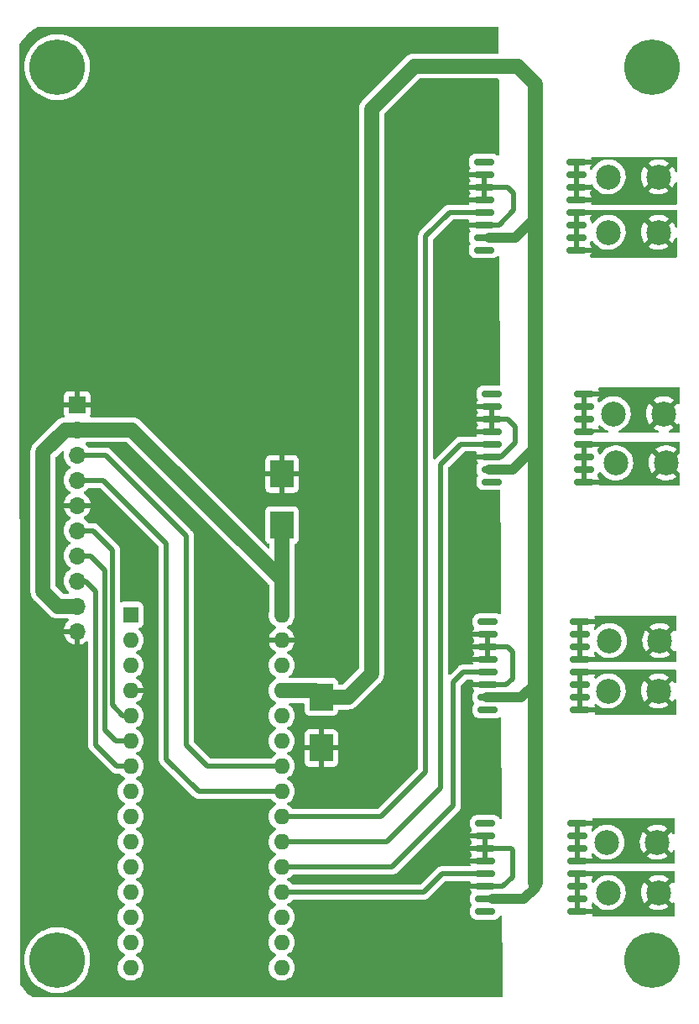
<source format=gbr>
%TF.GenerationSoftware,KiCad,Pcbnew,(6.0.4)*%
%TF.CreationDate,2023-07-24T13:01:57-04:00*%
%TF.ProjectId,BREAD_Slice,42524541-445f-4536-9c69-63652e6b6963,rev?*%
%TF.SameCoordinates,Original*%
%TF.FileFunction,Copper,L2,Bot*%
%TF.FilePolarity,Positive*%
%FSLAX46Y46*%
G04 Gerber Fmt 4.6, Leading zero omitted, Abs format (unit mm)*
G04 Created by KiCad (PCBNEW (6.0.4)) date 2023-07-24 13:01:57*
%MOMM*%
%LPD*%
G01*
G04 APERTURE LIST*
G04 Aperture macros list*
%AMRoundRect*
0 Rectangle with rounded corners*
0 $1 Rounding radius*
0 $2 $3 $4 $5 $6 $7 $8 $9 X,Y pos of 4 corners*
0 Add a 4 corners polygon primitive as box body*
4,1,4,$2,$3,$4,$5,$6,$7,$8,$9,$2,$3,0*
0 Add four circle primitives for the rounded corners*
1,1,$1+$1,$2,$3*
1,1,$1+$1,$4,$5*
1,1,$1+$1,$6,$7*
1,1,$1+$1,$8,$9*
0 Add four rect primitives between the rounded corners*
20,1,$1+$1,$2,$3,$4,$5,0*
20,1,$1+$1,$4,$5,$6,$7,0*
20,1,$1+$1,$6,$7,$8,$9,0*
20,1,$1+$1,$8,$9,$2,$3,0*%
G04 Aperture macros list end*
%TA.AperFunction,ComponentPad*%
%ADD10C,5.600000*%
%TD*%
%TA.AperFunction,ComponentPad*%
%ADD11R,1.600000X1.600000*%
%TD*%
%TA.AperFunction,ComponentPad*%
%ADD12O,1.600000X1.600000*%
%TD*%
%TA.AperFunction,ComponentPad*%
%ADD13R,1.700000X1.700000*%
%TD*%
%TA.AperFunction,ComponentPad*%
%ADD14O,1.700000X1.700000*%
%TD*%
%TA.AperFunction,ComponentPad*%
%ADD15C,2.500000*%
%TD*%
%TA.AperFunction,SMDPad,CuDef*%
%ADD16R,2.350000X2.770000*%
%TD*%
%TA.AperFunction,SMDPad,CuDef*%
%ADD17RoundRect,0.150000X0.875000X0.150000X-0.875000X0.150000X-0.875000X-0.150000X0.875000X-0.150000X0*%
%TD*%
%TA.AperFunction,Conductor*%
%ADD18C,0.500000*%
%TD*%
%TA.AperFunction,Conductor*%
%ADD19C,1.500000*%
%TD*%
%TA.AperFunction,Conductor*%
%ADD20C,1.000000*%
%TD*%
G04 APERTURE END LIST*
D10*
%TO.P,H1,1*%
%TO.N,N/C*%
X127600000Y-44800000D03*
%TD*%
%TO.P,H2,1*%
%TO.N,N/C*%
X187600000Y-44800000D03*
%TD*%
%TO.P,H3,1*%
%TO.N,N/C*%
X127600000Y-134800000D03*
%TD*%
%TO.P,H4,1*%
%TO.N,N/C*%
X187600000Y-134800000D03*
%TD*%
D11*
%TO.P,A1,1*%
%TO.N,Net-(A1-Pad1)*%
X135000000Y-100000000D03*
D12*
%TO.P,A1,2*%
%TO.N,Net-(A1-Pad2)*%
X135000000Y-102540000D03*
%TO.P,A1,3*%
%TO.N,Net-(A1-Pad3)*%
X135000000Y-105080000D03*
%TO.P,A1,4*%
%TO.N,GND*%
X135000000Y-107620000D03*
%TO.P,A1,5*%
%TO.N,/E_STOP*%
X135000000Y-110160000D03*
%TO.P,A1,6*%
%TO.N,/INT*%
X135000000Y-112700000D03*
%TO.P,A1,7*%
%TO.N,/SYNC*%
X135000000Y-115240000D03*
%TO.P,A1,8*%
%TO.N,Net-(A1-Pad8)*%
X135000000Y-117780000D03*
%TO.P,A1,9*%
%TO.N,Net-(A1-Pad9)*%
X135000000Y-120320000D03*
%TO.P,A1,10*%
%TO.N,Net-(A1-Pad10)*%
X135000000Y-122860000D03*
%TO.P,A1,11*%
%TO.N,Net-(A1-Pad11)*%
X135000000Y-125400000D03*
%TO.P,A1,12*%
%TO.N,Net-(A1-Pad12)*%
X135000000Y-127940000D03*
%TO.P,A1,13*%
%TO.N,Net-(A1-Pad13)*%
X135000000Y-130480000D03*
%TO.P,A1,14*%
%TO.N,Net-(A1-Pad14)*%
X135000000Y-133020000D03*
%TO.P,A1,15*%
%TO.N,Net-(A1-Pad15)*%
X135000000Y-135560000D03*
%TO.P,A1,16*%
%TO.N,Net-(A1-Pad16)*%
X150240000Y-135560000D03*
%TO.P,A1,17*%
%TO.N,Net-(A1-Pad17)*%
X150240000Y-133020000D03*
%TO.P,A1,18*%
%TO.N,Net-(A1-Pad18)*%
X150240000Y-130480000D03*
%TO.P,A1,19*%
%TO.N,/CURR1*%
X150240000Y-127940000D03*
%TO.P,A1,20*%
%TO.N,/CURR2*%
X150240000Y-125400000D03*
%TO.P,A1,21*%
%TO.N,/CURR3*%
X150240000Y-122860000D03*
%TO.P,A1,22*%
%TO.N,/CURR4*%
X150240000Y-120320000D03*
%TO.P,A1,23*%
%TO.N,/I2C_DAT*%
X150240000Y-117780000D03*
%TO.P,A1,24*%
%TO.N,/I2C_CLK*%
X150240000Y-115240000D03*
%TO.P,A1,25*%
%TO.N,Net-(A1-Pad25)*%
X150240000Y-112700000D03*
%TO.P,A1,26*%
%TO.N,Net-(A1-Pad26)*%
X150240000Y-110160000D03*
%TO.P,A1,27*%
%TO.N,+5V*%
X150240000Y-107620000D03*
%TO.P,A1,28*%
%TO.N,Net-(A1-Pad28)*%
X150240000Y-105080000D03*
%TO.P,A1,29*%
%TO.N,GND*%
X150240000Y-102540000D03*
%TO.P,A1,30*%
%TO.N,+12V*%
X150240000Y-100000000D03*
%TD*%
D13*
%TO.P,J1,1*%
%TO.N,GND*%
X129600000Y-78800000D03*
D14*
%TO.P,J1,2*%
%TO.N,+12V*%
X129600000Y-81340000D03*
%TO.P,J1,3*%
%TO.N,/I2C_CLK*%
X129600000Y-83880000D03*
%TO.P,J1,4*%
%TO.N,/I2C_DAT*%
X129600000Y-86420000D03*
%TO.P,J1,5*%
%TO.N,GND*%
X129600000Y-88960000D03*
%TO.P,J1,6*%
%TO.N,/E_STOP*%
X129600000Y-91500000D03*
%TO.P,J1,7*%
%TO.N,/INT*%
X129600000Y-94040000D03*
%TO.P,J1,8*%
%TO.N,/SYNC*%
X129600000Y-96580000D03*
%TO.P,J1,9*%
%TO.N,+12V*%
X129600000Y-99120000D03*
%TO.P,J1,10*%
%TO.N,GND*%
X129600000Y-101660000D03*
%TD*%
D15*
%TO.P,J2,1*%
%TO.N,Net-(J2-Pad1)*%
X188259000Y-127989000D03*
%TO.P,J2,2*%
%TO.N,N/C*%
X183179000Y-127989000D03*
%TD*%
%TO.P,J3,1*%
%TO.N,Net-(J3-Pad1)*%
X188132000Y-122909000D03*
%TO.P,J3,2*%
%TO.N,N/C*%
X183052000Y-122909000D03*
%TD*%
%TO.P,J4,1*%
%TO.N,Net-(J4-Pad1)*%
X189021000Y-84682000D03*
%TO.P,J4,2*%
%TO.N,N/C*%
X183941000Y-84682000D03*
%TD*%
%TO.P,J5,1*%
%TO.N,Net-(J5-Pad1)*%
X188767000Y-79729000D03*
%TO.P,J5,2*%
%TO.N,N/C*%
X183687000Y-79729000D03*
%TD*%
%TO.P,J6,1*%
%TO.N,Net-(J6-Pad1)*%
X188259000Y-107669000D03*
%TO.P,J6,2*%
%TO.N,N/C*%
X183179000Y-107669000D03*
%TD*%
%TO.P,J7,1*%
%TO.N,Net-(J7-Pad1)*%
X188386000Y-102589000D03*
%TO.P,J7,2*%
%TO.N,N/C*%
X183306000Y-102589000D03*
%TD*%
%TO.P,J8,1*%
%TO.N,Net-(J8-Pad1)*%
X188259000Y-61441000D03*
%TO.P,J8,2*%
%TO.N,N/C*%
X183179000Y-61441000D03*
%TD*%
%TO.P,J9,1*%
%TO.N,Net-(J9-Pad1)*%
X188259000Y-55853000D03*
%TO.P,J9,2*%
%TO.N,N/C*%
X183179000Y-55853000D03*
%TD*%
D16*
%TO.P,C2,1*%
%TO.N,+5V*%
X154223000Y-108274000D03*
%TO.P,C2,2*%
%TO.N,GND*%
X154223000Y-113414000D03*
%TD*%
%TO.P,C1,1*%
%TO.N,+12V*%
X150286000Y-90935000D03*
%TO.P,C1,2*%
%TO.N,GND*%
X150286000Y-85795000D03*
%TD*%
D17*
%TO.P,U1,1*%
%TO.N,Net-(J3-Pad1)*%
X180082000Y-121004000D03*
%TO.P,U1,2*%
X180082000Y-122274000D03*
%TO.P,U1,3*%
X180082000Y-123544000D03*
%TO.P,U1,4*%
X180082000Y-124814000D03*
%TO.P,U1,5*%
%TO.N,Net-(J2-Pad1)*%
X180082000Y-126084000D03*
%TO.P,U1,6*%
X180082000Y-127354000D03*
%TO.P,U1,7*%
X180082000Y-128624000D03*
%TO.P,U1,8*%
X180082000Y-129894000D03*
%TO.P,U1,9*%
%TO.N,Net-(U1-Pad9)*%
X170782000Y-129894000D03*
%TO.P,U1,10*%
%TO.N,+5V*%
X170782000Y-128624000D03*
%TO.P,U1,11*%
%TO.N,GND*%
X170782000Y-127354000D03*
%TO.P,U1,12*%
%TO.N,/CURR1*%
X170782000Y-126084000D03*
%TO.P,U1,13*%
%TO.N,GND*%
X170782000Y-124814000D03*
%TO.P,U1,14*%
X170782000Y-123544000D03*
%TO.P,U1,15*%
X170782000Y-122274000D03*
%TO.P,U1,16*%
%TO.N,Net-(U1-Pad16)*%
X170782000Y-121004000D03*
%TD*%
%TO.P,U4,1*%
%TO.N,Net-(J9-Pad1)*%
X179955000Y-54329000D03*
%TO.P,U4,2*%
X179955000Y-55599000D03*
%TO.P,U4,3*%
X179955000Y-56869000D03*
%TO.P,U4,4*%
X179955000Y-58139000D03*
%TO.P,U4,5*%
%TO.N,Net-(J8-Pad1)*%
X179955000Y-59409000D03*
%TO.P,U4,6*%
X179955000Y-60679000D03*
%TO.P,U4,7*%
X179955000Y-61949000D03*
%TO.P,U4,8*%
X179955000Y-63219000D03*
%TO.P,U4,9*%
%TO.N,Net-(U4-Pad9)*%
X170655000Y-63219000D03*
%TO.P,U4,10*%
%TO.N,+5V*%
X170655000Y-61949000D03*
%TO.P,U4,11*%
%TO.N,GND*%
X170655000Y-60679000D03*
%TO.P,U4,12*%
%TO.N,/CURR4*%
X170655000Y-59409000D03*
%TO.P,U4,13*%
%TO.N,GND*%
X170655000Y-58139000D03*
%TO.P,U4,14*%
X170655000Y-56869000D03*
%TO.P,U4,15*%
X170655000Y-55599000D03*
%TO.P,U4,16*%
%TO.N,Net-(U4-Pad16)*%
X170655000Y-54329000D03*
%TD*%
%TO.P,U2,1*%
%TO.N,Net-(J5-Pad1)*%
X180717000Y-77697000D03*
%TO.P,U2,2*%
X180717000Y-78967000D03*
%TO.P,U2,3*%
X180717000Y-80237000D03*
%TO.P,U2,4*%
X180717000Y-81507000D03*
%TO.P,U2,5*%
%TO.N,Net-(J4-Pad1)*%
X180717000Y-82777000D03*
%TO.P,U2,6*%
X180717000Y-84047000D03*
%TO.P,U2,7*%
X180717000Y-85317000D03*
%TO.P,U2,8*%
X180717000Y-86587000D03*
%TO.P,U2,9*%
%TO.N,Net-(U2-Pad9)*%
X171417000Y-86587000D03*
%TO.P,U2,10*%
%TO.N,+5V*%
X171417000Y-85317000D03*
%TO.P,U2,11*%
%TO.N,GND*%
X171417000Y-84047000D03*
%TO.P,U2,12*%
%TO.N,/CURR3*%
X171417000Y-82777000D03*
%TO.P,U2,13*%
%TO.N,GND*%
X171417000Y-81507000D03*
%TO.P,U2,14*%
X171417000Y-80237000D03*
%TO.P,U2,15*%
X171417000Y-78967000D03*
%TO.P,U2,16*%
%TO.N,Net-(U2-Pad16)*%
X171417000Y-77697000D03*
%TD*%
%TO.P,U3,1*%
%TO.N,Net-(J7-Pad1)*%
X180336000Y-100684000D03*
%TO.P,U3,2*%
X180336000Y-101954000D03*
%TO.P,U3,3*%
X180336000Y-103224000D03*
%TO.P,U3,4*%
X180336000Y-104494000D03*
%TO.P,U3,5*%
%TO.N,Net-(J6-Pad1)*%
X180336000Y-105764000D03*
%TO.P,U3,6*%
X180336000Y-107034000D03*
%TO.P,U3,7*%
X180336000Y-108304000D03*
%TO.P,U3,8*%
X180336000Y-109574000D03*
%TO.P,U3,9*%
%TO.N,Net-(U3-Pad9)*%
X171036000Y-109574000D03*
%TO.P,U3,10*%
%TO.N,+5V*%
X171036000Y-108304000D03*
%TO.P,U3,11*%
%TO.N,GND*%
X171036000Y-107034000D03*
%TO.P,U3,12*%
%TO.N,/CURR2*%
X171036000Y-105764000D03*
%TO.P,U3,13*%
%TO.N,GND*%
X171036000Y-104494000D03*
%TO.P,U3,14*%
X171036000Y-103224000D03*
%TO.P,U3,15*%
X171036000Y-101954000D03*
%TO.P,U3,16*%
%TO.N,Net-(U3-Pad16)*%
X171036000Y-100684000D03*
%TD*%
D18*
%TO.N,GND*%
X173019000Y-103224000D02*
X170909000Y-103224000D01*
X171163000Y-60679000D02*
X172188000Y-60679000D01*
X172188000Y-60679000D02*
X173654000Y-59213000D01*
X173527000Y-123671000D02*
X173400000Y-123544000D01*
X172569000Y-127354000D02*
X173527000Y-126396000D01*
X173654000Y-59213000D02*
X173654000Y-57504000D01*
X173781000Y-82650000D02*
X173781000Y-80999000D01*
X173019000Y-80237000D02*
X171163000Y-80237000D01*
X172892000Y-107034000D02*
X173527000Y-106399000D01*
X173527000Y-103732000D02*
X173019000Y-103224000D01*
X173654000Y-57504000D02*
X173019000Y-56869000D01*
X173019000Y-56869000D02*
X171163000Y-56869000D01*
X171163000Y-84047000D02*
X172384000Y-84047000D01*
X173400000Y-123544000D02*
X171544000Y-123544000D01*
X171544000Y-127354000D02*
X172569000Y-127354000D01*
X173527000Y-126396000D02*
X173527000Y-123671000D01*
X173781000Y-80999000D02*
X173019000Y-80237000D01*
X172384000Y-84047000D02*
X173781000Y-82650000D01*
X173527000Y-106399000D02*
X173527000Y-103732000D01*
X170909000Y-107034000D02*
X172892000Y-107034000D01*
D19*
%TO.N,+5V*%
X154223000Y-108274000D02*
X156920000Y-108274000D01*
D20*
X171163000Y-61949000D02*
X173781000Y-61949000D01*
X171163000Y-85317000D02*
X173527000Y-85317000D01*
D19*
X159303000Y-105891000D02*
X159303000Y-48995000D01*
X153569000Y-107620000D02*
X154223000Y-108274000D01*
X174035000Y-44677000D02*
X175813000Y-46455000D01*
D20*
X174670000Y-128624000D02*
X171544000Y-128624000D01*
D19*
X156920000Y-108274000D02*
X159303000Y-105891000D01*
D20*
X173781000Y-61949000D02*
X175813000Y-59917000D01*
D19*
X175813000Y-59917000D02*
X175813000Y-83031000D01*
X175813000Y-46455000D02*
X175813000Y-59917000D01*
D20*
X173527000Y-85317000D02*
X175813000Y-83031000D01*
D19*
X175813000Y-106907000D02*
X175813000Y-126973000D01*
D20*
X174416000Y-108304000D02*
X175813000Y-106907000D01*
D19*
X159303000Y-48995000D02*
X163621000Y-44677000D01*
D20*
X175813000Y-127481000D02*
X174670000Y-128624000D01*
X175813000Y-126973000D02*
X175813000Y-127481000D01*
X170909000Y-108304000D02*
X174416000Y-108304000D01*
D19*
X163621000Y-44677000D02*
X174035000Y-44677000D01*
X150240000Y-107620000D02*
X153569000Y-107620000D01*
X175813000Y-83031000D02*
X175813000Y-106907000D01*
D18*
%TO.N,/I2C_CLK*%
X140634000Y-113130000D02*
X142744000Y-115240000D01*
X132466000Y-83880000D02*
X140634000Y-92048000D01*
X129600000Y-83880000D02*
X132466000Y-83880000D01*
X142744000Y-115240000D02*
X150240000Y-115240000D01*
X140634000Y-92048000D02*
X140634000Y-113130000D01*
%TO.N,/I2C_DAT*%
X129600000Y-86420000D02*
X132212000Y-86420000D01*
X132212000Y-86420000D02*
X138602000Y-92810000D01*
X141855000Y-117780000D02*
X150240000Y-117780000D01*
X138602000Y-114527000D02*
X141855000Y-117780000D01*
X138602000Y-92810000D02*
X138602000Y-114527000D01*
%TO.N,/SYNC*%
X131490000Y-97636000D02*
X130434000Y-96580000D01*
X130434000Y-96580000D02*
X129600000Y-96580000D01*
X131490000Y-113130000D02*
X131490000Y-97636000D01*
X133600000Y-115240000D02*
X131490000Y-113130000D01*
X135000000Y-115240000D02*
X133600000Y-115240000D01*
%TO.N,/E_STOP*%
X131196000Y-91500000D02*
X129600000Y-91500000D01*
X134206000Y-110160000D02*
X133141000Y-109095000D01*
X133141000Y-93445000D02*
X131196000Y-91500000D01*
X135000000Y-110160000D02*
X134206000Y-110160000D01*
X133141000Y-109095000D02*
X133141000Y-93445000D01*
D19*
%TO.N,+12V*%
X127640000Y-99120000D02*
X126156000Y-97636000D01*
X150286000Y-96401000D02*
X150240000Y-96447000D01*
X128397919Y-81340000D02*
X129600000Y-81340000D01*
X135133000Y-81340000D02*
X150240000Y-96447000D01*
X129600000Y-99120000D02*
X127640000Y-99120000D01*
X129600000Y-81340000D02*
X135133000Y-81340000D01*
X150240000Y-96447000D02*
X150240000Y-100000000D01*
X126156000Y-83581919D02*
X128397919Y-81340000D01*
X150286000Y-90935000D02*
X150286000Y-96401000D01*
X126156000Y-97636000D02*
X126156000Y-83581919D01*
D18*
%TO.N,/INT*%
X130942000Y-94040000D02*
X129600000Y-94040000D01*
X133473000Y-112700000D02*
X132379000Y-111606000D01*
X135000000Y-112700000D02*
X133473000Y-112700000D01*
X132379000Y-95477000D02*
X130942000Y-94040000D01*
X132379000Y-111606000D02*
X132379000Y-95477000D01*
%TO.N,/CURR1*%
X150240000Y-127940000D02*
X164559000Y-127940000D01*
X166415000Y-126084000D02*
X171544000Y-126084000D01*
X164559000Y-127940000D02*
X166415000Y-126084000D01*
%TO.N,/CURR2*%
X168574000Y-105764000D02*
X170909000Y-105764000D01*
X167558000Y-106780000D02*
X168574000Y-105764000D01*
X167558000Y-119226000D02*
X167558000Y-106780000D01*
X161384000Y-125400000D02*
X167558000Y-119226000D01*
X150240000Y-125400000D02*
X161384000Y-125400000D01*
%TO.N,/CURR3*%
X168320000Y-82777000D02*
X171163000Y-82777000D01*
X166288000Y-84809000D02*
X168320000Y-82777000D01*
X160876000Y-122860000D02*
X166288000Y-117448000D01*
X166288000Y-117448000D02*
X166288000Y-84809000D01*
X150240000Y-122860000D02*
X160876000Y-122860000D01*
%TO.N,/CURR4*%
X160241000Y-120320000D02*
X164764000Y-115797000D01*
X164764000Y-61822000D02*
X167177000Y-59409000D01*
X150240000Y-120320000D02*
X160241000Y-120320000D01*
X164764000Y-115797000D02*
X164764000Y-61822000D01*
X167177000Y-59409000D02*
X171163000Y-59409000D01*
%TD*%
%TA.AperFunction,Conductor*%
%TO.N,GND*%
G36*
X172072611Y-40760002D02*
G01*
X172119104Y-40813658D01*
X172130489Y-40865509D01*
X172139159Y-43090669D01*
X172139943Y-43292009D01*
X172120207Y-43360207D01*
X172066732Y-43406909D01*
X172013944Y-43418500D01*
X163712395Y-43418500D01*
X163695948Y-43417422D01*
X163679483Y-43415254D01*
X163679479Y-43415254D01*
X163673913Y-43414521D01*
X163592512Y-43418360D01*
X163586576Y-43418500D01*
X163564001Y-43418500D01*
X163544981Y-43420197D01*
X163538011Y-43420819D01*
X163532749Y-43421178D01*
X163519838Y-43421787D01*
X163449512Y-43425104D01*
X163444053Y-43426354D01*
X163444048Y-43426355D01*
X163432030Y-43429108D01*
X163415101Y-43431789D01*
X163397238Y-43433383D01*
X163391822Y-43434865D01*
X163391820Y-43434865D01*
X163316867Y-43455370D01*
X163311749Y-43456656D01*
X163236000Y-43474005D01*
X163235998Y-43474006D01*
X163230530Y-43475258D01*
X163220030Y-43479737D01*
X163214033Y-43482294D01*
X163197858Y-43487927D01*
X163185961Y-43491182D01*
X163185957Y-43491183D01*
X163180549Y-43492663D01*
X163175483Y-43495079D01*
X163175484Y-43495079D01*
X163105333Y-43528539D01*
X163100524Y-43530710D01*
X163023891Y-43563397D01*
X163008890Y-43573251D01*
X162993975Y-43581654D01*
X162977782Y-43589378D01*
X162973231Y-43592648D01*
X162973228Y-43592650D01*
X162940004Y-43616524D01*
X162910794Y-43637514D01*
X162910119Y-43637999D01*
X162905768Y-43640989D01*
X162839992Y-43684195D01*
X162839987Y-43684199D01*
X162836126Y-43686735D01*
X162832676Y-43689809D01*
X162815342Y-43705252D01*
X162805058Y-43713491D01*
X162799905Y-43717194D01*
X162799898Y-43717200D01*
X162795346Y-43720471D01*
X162770155Y-43746466D01*
X162720968Y-43797223D01*
X162719579Y-43798633D01*
X158477737Y-48040475D01*
X158465347Y-48051342D01*
X158447708Y-48064877D01*
X158393188Y-48124794D01*
X158392842Y-48125174D01*
X158388743Y-48129469D01*
X158372802Y-48145410D01*
X158371007Y-48147557D01*
X158371005Y-48147559D01*
X158356068Y-48165423D01*
X158352600Y-48169398D01*
X158300288Y-48226888D01*
X158300281Y-48226897D01*
X158296515Y-48231036D01*
X158293538Y-48235782D01*
X158293537Y-48235783D01*
X158286987Y-48246225D01*
X158276911Y-48260093D01*
X158269004Y-48269549D01*
X158268997Y-48269559D01*
X158265406Y-48273854D01*
X158224118Y-48346240D01*
X158221413Y-48350759D01*
X158177136Y-48421344D01*
X158175043Y-48426549D01*
X158175042Y-48426552D01*
X158170448Y-48437979D01*
X158162988Y-48453411D01*
X158156880Y-48464119D01*
X158156876Y-48464128D01*
X158154101Y-48468993D01*
X158152232Y-48474270D01*
X158152230Y-48474275D01*
X158126285Y-48547542D01*
X158124420Y-48552478D01*
X158093344Y-48629783D01*
X158092208Y-48635270D01*
X158092207Y-48635272D01*
X158089706Y-48647349D01*
X158085101Y-48663844D01*
X158079111Y-48680759D01*
X158078204Y-48686298D01*
X158065643Y-48763001D01*
X158064683Y-48768180D01*
X158047787Y-48849767D01*
X158047521Y-48854379D01*
X158047521Y-48854380D01*
X158046185Y-48877548D01*
X158044738Y-48890653D01*
X158043714Y-48896910D01*
X158042806Y-48902457D01*
X158042894Y-48908070D01*
X158042894Y-48908072D01*
X158044484Y-49009264D01*
X158044500Y-49011243D01*
X158044500Y-105317523D01*
X158024498Y-105385644D01*
X158007595Y-105406618D01*
X156435617Y-106978595D01*
X156373305Y-107012621D01*
X156346522Y-107015500D01*
X156032500Y-107015500D01*
X155964379Y-106995498D01*
X155917886Y-106941842D01*
X155906500Y-106889500D01*
X155906500Y-106840866D01*
X155899745Y-106778684D01*
X155848615Y-106642295D01*
X155761261Y-106525739D01*
X155644705Y-106438385D01*
X155508316Y-106387255D01*
X155446134Y-106380500D01*
X153803017Y-106380500D01*
X153777465Y-106377882D01*
X153718754Y-106365723D01*
X153718750Y-106365723D01*
X153714233Y-106364787D01*
X153709624Y-106364521D01*
X153709622Y-106364521D01*
X153686452Y-106363185D01*
X153673347Y-106361738D01*
X153667090Y-106360714D01*
X153667086Y-106360714D01*
X153661543Y-106359806D01*
X153655930Y-106359894D01*
X153655928Y-106359894D01*
X153554736Y-106361484D01*
X153552757Y-106361500D01*
X151090749Y-106361500D01*
X151022628Y-106341498D01*
X150976135Y-106287842D01*
X150966031Y-106217568D01*
X150995525Y-106152988D01*
X151018478Y-106132287D01*
X151079789Y-106089357D01*
X151079792Y-106089355D01*
X151084300Y-106086198D01*
X151246198Y-105924300D01*
X151280889Y-105874757D01*
X151374366Y-105741257D01*
X151377523Y-105736749D01*
X151379846Y-105731767D01*
X151379849Y-105731762D01*
X151471961Y-105534225D01*
X151471961Y-105534224D01*
X151474284Y-105529243D01*
X151522206Y-105350399D01*
X151532119Y-105313402D01*
X151532119Y-105313400D01*
X151533543Y-105308087D01*
X151553498Y-105080000D01*
X151533543Y-104851913D01*
X151532119Y-104846598D01*
X151475707Y-104636067D01*
X151475706Y-104636065D01*
X151474284Y-104630757D01*
X151470201Y-104622000D01*
X151379849Y-104428238D01*
X151379846Y-104428233D01*
X151377523Y-104423251D01*
X151246198Y-104235700D01*
X151084300Y-104073802D01*
X151079792Y-104070645D01*
X151079789Y-104070643D01*
X151001611Y-104015902D01*
X150896749Y-103942477D01*
X150891767Y-103940154D01*
X150891762Y-103940151D01*
X150856951Y-103923919D01*
X150803666Y-103877002D01*
X150784205Y-103808725D01*
X150804747Y-103740765D01*
X150856951Y-103695529D01*
X150891511Y-103679414D01*
X150901007Y-103673931D01*
X151079467Y-103548972D01*
X151087875Y-103541916D01*
X151241916Y-103387875D01*
X151248972Y-103379467D01*
X151373931Y-103201007D01*
X151379414Y-103191511D01*
X151471490Y-102994053D01*
X151475236Y-102983761D01*
X151521394Y-102811497D01*
X151521058Y-102797401D01*
X151513116Y-102794000D01*
X148972033Y-102794000D01*
X148958502Y-102797973D01*
X148957273Y-102806522D01*
X149004764Y-102983761D01*
X149008510Y-102994053D01*
X149100586Y-103191511D01*
X149106069Y-103201007D01*
X149231028Y-103379467D01*
X149238084Y-103387875D01*
X149392125Y-103541916D01*
X149400533Y-103548972D01*
X149578993Y-103673931D01*
X149588489Y-103679414D01*
X149623049Y-103695529D01*
X149676334Y-103742446D01*
X149695795Y-103810723D01*
X149675253Y-103878683D01*
X149623049Y-103923919D01*
X149588238Y-103940151D01*
X149588233Y-103940154D01*
X149583251Y-103942477D01*
X149478389Y-104015902D01*
X149400211Y-104070643D01*
X149400208Y-104070645D01*
X149395700Y-104073802D01*
X149233802Y-104235700D01*
X149102477Y-104423251D01*
X149100154Y-104428233D01*
X149100151Y-104428238D01*
X149009799Y-104622000D01*
X149005716Y-104630757D01*
X149004294Y-104636065D01*
X149004293Y-104636067D01*
X148947881Y-104846598D01*
X148946457Y-104851913D01*
X148926502Y-105080000D01*
X148946457Y-105308087D01*
X148947881Y-105313400D01*
X148947881Y-105313402D01*
X148957795Y-105350399D01*
X149005716Y-105529243D01*
X149008039Y-105534224D01*
X149008039Y-105534225D01*
X149100151Y-105731762D01*
X149100154Y-105731767D01*
X149102477Y-105736749D01*
X149105634Y-105741257D01*
X149199112Y-105874757D01*
X149233802Y-105924300D01*
X149395700Y-106086198D01*
X149400208Y-106089355D01*
X149400211Y-106089357D01*
X149448257Y-106122999D01*
X149583251Y-106217523D01*
X149588233Y-106219846D01*
X149588238Y-106219849D01*
X149622457Y-106235805D01*
X149675742Y-106282722D01*
X149695203Y-106350999D01*
X149674661Y-106418959D01*
X149622457Y-106464195D01*
X149588238Y-106480151D01*
X149588233Y-106480154D01*
X149583251Y-106482477D01*
X149521981Y-106525379D01*
X149400211Y-106610643D01*
X149400208Y-106610645D01*
X149395700Y-106613802D01*
X149233802Y-106775700D01*
X149230645Y-106780208D01*
X149230643Y-106780211D01*
X149184908Y-106845528D01*
X149102477Y-106963251D01*
X149100154Y-106968233D01*
X149100151Y-106968238D01*
X149017087Y-107146371D01*
X149005716Y-107170757D01*
X149004294Y-107176065D01*
X149004293Y-107176067D01*
X148947881Y-107386598D01*
X148946457Y-107391913D01*
X148926502Y-107620000D01*
X148946457Y-107848087D01*
X148947881Y-107853400D01*
X148947881Y-107853402D01*
X149002323Y-108056579D01*
X149005716Y-108069243D01*
X149008039Y-108074224D01*
X149008039Y-108074225D01*
X149100151Y-108271762D01*
X149100154Y-108271767D01*
X149102477Y-108276749D01*
X149233802Y-108464300D01*
X149395700Y-108626198D01*
X149400208Y-108629355D01*
X149400211Y-108629357D01*
X149463227Y-108673481D01*
X149583251Y-108757523D01*
X149588233Y-108759846D01*
X149588238Y-108759849D01*
X149622457Y-108775805D01*
X149675742Y-108822722D01*
X149695203Y-108890999D01*
X149674661Y-108958959D01*
X149622457Y-109004195D01*
X149588238Y-109020151D01*
X149588233Y-109020154D01*
X149583251Y-109022477D01*
X149478389Y-109095902D01*
X149400211Y-109150643D01*
X149400208Y-109150645D01*
X149395700Y-109153802D01*
X149233802Y-109315700D01*
X149230645Y-109320208D01*
X149230643Y-109320211D01*
X149203938Y-109358350D01*
X149102477Y-109503251D01*
X149100154Y-109508233D01*
X149100151Y-109508238D01*
X149008999Y-109703717D01*
X149005716Y-109710757D01*
X148946457Y-109931913D01*
X148926502Y-110160000D01*
X148946457Y-110388087D01*
X149005716Y-110609243D01*
X149008039Y-110614224D01*
X149008039Y-110614225D01*
X149100151Y-110811762D01*
X149100154Y-110811767D01*
X149102477Y-110816749D01*
X149233802Y-111004300D01*
X149395700Y-111166198D01*
X149400208Y-111169355D01*
X149400211Y-111169357D01*
X149478389Y-111224098D01*
X149583251Y-111297523D01*
X149588233Y-111299846D01*
X149588238Y-111299849D01*
X149622457Y-111315805D01*
X149675742Y-111362722D01*
X149695203Y-111430999D01*
X149674661Y-111498959D01*
X149622457Y-111544195D01*
X149588238Y-111560151D01*
X149588233Y-111560154D01*
X149583251Y-111562477D01*
X149478389Y-111635902D01*
X149400211Y-111690643D01*
X149400208Y-111690645D01*
X149395700Y-111693802D01*
X149233802Y-111855700D01*
X149230645Y-111860208D01*
X149230643Y-111860211D01*
X149184123Y-111926649D01*
X149102477Y-112043251D01*
X149100154Y-112048233D01*
X149100151Y-112048238D01*
X149008039Y-112245775D01*
X149005716Y-112250757D01*
X148946457Y-112471913D01*
X148926502Y-112700000D01*
X148946457Y-112928087D01*
X148947881Y-112933400D01*
X148947881Y-112933402D01*
X148993419Y-113103349D01*
X149005716Y-113149243D01*
X149008039Y-113154224D01*
X149008039Y-113154225D01*
X149100151Y-113351762D01*
X149100154Y-113351767D01*
X149102477Y-113356749D01*
X149233802Y-113544300D01*
X149395700Y-113706198D01*
X149400208Y-113709355D01*
X149400211Y-113709357D01*
X149478389Y-113764098D01*
X149583251Y-113837523D01*
X149588233Y-113839846D01*
X149588238Y-113839849D01*
X149622457Y-113855805D01*
X149675742Y-113902722D01*
X149695203Y-113970999D01*
X149674661Y-114038959D01*
X149622457Y-114084195D01*
X149588238Y-114100151D01*
X149588233Y-114100154D01*
X149583251Y-114102477D01*
X149500202Y-114160629D01*
X149400211Y-114230643D01*
X149400208Y-114230645D01*
X149395700Y-114233802D01*
X149233802Y-114395700D01*
X149211345Y-114427771D01*
X149155890Y-114472099D01*
X149108133Y-114481500D01*
X143110371Y-114481500D01*
X143042250Y-114461498D01*
X143021276Y-114444595D01*
X141429405Y-112852724D01*
X141395379Y-112790412D01*
X141392500Y-112763629D01*
X141392500Y-92115063D01*
X141393933Y-92096114D01*
X141396097Y-92081886D01*
X141397198Y-92074651D01*
X141392915Y-92021990D01*
X141392500Y-92011777D01*
X141392500Y-92003707D01*
X141392078Y-92000087D01*
X141392077Y-92000069D01*
X141389208Y-91975461D01*
X141388775Y-91971086D01*
X141383454Y-91905661D01*
X141383453Y-91905658D01*
X141382860Y-91898363D01*
X141380604Y-91891399D01*
X141379413Y-91885440D01*
X141378029Y-91879585D01*
X141377182Y-91872319D01*
X141352265Y-91803673D01*
X141350848Y-91799545D01*
X141330607Y-91737064D01*
X141330606Y-91737062D01*
X141328351Y-91730101D01*
X141324555Y-91723846D01*
X141322049Y-91718372D01*
X141319330Y-91712942D01*
X141316833Y-91706063D01*
X141276809Y-91645016D01*
X141274472Y-91641312D01*
X141239509Y-91583693D01*
X141239505Y-91583688D01*
X141236595Y-91578892D01*
X141229197Y-91570516D01*
X141229223Y-91570493D01*
X141226574Y-91567503D01*
X141223866Y-91564264D01*
X141219856Y-91558148D01*
X141214549Y-91553121D01*
X141214546Y-91553117D01*
X141163617Y-91504872D01*
X141161175Y-91502494D01*
X133049770Y-83391089D01*
X133037384Y-83376677D01*
X133028851Y-83365082D01*
X133028846Y-83365077D01*
X133024508Y-83359182D01*
X133018930Y-83354443D01*
X133018927Y-83354440D01*
X132984232Y-83324965D01*
X132976716Y-83318035D01*
X132971021Y-83312340D01*
X132964880Y-83307482D01*
X132948749Y-83294719D01*
X132945345Y-83291928D01*
X132895297Y-83249409D01*
X132895295Y-83249408D01*
X132889715Y-83244667D01*
X132883199Y-83241339D01*
X132878150Y-83237972D01*
X132873021Y-83234805D01*
X132867284Y-83230266D01*
X132801125Y-83199345D01*
X132797225Y-83197439D01*
X132732192Y-83164231D01*
X132725084Y-83162492D01*
X132719441Y-83160393D01*
X132713678Y-83158476D01*
X132707050Y-83155378D01*
X132635583Y-83140513D01*
X132631299Y-83139543D01*
X132560390Y-83122192D01*
X132554788Y-83121844D01*
X132554785Y-83121844D01*
X132549236Y-83121500D01*
X132549238Y-83121464D01*
X132545245Y-83121225D01*
X132541053Y-83120851D01*
X132533885Y-83119360D01*
X132467675Y-83121151D01*
X132456479Y-83121454D01*
X132453072Y-83121500D01*
X130795939Y-83121500D01*
X130727818Y-83101498D01*
X130690147Y-83063941D01*
X130682818Y-83052612D01*
X130680014Y-83048277D01*
X130529670Y-82883051D01*
X130525619Y-82879852D01*
X130525615Y-82879848D01*
X130454116Y-82823382D01*
X130413053Y-82765465D01*
X130409821Y-82694542D01*
X130445446Y-82633130D01*
X130508618Y-82600728D01*
X130532208Y-82598500D01*
X134559523Y-82598500D01*
X134627644Y-82618502D01*
X134648618Y-82635405D01*
X148944595Y-96931383D01*
X148978621Y-96993695D01*
X148981500Y-97020478D01*
X148981500Y-99624543D01*
X148977207Y-99657152D01*
X148946457Y-99771913D01*
X148926502Y-100000000D01*
X148946457Y-100228087D01*
X148947881Y-100233400D01*
X148947881Y-100233402D01*
X149002323Y-100436579D01*
X149005716Y-100449243D01*
X149008039Y-100454224D01*
X149008039Y-100454225D01*
X149100151Y-100651762D01*
X149100154Y-100651767D01*
X149102477Y-100656749D01*
X149233802Y-100844300D01*
X149395700Y-101006198D01*
X149400208Y-101009355D01*
X149400211Y-101009357D01*
X149441542Y-101038297D01*
X149583251Y-101137523D01*
X149588233Y-101139846D01*
X149588238Y-101139849D01*
X149623049Y-101156081D01*
X149676334Y-101202998D01*
X149695795Y-101271275D01*
X149675253Y-101339235D01*
X149623049Y-101384471D01*
X149588489Y-101400586D01*
X149578993Y-101406069D01*
X149400533Y-101531028D01*
X149392125Y-101538084D01*
X149238084Y-101692125D01*
X149231028Y-101700533D01*
X149106069Y-101878993D01*
X149100586Y-101888489D01*
X149008510Y-102085947D01*
X149004764Y-102096239D01*
X148958606Y-102268503D01*
X148958942Y-102282599D01*
X148966884Y-102286000D01*
X151507967Y-102286000D01*
X151521498Y-102282027D01*
X151522727Y-102273478D01*
X151475236Y-102096239D01*
X151471490Y-102085947D01*
X151379414Y-101888489D01*
X151373931Y-101878993D01*
X151248972Y-101700533D01*
X151241916Y-101692125D01*
X151087875Y-101538084D01*
X151079467Y-101531028D01*
X150901007Y-101406069D01*
X150891511Y-101400586D01*
X150856951Y-101384471D01*
X150803666Y-101337554D01*
X150784205Y-101269277D01*
X150804747Y-101201317D01*
X150856951Y-101156081D01*
X150891762Y-101139849D01*
X150891767Y-101139846D01*
X150896749Y-101137523D01*
X151038458Y-101038297D01*
X151079789Y-101009357D01*
X151079792Y-101009355D01*
X151084300Y-101006198D01*
X151246198Y-100844300D01*
X151377523Y-100656749D01*
X151379846Y-100651767D01*
X151379849Y-100651762D01*
X151471961Y-100454225D01*
X151471961Y-100454224D01*
X151474284Y-100449243D01*
X151477678Y-100436579D01*
X151532119Y-100233402D01*
X151532119Y-100233400D01*
X151533543Y-100228087D01*
X151553498Y-100000000D01*
X151533543Y-99771913D01*
X151502793Y-99657152D01*
X151498500Y-99624543D01*
X151498500Y-96769053D01*
X151505726Y-96726999D01*
X151509889Y-96715241D01*
X151523355Y-96633009D01*
X151524317Y-96627819D01*
X151540277Y-96550754D01*
X151540278Y-96550750D01*
X151541213Y-96546233D01*
X151542815Y-96518452D01*
X151544262Y-96505347D01*
X151545286Y-96499090D01*
X151545286Y-96499083D01*
X151546194Y-96493542D01*
X151546058Y-96484853D01*
X151544516Y-96386736D01*
X151544500Y-96384757D01*
X151544500Y-92919126D01*
X151564502Y-92851005D01*
X151618158Y-92804512D01*
X151626270Y-92801144D01*
X151699297Y-92773767D01*
X151707705Y-92770615D01*
X151824261Y-92683261D01*
X151911615Y-92566705D01*
X151962745Y-92430316D01*
X151969500Y-92368134D01*
X151969500Y-89501866D01*
X151962745Y-89439684D01*
X151911615Y-89303295D01*
X151824261Y-89186739D01*
X151707705Y-89099385D01*
X151571316Y-89048255D01*
X151509134Y-89041500D01*
X149062866Y-89041500D01*
X149000684Y-89048255D01*
X148864295Y-89099385D01*
X148747739Y-89186739D01*
X148660385Y-89303295D01*
X148609255Y-89439684D01*
X148602500Y-89501866D01*
X148602500Y-92368134D01*
X148609255Y-92430316D01*
X148660385Y-92566705D01*
X148747739Y-92683261D01*
X148864295Y-92770615D01*
X148872703Y-92773767D01*
X148945730Y-92801144D01*
X149002494Y-92843786D01*
X149027194Y-92910348D01*
X149027500Y-92919126D01*
X149027500Y-93150522D01*
X149007498Y-93218643D01*
X148953842Y-93265136D01*
X148883568Y-93275240D01*
X148818988Y-93245746D01*
X148812405Y-93239617D01*
X142797457Y-87224669D01*
X148603001Y-87224669D01*
X148603371Y-87231490D01*
X148608895Y-87282352D01*
X148612521Y-87297604D01*
X148657676Y-87418054D01*
X148666214Y-87433649D01*
X148742715Y-87535724D01*
X148755276Y-87548285D01*
X148857351Y-87624786D01*
X148872946Y-87633324D01*
X148993394Y-87678478D01*
X149008649Y-87682105D01*
X149059514Y-87687631D01*
X149066328Y-87688000D01*
X150013885Y-87688000D01*
X150029124Y-87683525D01*
X150030329Y-87682135D01*
X150032000Y-87674452D01*
X150032000Y-87669884D01*
X150540000Y-87669884D01*
X150544475Y-87685123D01*
X150545865Y-87686328D01*
X150553548Y-87687999D01*
X151505669Y-87687999D01*
X151512490Y-87687629D01*
X151563352Y-87682105D01*
X151578604Y-87678479D01*
X151699054Y-87633324D01*
X151714649Y-87624786D01*
X151816724Y-87548285D01*
X151829285Y-87535724D01*
X151905786Y-87433649D01*
X151914324Y-87418054D01*
X151959478Y-87297606D01*
X151963105Y-87282351D01*
X151968631Y-87231486D01*
X151969000Y-87224672D01*
X151969000Y-86067115D01*
X151964525Y-86051876D01*
X151963135Y-86050671D01*
X151955452Y-86049000D01*
X150558115Y-86049000D01*
X150542876Y-86053475D01*
X150541671Y-86054865D01*
X150540000Y-86062548D01*
X150540000Y-87669884D01*
X150032000Y-87669884D01*
X150032000Y-86067115D01*
X150027525Y-86051876D01*
X150026135Y-86050671D01*
X150018452Y-86049000D01*
X148621116Y-86049000D01*
X148605877Y-86053475D01*
X148604672Y-86054865D01*
X148603001Y-86062548D01*
X148603001Y-87224669D01*
X142797457Y-87224669D01*
X141095673Y-85522885D01*
X148603000Y-85522885D01*
X148607475Y-85538124D01*
X148608865Y-85539329D01*
X148616548Y-85541000D01*
X150013885Y-85541000D01*
X150029124Y-85536525D01*
X150030329Y-85535135D01*
X150032000Y-85527452D01*
X150032000Y-85522885D01*
X150540000Y-85522885D01*
X150544475Y-85538124D01*
X150545865Y-85539329D01*
X150553548Y-85541000D01*
X151950884Y-85541000D01*
X151966123Y-85536525D01*
X151967328Y-85535135D01*
X151968999Y-85527452D01*
X151968999Y-84365331D01*
X151968629Y-84358510D01*
X151963105Y-84307648D01*
X151959479Y-84292396D01*
X151914324Y-84171946D01*
X151905786Y-84156351D01*
X151829285Y-84054276D01*
X151816724Y-84041715D01*
X151714649Y-83965214D01*
X151699054Y-83956676D01*
X151578606Y-83911522D01*
X151563351Y-83907895D01*
X151512486Y-83902369D01*
X151505672Y-83902000D01*
X150558115Y-83902000D01*
X150542876Y-83906475D01*
X150541671Y-83907865D01*
X150540000Y-83915548D01*
X150540000Y-85522885D01*
X150032000Y-85522885D01*
X150032000Y-83920116D01*
X150027525Y-83904877D01*
X150026135Y-83903672D01*
X150018452Y-83902001D01*
X149066331Y-83902001D01*
X149059510Y-83902371D01*
X149008648Y-83907895D01*
X148993396Y-83911521D01*
X148872946Y-83956676D01*
X148857351Y-83965214D01*
X148755276Y-84041715D01*
X148742715Y-84054276D01*
X148666214Y-84156351D01*
X148657676Y-84171946D01*
X148612522Y-84292394D01*
X148608895Y-84307649D01*
X148603369Y-84358514D01*
X148603000Y-84365328D01*
X148603000Y-85522885D01*
X141095673Y-85522885D01*
X136087525Y-80514737D01*
X136076657Y-80502346D01*
X136066533Y-80489152D01*
X136063123Y-80484708D01*
X136002826Y-80429842D01*
X135998531Y-80425743D01*
X135982590Y-80409802D01*
X135980440Y-80408004D01*
X135962577Y-80393068D01*
X135958602Y-80389600D01*
X135901112Y-80337288D01*
X135901103Y-80337281D01*
X135896964Y-80333515D01*
X135881773Y-80323986D01*
X135867907Y-80313911D01*
X135858451Y-80306004D01*
X135858441Y-80305997D01*
X135854146Y-80302406D01*
X135781752Y-80261113D01*
X135777232Y-80258408D01*
X135767620Y-80252378D01*
X135726202Y-80226397D01*
X135711404Y-80217114D01*
X135711401Y-80217112D01*
X135706656Y-80214136D01*
X135701451Y-80212043D01*
X135701448Y-80212042D01*
X135690021Y-80207448D01*
X135674589Y-80199988D01*
X135663881Y-80193880D01*
X135663872Y-80193876D01*
X135659007Y-80191101D01*
X135653730Y-80189232D01*
X135653725Y-80189230D01*
X135580458Y-80163285D01*
X135575522Y-80161420D01*
X135503416Y-80132434D01*
X135498217Y-80130344D01*
X135492730Y-80129208D01*
X135492728Y-80129207D01*
X135480651Y-80126706D01*
X135464156Y-80122101D01*
X135447241Y-80116111D01*
X135364990Y-80102641D01*
X135359820Y-80101683D01*
X135297191Y-80088713D01*
X135282758Y-80085724D01*
X135282757Y-80085724D01*
X135278233Y-80084787D01*
X135273621Y-80084521D01*
X135273620Y-80084521D01*
X135250452Y-80083185D01*
X135237347Y-80081738D01*
X135231090Y-80080714D01*
X135231086Y-80080714D01*
X135225543Y-80079806D01*
X135219930Y-80079894D01*
X135219928Y-80079894D01*
X135118736Y-80081484D01*
X135116757Y-80081500D01*
X131010047Y-80081500D01*
X130941926Y-80061498D01*
X130895433Y-80007842D01*
X130885329Y-79937568D01*
X130899526Y-79894993D01*
X130903322Y-79888059D01*
X130948478Y-79767606D01*
X130952105Y-79752351D01*
X130957631Y-79701486D01*
X130958000Y-79694672D01*
X130958000Y-79072115D01*
X130953525Y-79056876D01*
X130952135Y-79055671D01*
X130944452Y-79054000D01*
X128260116Y-79054000D01*
X128244877Y-79058475D01*
X128243672Y-79059865D01*
X128242001Y-79067548D01*
X128242001Y-79694669D01*
X128242371Y-79701490D01*
X128247895Y-79752352D01*
X128251521Y-79767604D01*
X128296677Y-79888056D01*
X128306164Y-79905385D01*
X128321332Y-79974743D01*
X128296595Y-80041290D01*
X128239806Y-80083900D01*
X128223771Y-80088713D01*
X128208947Y-80092108D01*
X128192020Y-80094789D01*
X128174157Y-80096383D01*
X128168741Y-80097865D01*
X128168739Y-80097865D01*
X128093786Y-80118370D01*
X128088668Y-80119656D01*
X128012919Y-80137005D01*
X128012917Y-80137006D01*
X128007449Y-80138258D01*
X127996949Y-80142737D01*
X127990952Y-80145294D01*
X127974777Y-80150927D01*
X127962880Y-80154182D01*
X127962876Y-80154183D01*
X127957468Y-80155663D01*
X127952402Y-80158079D01*
X127952403Y-80158079D01*
X127882252Y-80191539D01*
X127877443Y-80193710D01*
X127805970Y-80224196D01*
X127800810Y-80226397D01*
X127785809Y-80236251D01*
X127770894Y-80244654D01*
X127754701Y-80252378D01*
X127750153Y-80255646D01*
X127750148Y-80255649D01*
X127687033Y-80301002D01*
X127682696Y-80303982D01*
X127613044Y-80349735D01*
X127592263Y-80368251D01*
X127581967Y-80376500D01*
X127572265Y-80383471D01*
X127544823Y-80411789D01*
X127497887Y-80460223D01*
X127496498Y-80461633D01*
X125330737Y-82627394D01*
X125318347Y-82638261D01*
X125300708Y-82651796D01*
X125261812Y-82694542D01*
X125245842Y-82712093D01*
X125241743Y-82716388D01*
X125225802Y-82732329D01*
X125224007Y-82734476D01*
X125224005Y-82734478D01*
X125209068Y-82752342D01*
X125205600Y-82756317D01*
X125153288Y-82813807D01*
X125153281Y-82813816D01*
X125149515Y-82817955D01*
X125146538Y-82822701D01*
X125146537Y-82822702D01*
X125139987Y-82833144D01*
X125129911Y-82847012D01*
X125122004Y-82856468D01*
X125121997Y-82856478D01*
X125118406Y-82860773D01*
X125107526Y-82879848D01*
X125077118Y-82933159D01*
X125074413Y-82937678D01*
X125030136Y-83008263D01*
X125028043Y-83013468D01*
X125028042Y-83013471D01*
X125023448Y-83024898D01*
X125015988Y-83040330D01*
X125009880Y-83051038D01*
X125009876Y-83051047D01*
X125007101Y-83055912D01*
X125005232Y-83061189D01*
X125005230Y-83061194D01*
X124979285Y-83134461D01*
X124977420Y-83139397D01*
X124946344Y-83216702D01*
X124945208Y-83222189D01*
X124945207Y-83222191D01*
X124942706Y-83234268D01*
X124938101Y-83250763D01*
X124932111Y-83267678D01*
X124923272Y-83321656D01*
X124918643Y-83349920D01*
X124917683Y-83355099D01*
X124900787Y-83436686D01*
X124900521Y-83441298D01*
X124900521Y-83441299D01*
X124899185Y-83464467D01*
X124897738Y-83477572D01*
X124896714Y-83483829D01*
X124895806Y-83489376D01*
X124895894Y-83494989D01*
X124895894Y-83494991D01*
X124897484Y-83596183D01*
X124897500Y-83598162D01*
X124897500Y-97544604D01*
X124896422Y-97561051D01*
X124893521Y-97583086D01*
X124893786Y-97588698D01*
X124897360Y-97664488D01*
X124897500Y-97670424D01*
X124897500Y-97692999D01*
X124897898Y-97697458D01*
X124899819Y-97718988D01*
X124900178Y-97724248D01*
X124904104Y-97807488D01*
X124905354Y-97812947D01*
X124905355Y-97812952D01*
X124908108Y-97824970D01*
X124910789Y-97841899D01*
X124912383Y-97859762D01*
X124913865Y-97865178D01*
X124913865Y-97865180D01*
X124934370Y-97940133D01*
X124935656Y-97945251D01*
X124954258Y-98026470D01*
X124956460Y-98031632D01*
X124961294Y-98042967D01*
X124966927Y-98059142D01*
X124971663Y-98076451D01*
X124974079Y-98081516D01*
X125007539Y-98151667D01*
X125009710Y-98156476D01*
X125042397Y-98233109D01*
X125052251Y-98248110D01*
X125060654Y-98263025D01*
X125068378Y-98279218D01*
X125071648Y-98283769D01*
X125071650Y-98283772D01*
X125116999Y-98346881D01*
X125119989Y-98351232D01*
X125163196Y-98417010D01*
X125163202Y-98417018D01*
X125165735Y-98420874D01*
X125184257Y-98441662D01*
X125192490Y-98451939D01*
X125199471Y-98461654D01*
X125203498Y-98465556D01*
X125276255Y-98536063D01*
X125277665Y-98537452D01*
X126685472Y-99945259D01*
X126696340Y-99957651D01*
X126706462Y-99970843D01*
X126706469Y-99970851D01*
X126709877Y-99975292D01*
X126747523Y-100009547D01*
X126770185Y-100030168D01*
X126774480Y-100034267D01*
X126790411Y-100050198D01*
X126810427Y-100066934D01*
X126814376Y-100070379D01*
X126871879Y-100122703D01*
X126871883Y-100122706D01*
X126876036Y-100126485D01*
X126880791Y-100129468D01*
X126880794Y-100129470D01*
X126891224Y-100136012D01*
X126905097Y-100146091D01*
X126914545Y-100153992D01*
X126914552Y-100153997D01*
X126918854Y-100157594D01*
X126923730Y-100160375D01*
X126991240Y-100198882D01*
X126995768Y-100201592D01*
X127061596Y-100242886D01*
X127061599Y-100242888D01*
X127066344Y-100245864D01*
X127071549Y-100247957D01*
X127071552Y-100247958D01*
X127082979Y-100252552D01*
X127098411Y-100260012D01*
X127109119Y-100266120D01*
X127109128Y-100266124D01*
X127113993Y-100268899D01*
X127119270Y-100270768D01*
X127119275Y-100270770D01*
X127192542Y-100296715D01*
X127197478Y-100298580D01*
X127274783Y-100329656D01*
X127280270Y-100330792D01*
X127280272Y-100330793D01*
X127292349Y-100333294D01*
X127308844Y-100337899D01*
X127325759Y-100343889D01*
X127408010Y-100357359D01*
X127413180Y-100358317D01*
X127494767Y-100375213D01*
X127499379Y-100375479D01*
X127499380Y-100375479D01*
X127522548Y-100376815D01*
X127535653Y-100378262D01*
X127541910Y-100379286D01*
X127541914Y-100379286D01*
X127547457Y-100380194D01*
X127553070Y-100380106D01*
X127553072Y-100380106D01*
X127654264Y-100378516D01*
X127656243Y-100378500D01*
X128667259Y-100378500D01*
X128735380Y-100398502D01*
X128781873Y-100452158D01*
X128791977Y-100522432D01*
X128762483Y-100587012D01*
X128742912Y-100605260D01*
X128699433Y-100637905D01*
X128691726Y-100644748D01*
X128544590Y-100798717D01*
X128538104Y-100806727D01*
X128418098Y-100982649D01*
X128413000Y-100991623D01*
X128323338Y-101184783D01*
X128319775Y-101194470D01*
X128264389Y-101394183D01*
X128265912Y-101402607D01*
X128278292Y-101406000D01*
X129728000Y-101406000D01*
X129796121Y-101426002D01*
X129842614Y-101479658D01*
X129854000Y-101532000D01*
X129854000Y-102978517D01*
X129858064Y-102992359D01*
X129871478Y-102994393D01*
X129878184Y-102993534D01*
X129888262Y-102991392D01*
X130092255Y-102930191D01*
X130101842Y-102926433D01*
X130293095Y-102832739D01*
X130301945Y-102827464D01*
X130475328Y-102703792D01*
X130483193Y-102697144D01*
X130516560Y-102663894D01*
X130578932Y-102629978D01*
X130649738Y-102635166D01*
X130706500Y-102677812D01*
X130731194Y-102744376D01*
X130731500Y-102753145D01*
X130731500Y-113062930D01*
X130730067Y-113081880D01*
X130726801Y-113103349D01*
X130727394Y-113110641D01*
X130727394Y-113110644D01*
X130731085Y-113156018D01*
X130731500Y-113166233D01*
X130731500Y-113174293D01*
X130731925Y-113177937D01*
X130734789Y-113202507D01*
X130735222Y-113206882D01*
X130736356Y-113220818D01*
X130741140Y-113279637D01*
X130743396Y-113286601D01*
X130744587Y-113292560D01*
X130745971Y-113298415D01*
X130746818Y-113305681D01*
X130771735Y-113374327D01*
X130773152Y-113378455D01*
X130793069Y-113439934D01*
X130795649Y-113447899D01*
X130799445Y-113454154D01*
X130801951Y-113459628D01*
X130804670Y-113465058D01*
X130807167Y-113471937D01*
X130811180Y-113478057D01*
X130811180Y-113478058D01*
X130847186Y-113532976D01*
X130849523Y-113536680D01*
X130887405Y-113599107D01*
X130891121Y-113603315D01*
X130891122Y-113603316D01*
X130894803Y-113607484D01*
X130894776Y-113607508D01*
X130897429Y-113610500D01*
X130900132Y-113613733D01*
X130904144Y-113619852D01*
X130909456Y-113624884D01*
X130960383Y-113673128D01*
X130962825Y-113675506D01*
X133016230Y-115728911D01*
X133028616Y-115743323D01*
X133037149Y-115754918D01*
X133037154Y-115754923D01*
X133041492Y-115760818D01*
X133047070Y-115765557D01*
X133047073Y-115765560D01*
X133081768Y-115795035D01*
X133089284Y-115801965D01*
X133094980Y-115807661D01*
X133097841Y-115809924D01*
X133097846Y-115809929D01*
X133117256Y-115825285D01*
X133120658Y-115828074D01*
X133176285Y-115875333D01*
X133182802Y-115878661D01*
X133187850Y-115882027D01*
X133192972Y-115885190D01*
X133198716Y-115889735D01*
X133264895Y-115920664D01*
X133268779Y-115922563D01*
X133333808Y-115955769D01*
X133340923Y-115957510D01*
X133346578Y-115959613D01*
X133352317Y-115961522D01*
X133358950Y-115964622D01*
X133430435Y-115979491D01*
X133434701Y-115980457D01*
X133505610Y-115997808D01*
X133511212Y-115998156D01*
X133511215Y-115998156D01*
X133516764Y-115998500D01*
X133516762Y-115998535D01*
X133520734Y-115998775D01*
X133524955Y-115999152D01*
X133532115Y-116000641D01*
X133609542Y-115998546D01*
X133612950Y-115998500D01*
X133868133Y-115998500D01*
X133936254Y-116018502D01*
X133971345Y-116052228D01*
X133993802Y-116084300D01*
X134155700Y-116246198D01*
X134160208Y-116249355D01*
X134160211Y-116249357D01*
X134235423Y-116302021D01*
X134343251Y-116377523D01*
X134348233Y-116379846D01*
X134348238Y-116379849D01*
X134382457Y-116395805D01*
X134435742Y-116442722D01*
X134455203Y-116510999D01*
X134434661Y-116578959D01*
X134382457Y-116624195D01*
X134348238Y-116640151D01*
X134348233Y-116640154D01*
X134343251Y-116642477D01*
X134238389Y-116715902D01*
X134160211Y-116770643D01*
X134160208Y-116770645D01*
X134155700Y-116773802D01*
X133993802Y-116935700D01*
X133862477Y-117123251D01*
X133860154Y-117128233D01*
X133860151Y-117128238D01*
X133857549Y-117133819D01*
X133765716Y-117330757D01*
X133706457Y-117551913D01*
X133686502Y-117780000D01*
X133706457Y-118008087D01*
X133765716Y-118229243D01*
X133768039Y-118234224D01*
X133768039Y-118234225D01*
X133860151Y-118431762D01*
X133860154Y-118431767D01*
X133862477Y-118436749D01*
X133993802Y-118624300D01*
X134155700Y-118786198D01*
X134160208Y-118789355D01*
X134160211Y-118789357D01*
X134238389Y-118844098D01*
X134343251Y-118917523D01*
X134348233Y-118919846D01*
X134348238Y-118919849D01*
X134382457Y-118935805D01*
X134435742Y-118982722D01*
X134455203Y-119050999D01*
X134434661Y-119118959D01*
X134382457Y-119164195D01*
X134348238Y-119180151D01*
X134348233Y-119180154D01*
X134343251Y-119182477D01*
X134238389Y-119255902D01*
X134160211Y-119310643D01*
X134160208Y-119310645D01*
X134155700Y-119313802D01*
X133993802Y-119475700D01*
X133990645Y-119480208D01*
X133990643Y-119480211D01*
X133971346Y-119507770D01*
X133862477Y-119663251D01*
X133860154Y-119668233D01*
X133860151Y-119668238D01*
X133768039Y-119865775D01*
X133765716Y-119870757D01*
X133706457Y-120091913D01*
X133686502Y-120320000D01*
X133706457Y-120548087D01*
X133707881Y-120553400D01*
X133707881Y-120553402D01*
X133762323Y-120756579D01*
X133765716Y-120769243D01*
X133768039Y-120774224D01*
X133768039Y-120774225D01*
X133860151Y-120971762D01*
X133860154Y-120971767D01*
X133862477Y-120976749D01*
X133993802Y-121164300D01*
X134155700Y-121326198D01*
X134160208Y-121329355D01*
X134160211Y-121329357D01*
X134238389Y-121384098D01*
X134343251Y-121457523D01*
X134348233Y-121459846D01*
X134348238Y-121459849D01*
X134382457Y-121475805D01*
X134435742Y-121522722D01*
X134455203Y-121590999D01*
X134434661Y-121658959D01*
X134382457Y-121704195D01*
X134348238Y-121720151D01*
X134348233Y-121720154D01*
X134343251Y-121722477D01*
X134238389Y-121795902D01*
X134160211Y-121850643D01*
X134160208Y-121850645D01*
X134155700Y-121853802D01*
X133993802Y-122015700D01*
X133990645Y-122020208D01*
X133990643Y-122020211D01*
X133971346Y-122047770D01*
X133862477Y-122203251D01*
X133860154Y-122208233D01*
X133860151Y-122208238D01*
X133768039Y-122405775D01*
X133765716Y-122410757D01*
X133764294Y-122416065D01*
X133764293Y-122416067D01*
X133733853Y-122529671D01*
X133706457Y-122631913D01*
X133686502Y-122860000D01*
X133706457Y-123088087D01*
X133707881Y-123093400D01*
X133707881Y-123093402D01*
X133756930Y-123276452D01*
X133765716Y-123309243D01*
X133768039Y-123314224D01*
X133768039Y-123314225D01*
X133860151Y-123511762D01*
X133860154Y-123511767D01*
X133862477Y-123516749D01*
X133993802Y-123704300D01*
X134155700Y-123866198D01*
X134160208Y-123869355D01*
X134160211Y-123869357D01*
X134238389Y-123924098D01*
X134343251Y-123997523D01*
X134348233Y-123999846D01*
X134348238Y-123999849D01*
X134382457Y-124015805D01*
X134435742Y-124062722D01*
X134455203Y-124130999D01*
X134434661Y-124198959D01*
X134382457Y-124244195D01*
X134348238Y-124260151D01*
X134348233Y-124260154D01*
X134343251Y-124262477D01*
X134254012Y-124324963D01*
X134160211Y-124390643D01*
X134160208Y-124390645D01*
X134155700Y-124393802D01*
X133993802Y-124555700D01*
X133862477Y-124743251D01*
X133860154Y-124748233D01*
X133860151Y-124748238D01*
X133769799Y-124942000D01*
X133765716Y-124950757D01*
X133764294Y-124956065D01*
X133764293Y-124956067D01*
X133707881Y-125166598D01*
X133706457Y-125171913D01*
X133686502Y-125400000D01*
X133706457Y-125628087D01*
X133707881Y-125633400D01*
X133707881Y-125633402D01*
X133717795Y-125670399D01*
X133765716Y-125849243D01*
X133768039Y-125854224D01*
X133768039Y-125854225D01*
X133860151Y-126051762D01*
X133860154Y-126051767D01*
X133862477Y-126056749D01*
X133993802Y-126244300D01*
X134155700Y-126406198D01*
X134160208Y-126409355D01*
X134160211Y-126409357D01*
X134238389Y-126464098D01*
X134343251Y-126537523D01*
X134348233Y-126539846D01*
X134348238Y-126539849D01*
X134382457Y-126555805D01*
X134435742Y-126602722D01*
X134455203Y-126670999D01*
X134434661Y-126738959D01*
X134382457Y-126784195D01*
X134348238Y-126800151D01*
X134348233Y-126800154D01*
X134343251Y-126802477D01*
X134281981Y-126845379D01*
X134160211Y-126930643D01*
X134160208Y-126930645D01*
X134155700Y-126933802D01*
X133993802Y-127095700D01*
X133990645Y-127100208D01*
X133990643Y-127100211D01*
X133971346Y-127127770D01*
X133862477Y-127283251D01*
X133860154Y-127288233D01*
X133860151Y-127288238D01*
X133769799Y-127482000D01*
X133765716Y-127490757D01*
X133764294Y-127496065D01*
X133764293Y-127496067D01*
X133733236Y-127611973D01*
X133706457Y-127711913D01*
X133686502Y-127940000D01*
X133706457Y-128168087D01*
X133707881Y-128173400D01*
X133707881Y-128173402D01*
X133762323Y-128376579D01*
X133765716Y-128389243D01*
X133768039Y-128394224D01*
X133768039Y-128394225D01*
X133860151Y-128591762D01*
X133860154Y-128591767D01*
X133862477Y-128596749D01*
X133993802Y-128784300D01*
X134155700Y-128946198D01*
X134160208Y-128949355D01*
X134160211Y-128949357D01*
X134238389Y-129004098D01*
X134343251Y-129077523D01*
X134348233Y-129079846D01*
X134348238Y-129079849D01*
X134382457Y-129095805D01*
X134435742Y-129142722D01*
X134455203Y-129210999D01*
X134434661Y-129278959D01*
X134382457Y-129324195D01*
X134348238Y-129340151D01*
X134348233Y-129340154D01*
X134343251Y-129342477D01*
X134238389Y-129415902D01*
X134160211Y-129470643D01*
X134160208Y-129470645D01*
X134155700Y-129473802D01*
X133993802Y-129635700D01*
X133990645Y-129640208D01*
X133990643Y-129640211D01*
X133962805Y-129679968D01*
X133862477Y-129823251D01*
X133860154Y-129828233D01*
X133860151Y-129828238D01*
X133768039Y-130025775D01*
X133765716Y-130030757D01*
X133706457Y-130251913D01*
X133686502Y-130480000D01*
X133706457Y-130708087D01*
X133765716Y-130929243D01*
X133768039Y-130934224D01*
X133768039Y-130934225D01*
X133860151Y-131131762D01*
X133860154Y-131131767D01*
X133862477Y-131136749D01*
X133993802Y-131324300D01*
X134155700Y-131486198D01*
X134160208Y-131489355D01*
X134160211Y-131489357D01*
X134163710Y-131491807D01*
X134343251Y-131617523D01*
X134348233Y-131619846D01*
X134348238Y-131619849D01*
X134382457Y-131635805D01*
X134435742Y-131682722D01*
X134455203Y-131750999D01*
X134434661Y-131818959D01*
X134382457Y-131864195D01*
X134348238Y-131880151D01*
X134348233Y-131880154D01*
X134343251Y-131882477D01*
X134238389Y-131955902D01*
X134160211Y-132010643D01*
X134160208Y-132010645D01*
X134155700Y-132013802D01*
X133993802Y-132175700D01*
X133862477Y-132363251D01*
X133860154Y-132368233D01*
X133860151Y-132368238D01*
X133790487Y-132517635D01*
X133765716Y-132570757D01*
X133764294Y-132576065D01*
X133764293Y-132576067D01*
X133707881Y-132786598D01*
X133706457Y-132791913D01*
X133686502Y-133020000D01*
X133706457Y-133248087D01*
X133707881Y-133253400D01*
X133707881Y-133253402D01*
X133749089Y-133407189D01*
X133765716Y-133469243D01*
X133768039Y-133474224D01*
X133768039Y-133474225D01*
X133860151Y-133671762D01*
X133860154Y-133671767D01*
X133862477Y-133676749D01*
X133993802Y-133864300D01*
X134155700Y-134026198D01*
X134160208Y-134029355D01*
X134160211Y-134029357D01*
X134223875Y-134073935D01*
X134343251Y-134157523D01*
X134348233Y-134159846D01*
X134348238Y-134159849D01*
X134382457Y-134175805D01*
X134435742Y-134222722D01*
X134455203Y-134290999D01*
X134434661Y-134358959D01*
X134382457Y-134404195D01*
X134348238Y-134420151D01*
X134348233Y-134420154D01*
X134343251Y-134422477D01*
X134310284Y-134445561D01*
X134160211Y-134550643D01*
X134160208Y-134550645D01*
X134155700Y-134553802D01*
X133993802Y-134715700D01*
X133862477Y-134903251D01*
X133860154Y-134908233D01*
X133860151Y-134908238D01*
X133768039Y-135105775D01*
X133765716Y-135110757D01*
X133764294Y-135116065D01*
X133764293Y-135116067D01*
X133726992Y-135255277D01*
X133706457Y-135331913D01*
X133686502Y-135560000D01*
X133706457Y-135788087D01*
X133765716Y-136009243D01*
X133768039Y-136014224D01*
X133768039Y-136014225D01*
X133860151Y-136211762D01*
X133860154Y-136211767D01*
X133862477Y-136216749D01*
X133993802Y-136404300D01*
X134155700Y-136566198D01*
X134160208Y-136569355D01*
X134160211Y-136569357D01*
X134189887Y-136590136D01*
X134343251Y-136697523D01*
X134348233Y-136699846D01*
X134348238Y-136699849D01*
X134544130Y-136791194D01*
X134550757Y-136794284D01*
X134556065Y-136795706D01*
X134556067Y-136795707D01*
X134766598Y-136852119D01*
X134766600Y-136852119D01*
X134771913Y-136853543D01*
X135000000Y-136873498D01*
X135228087Y-136853543D01*
X135233400Y-136852119D01*
X135233402Y-136852119D01*
X135443933Y-136795707D01*
X135443935Y-136795706D01*
X135449243Y-136794284D01*
X135455870Y-136791194D01*
X135651762Y-136699849D01*
X135651767Y-136699846D01*
X135656749Y-136697523D01*
X135810113Y-136590136D01*
X135839789Y-136569357D01*
X135839792Y-136569355D01*
X135844300Y-136566198D01*
X136006198Y-136404300D01*
X136137523Y-136216749D01*
X136139846Y-136211767D01*
X136139849Y-136211762D01*
X136231961Y-136014225D01*
X136231961Y-136014224D01*
X136234284Y-136009243D01*
X136293543Y-135788087D01*
X136313498Y-135560000D01*
X136293543Y-135331913D01*
X136273008Y-135255277D01*
X136235707Y-135116067D01*
X136235706Y-135116065D01*
X136234284Y-135110757D01*
X136231961Y-135105775D01*
X136139849Y-134908238D01*
X136139846Y-134908233D01*
X136137523Y-134903251D01*
X136006198Y-134715700D01*
X135844300Y-134553802D01*
X135839792Y-134550645D01*
X135839789Y-134550643D01*
X135689716Y-134445561D01*
X135656749Y-134422477D01*
X135651767Y-134420154D01*
X135651762Y-134420151D01*
X135617543Y-134404195D01*
X135564258Y-134357278D01*
X135544797Y-134289001D01*
X135565339Y-134221041D01*
X135617543Y-134175805D01*
X135651762Y-134159849D01*
X135651767Y-134159846D01*
X135656749Y-134157523D01*
X135776125Y-134073935D01*
X135839789Y-134029357D01*
X135839792Y-134029355D01*
X135844300Y-134026198D01*
X136006198Y-133864300D01*
X136137523Y-133676749D01*
X136139846Y-133671767D01*
X136139849Y-133671762D01*
X136231961Y-133474225D01*
X136231961Y-133474224D01*
X136234284Y-133469243D01*
X136250912Y-133407189D01*
X136292119Y-133253402D01*
X136292119Y-133253400D01*
X136293543Y-133248087D01*
X136313498Y-133020000D01*
X136293543Y-132791913D01*
X136292119Y-132786598D01*
X136235707Y-132576067D01*
X136235706Y-132576065D01*
X136234284Y-132570757D01*
X136209513Y-132517635D01*
X136139849Y-132368238D01*
X136139846Y-132368233D01*
X136137523Y-132363251D01*
X136006198Y-132175700D01*
X135844300Y-132013802D01*
X135839792Y-132010645D01*
X135839789Y-132010643D01*
X135761611Y-131955902D01*
X135656749Y-131882477D01*
X135651767Y-131880154D01*
X135651762Y-131880151D01*
X135617543Y-131864195D01*
X135564258Y-131817278D01*
X135544797Y-131749001D01*
X135565339Y-131681041D01*
X135617543Y-131635805D01*
X135651762Y-131619849D01*
X135651767Y-131619846D01*
X135656749Y-131617523D01*
X135836290Y-131491807D01*
X135839789Y-131489357D01*
X135839792Y-131489355D01*
X135844300Y-131486198D01*
X136006198Y-131324300D01*
X136137523Y-131136749D01*
X136139846Y-131131767D01*
X136139849Y-131131762D01*
X136231961Y-130934225D01*
X136231961Y-130934224D01*
X136234284Y-130929243D01*
X136293543Y-130708087D01*
X136313498Y-130480000D01*
X136293543Y-130251913D01*
X136234284Y-130030757D01*
X136231961Y-130025775D01*
X136139849Y-129828238D01*
X136139846Y-129828233D01*
X136137523Y-129823251D01*
X136037195Y-129679968D01*
X136009357Y-129640211D01*
X136009355Y-129640208D01*
X136006198Y-129635700D01*
X135844300Y-129473802D01*
X135839792Y-129470645D01*
X135839789Y-129470643D01*
X135761611Y-129415902D01*
X135656749Y-129342477D01*
X135651767Y-129340154D01*
X135651762Y-129340151D01*
X135617543Y-129324195D01*
X135564258Y-129277278D01*
X135544797Y-129209001D01*
X135565339Y-129141041D01*
X135617543Y-129095805D01*
X135651762Y-129079849D01*
X135651767Y-129079846D01*
X135656749Y-129077523D01*
X135761611Y-129004098D01*
X135839789Y-128949357D01*
X135839792Y-128949355D01*
X135844300Y-128946198D01*
X136006198Y-128784300D01*
X136137523Y-128596749D01*
X136139846Y-128591767D01*
X136139849Y-128591762D01*
X136231961Y-128394225D01*
X136231961Y-128394224D01*
X136234284Y-128389243D01*
X136237678Y-128376579D01*
X136292119Y-128173402D01*
X136292119Y-128173400D01*
X136293543Y-128168087D01*
X136313498Y-127940000D01*
X136293543Y-127711913D01*
X136266764Y-127611973D01*
X136235707Y-127496067D01*
X136235706Y-127496065D01*
X136234284Y-127490757D01*
X136230201Y-127482000D01*
X136139849Y-127288238D01*
X136139846Y-127288233D01*
X136137523Y-127283251D01*
X136028654Y-127127770D01*
X136009357Y-127100211D01*
X136009355Y-127100208D01*
X136006198Y-127095700D01*
X135844300Y-126933802D01*
X135839792Y-126930645D01*
X135839789Y-126930643D01*
X135718019Y-126845379D01*
X135656749Y-126802477D01*
X135651767Y-126800154D01*
X135651762Y-126800151D01*
X135617543Y-126784195D01*
X135564258Y-126737278D01*
X135544797Y-126669001D01*
X135565339Y-126601041D01*
X135617543Y-126555805D01*
X135651762Y-126539849D01*
X135651767Y-126539846D01*
X135656749Y-126537523D01*
X135761611Y-126464098D01*
X135839789Y-126409357D01*
X135839792Y-126409355D01*
X135844300Y-126406198D01*
X136006198Y-126244300D01*
X136137523Y-126056749D01*
X136139846Y-126051767D01*
X136139849Y-126051762D01*
X136231961Y-125854225D01*
X136231961Y-125854224D01*
X136234284Y-125849243D01*
X136282206Y-125670399D01*
X136292119Y-125633402D01*
X136292119Y-125633400D01*
X136293543Y-125628087D01*
X136313498Y-125400000D01*
X136293543Y-125171913D01*
X136292119Y-125166598D01*
X136235707Y-124956067D01*
X136235706Y-124956065D01*
X136234284Y-124950757D01*
X136230201Y-124942000D01*
X136139849Y-124748238D01*
X136139846Y-124748233D01*
X136137523Y-124743251D01*
X136006198Y-124555700D01*
X135844300Y-124393802D01*
X135839792Y-124390645D01*
X135839789Y-124390643D01*
X135745988Y-124324963D01*
X135656749Y-124262477D01*
X135651767Y-124260154D01*
X135651762Y-124260151D01*
X135617543Y-124244195D01*
X135564258Y-124197278D01*
X135544797Y-124129001D01*
X135565339Y-124061041D01*
X135617543Y-124015805D01*
X135651762Y-123999849D01*
X135651767Y-123999846D01*
X135656749Y-123997523D01*
X135761611Y-123924098D01*
X135839789Y-123869357D01*
X135839792Y-123869355D01*
X135844300Y-123866198D01*
X136006198Y-123704300D01*
X136137523Y-123516749D01*
X136139846Y-123511767D01*
X136139849Y-123511762D01*
X136231961Y-123314225D01*
X136231961Y-123314224D01*
X136234284Y-123309243D01*
X136243071Y-123276452D01*
X136292119Y-123093402D01*
X136292119Y-123093400D01*
X136293543Y-123088087D01*
X136313498Y-122860000D01*
X136293543Y-122631913D01*
X136266147Y-122529671D01*
X136235707Y-122416067D01*
X136235706Y-122416065D01*
X136234284Y-122410757D01*
X136231961Y-122405775D01*
X136139849Y-122208238D01*
X136139846Y-122208233D01*
X136137523Y-122203251D01*
X136028654Y-122047770D01*
X136009357Y-122020211D01*
X136009355Y-122020208D01*
X136006198Y-122015700D01*
X135844300Y-121853802D01*
X135839792Y-121850645D01*
X135839789Y-121850643D01*
X135761611Y-121795902D01*
X135656749Y-121722477D01*
X135651767Y-121720154D01*
X135651762Y-121720151D01*
X135617543Y-121704195D01*
X135564258Y-121657278D01*
X135544797Y-121589001D01*
X135565339Y-121521041D01*
X135617543Y-121475805D01*
X135651762Y-121459849D01*
X135651767Y-121459846D01*
X135656749Y-121457523D01*
X135761611Y-121384098D01*
X135839789Y-121329357D01*
X135839792Y-121329355D01*
X135844300Y-121326198D01*
X136006198Y-121164300D01*
X136137523Y-120976749D01*
X136139846Y-120971767D01*
X136139849Y-120971762D01*
X136231961Y-120774225D01*
X136231961Y-120774224D01*
X136234284Y-120769243D01*
X136237678Y-120756579D01*
X136292119Y-120553402D01*
X136292119Y-120553400D01*
X136293543Y-120548087D01*
X136313498Y-120320000D01*
X136293543Y-120091913D01*
X136234284Y-119870757D01*
X136231961Y-119865775D01*
X136139849Y-119668238D01*
X136139846Y-119668233D01*
X136137523Y-119663251D01*
X136028654Y-119507770D01*
X136009357Y-119480211D01*
X136009355Y-119480208D01*
X136006198Y-119475700D01*
X135844300Y-119313802D01*
X135839792Y-119310645D01*
X135839789Y-119310643D01*
X135761611Y-119255902D01*
X135656749Y-119182477D01*
X135651767Y-119180154D01*
X135651762Y-119180151D01*
X135617543Y-119164195D01*
X135564258Y-119117278D01*
X135544797Y-119049001D01*
X135565339Y-118981041D01*
X135617543Y-118935805D01*
X135651762Y-118919849D01*
X135651767Y-118919846D01*
X135656749Y-118917523D01*
X135761611Y-118844098D01*
X135839789Y-118789357D01*
X135839792Y-118789355D01*
X135844300Y-118786198D01*
X136006198Y-118624300D01*
X136137523Y-118436749D01*
X136139846Y-118431767D01*
X136139849Y-118431762D01*
X136231961Y-118234225D01*
X136231961Y-118234224D01*
X136234284Y-118229243D01*
X136293543Y-118008087D01*
X136313498Y-117780000D01*
X136293543Y-117551913D01*
X136234284Y-117330757D01*
X136142451Y-117133819D01*
X136139849Y-117128238D01*
X136139846Y-117128233D01*
X136137523Y-117123251D01*
X136006198Y-116935700D01*
X135844300Y-116773802D01*
X135839792Y-116770645D01*
X135839789Y-116770643D01*
X135761611Y-116715902D01*
X135656749Y-116642477D01*
X135651767Y-116640154D01*
X135651762Y-116640151D01*
X135617543Y-116624195D01*
X135564258Y-116577278D01*
X135544797Y-116509001D01*
X135565339Y-116441041D01*
X135617543Y-116395805D01*
X135651762Y-116379849D01*
X135651767Y-116379846D01*
X135656749Y-116377523D01*
X135764577Y-116302021D01*
X135839789Y-116249357D01*
X135839792Y-116249355D01*
X135844300Y-116246198D01*
X136006198Y-116084300D01*
X136137523Y-115896749D01*
X136139846Y-115891767D01*
X136139849Y-115891762D01*
X136231961Y-115694225D01*
X136231961Y-115694224D01*
X136234284Y-115689243D01*
X136293543Y-115468087D01*
X136313498Y-115240000D01*
X136293543Y-115011913D01*
X136291559Y-115004508D01*
X136235707Y-114796067D01*
X136235706Y-114796065D01*
X136234284Y-114790757D01*
X136193214Y-114702681D01*
X136139849Y-114588238D01*
X136139846Y-114588233D01*
X136137523Y-114583251D01*
X136052270Y-114461498D01*
X136009357Y-114400211D01*
X136009355Y-114400208D01*
X136006198Y-114395700D01*
X135844300Y-114233802D01*
X135839792Y-114230645D01*
X135839789Y-114230643D01*
X135739798Y-114160629D01*
X135656749Y-114102477D01*
X135651767Y-114100154D01*
X135651762Y-114100151D01*
X135617543Y-114084195D01*
X135564258Y-114037278D01*
X135544797Y-113969001D01*
X135565339Y-113901041D01*
X135617543Y-113855805D01*
X135651762Y-113839849D01*
X135651767Y-113839846D01*
X135656749Y-113837523D01*
X135761611Y-113764098D01*
X135839789Y-113709357D01*
X135839792Y-113709355D01*
X135844300Y-113706198D01*
X136006198Y-113544300D01*
X136137523Y-113356749D01*
X136139846Y-113351767D01*
X136139849Y-113351762D01*
X136231961Y-113154225D01*
X136231961Y-113154224D01*
X136234284Y-113149243D01*
X136246582Y-113103349D01*
X136292119Y-112933402D01*
X136292119Y-112933400D01*
X136293543Y-112928087D01*
X136313498Y-112700000D01*
X136293543Y-112471913D01*
X136234284Y-112250757D01*
X136231961Y-112245775D01*
X136139849Y-112048238D01*
X136139846Y-112048233D01*
X136137523Y-112043251D01*
X136055877Y-111926649D01*
X136009357Y-111860211D01*
X136009355Y-111860208D01*
X136006198Y-111855700D01*
X135844300Y-111693802D01*
X135839792Y-111690645D01*
X135839789Y-111690643D01*
X135761611Y-111635902D01*
X135656749Y-111562477D01*
X135651767Y-111560154D01*
X135651762Y-111560151D01*
X135617543Y-111544195D01*
X135564258Y-111497278D01*
X135544797Y-111429001D01*
X135565339Y-111361041D01*
X135617543Y-111315805D01*
X135651762Y-111299849D01*
X135651767Y-111299846D01*
X135656749Y-111297523D01*
X135761611Y-111224098D01*
X135839789Y-111169357D01*
X135839792Y-111169355D01*
X135844300Y-111166198D01*
X136006198Y-111004300D01*
X136137523Y-110816749D01*
X136139846Y-110811767D01*
X136139849Y-110811762D01*
X136231961Y-110614225D01*
X136231961Y-110614224D01*
X136234284Y-110609243D01*
X136293543Y-110388087D01*
X136313498Y-110160000D01*
X136293543Y-109931913D01*
X136234284Y-109710757D01*
X136231001Y-109703717D01*
X136139849Y-109508238D01*
X136139846Y-109508233D01*
X136137523Y-109503251D01*
X136036062Y-109358350D01*
X136009357Y-109320211D01*
X136009355Y-109320208D01*
X136006198Y-109315700D01*
X135844300Y-109153802D01*
X135839792Y-109150645D01*
X135839789Y-109150643D01*
X135761611Y-109095902D01*
X135656749Y-109022477D01*
X135651767Y-109020154D01*
X135651762Y-109020151D01*
X135616951Y-109003919D01*
X135563666Y-108957002D01*
X135544205Y-108888725D01*
X135564747Y-108820765D01*
X135616951Y-108775529D01*
X135651511Y-108759414D01*
X135661007Y-108753931D01*
X135839467Y-108628972D01*
X135847875Y-108621916D01*
X136001916Y-108467875D01*
X136008972Y-108459467D01*
X136133931Y-108281007D01*
X136139414Y-108271511D01*
X136231490Y-108074053D01*
X136235236Y-108063761D01*
X136281394Y-107891497D01*
X136281058Y-107877401D01*
X136273116Y-107874000D01*
X134872000Y-107874000D01*
X134803879Y-107853998D01*
X134757386Y-107800342D01*
X134746000Y-107748000D01*
X134746000Y-107492000D01*
X134766002Y-107423879D01*
X134819658Y-107377386D01*
X134872000Y-107366000D01*
X136267967Y-107366000D01*
X136281498Y-107362027D01*
X136282727Y-107353478D01*
X136235236Y-107176239D01*
X136231490Y-107165947D01*
X136139414Y-106968489D01*
X136133931Y-106958993D01*
X136008972Y-106780533D01*
X136001916Y-106772125D01*
X135847875Y-106618084D01*
X135839467Y-106611028D01*
X135661007Y-106486069D01*
X135651511Y-106480586D01*
X135616951Y-106464471D01*
X135563666Y-106417554D01*
X135544205Y-106349277D01*
X135564747Y-106281317D01*
X135616951Y-106236081D01*
X135651762Y-106219849D01*
X135651767Y-106219846D01*
X135656749Y-106217523D01*
X135791743Y-106122999D01*
X135839789Y-106089357D01*
X135839792Y-106089355D01*
X135844300Y-106086198D01*
X136006198Y-105924300D01*
X136040889Y-105874757D01*
X136134366Y-105741257D01*
X136137523Y-105736749D01*
X136139846Y-105731767D01*
X136139849Y-105731762D01*
X136231961Y-105534225D01*
X136231961Y-105534224D01*
X136234284Y-105529243D01*
X136282206Y-105350399D01*
X136292119Y-105313402D01*
X136292119Y-105313400D01*
X136293543Y-105308087D01*
X136313498Y-105080000D01*
X136293543Y-104851913D01*
X136292119Y-104846598D01*
X136235707Y-104636067D01*
X136235706Y-104636065D01*
X136234284Y-104630757D01*
X136230201Y-104622000D01*
X136139849Y-104428238D01*
X136139846Y-104428233D01*
X136137523Y-104423251D01*
X136006198Y-104235700D01*
X135844300Y-104073802D01*
X135839792Y-104070645D01*
X135839789Y-104070643D01*
X135761611Y-104015902D01*
X135656749Y-103942477D01*
X135651767Y-103940154D01*
X135651762Y-103940151D01*
X135617543Y-103924195D01*
X135564258Y-103877278D01*
X135544797Y-103809001D01*
X135565339Y-103741041D01*
X135617543Y-103695805D01*
X135651762Y-103679849D01*
X135651767Y-103679846D01*
X135656749Y-103677523D01*
X135775763Y-103594188D01*
X135839789Y-103549357D01*
X135839792Y-103549355D01*
X135844300Y-103546198D01*
X136006198Y-103384300D01*
X136137523Y-103196749D01*
X136139846Y-103191767D01*
X136139849Y-103191762D01*
X136231961Y-102994225D01*
X136231961Y-102994224D01*
X136234284Y-102989243D01*
X136243071Y-102956452D01*
X136292119Y-102773402D01*
X136292119Y-102773400D01*
X136293543Y-102768087D01*
X136313498Y-102540000D01*
X136293543Y-102311913D01*
X136266147Y-102209671D01*
X136235707Y-102096067D01*
X136235706Y-102096065D01*
X136234284Y-102090757D01*
X136225666Y-102072275D01*
X136139849Y-101888238D01*
X136139846Y-101888233D01*
X136137523Y-101883251D01*
X136060785Y-101773658D01*
X136009357Y-101700211D01*
X136009355Y-101700208D01*
X136006198Y-101695700D01*
X135844300Y-101533802D01*
X135839789Y-101530643D01*
X135835576Y-101527108D01*
X135836527Y-101525974D01*
X135796529Y-101475929D01*
X135789224Y-101405310D01*
X135821258Y-101341951D01*
X135882462Y-101305970D01*
X135899517Y-101302918D01*
X135910316Y-101301745D01*
X136046705Y-101250615D01*
X136163261Y-101163261D01*
X136250615Y-101046705D01*
X136301745Y-100910316D01*
X136308500Y-100848134D01*
X136308500Y-99151866D01*
X136301745Y-99089684D01*
X136250615Y-98953295D01*
X136163261Y-98836739D01*
X136046705Y-98749385D01*
X135910316Y-98698255D01*
X135848134Y-98691500D01*
X134151866Y-98691500D01*
X134089684Y-98698255D01*
X134082287Y-98701028D01*
X134082283Y-98701029D01*
X134069727Y-98705736D01*
X133998920Y-98710918D01*
X133936552Y-98676995D01*
X133902424Y-98614739D01*
X133899500Y-98587753D01*
X133899500Y-93512063D01*
X133900933Y-93493114D01*
X133900964Y-93492907D01*
X133904198Y-93471651D01*
X133902821Y-93454712D01*
X133899915Y-93418991D01*
X133899500Y-93408777D01*
X133899500Y-93400707D01*
X133899078Y-93397087D01*
X133899077Y-93397069D01*
X133896208Y-93372461D01*
X133895775Y-93368086D01*
X133890454Y-93302661D01*
X133890453Y-93302658D01*
X133889860Y-93295363D01*
X133887604Y-93288399D01*
X133886413Y-93282440D01*
X133885029Y-93276585D01*
X133884182Y-93269319D01*
X133859265Y-93200673D01*
X133857848Y-93196545D01*
X133837607Y-93134064D01*
X133837606Y-93134062D01*
X133835351Y-93127101D01*
X133831555Y-93120846D01*
X133829049Y-93115372D01*
X133826330Y-93109942D01*
X133823833Y-93103063D01*
X133783809Y-93042016D01*
X133781472Y-93038312D01*
X133746509Y-92980693D01*
X133746505Y-92980688D01*
X133743595Y-92975892D01*
X133736197Y-92967516D01*
X133736223Y-92967493D01*
X133733574Y-92964503D01*
X133730866Y-92961264D01*
X133726856Y-92955148D01*
X133721549Y-92950121D01*
X133721546Y-92950117D01*
X133670617Y-92901872D01*
X133668175Y-92899494D01*
X131779770Y-91011089D01*
X131767384Y-90996677D01*
X131758851Y-90985082D01*
X131758846Y-90985077D01*
X131754508Y-90979182D01*
X131748930Y-90974443D01*
X131748927Y-90974440D01*
X131714232Y-90944965D01*
X131706716Y-90938035D01*
X131701021Y-90932340D01*
X131694880Y-90927482D01*
X131678749Y-90914719D01*
X131675345Y-90911928D01*
X131625297Y-90869409D01*
X131625295Y-90869408D01*
X131619715Y-90864667D01*
X131613199Y-90861339D01*
X131608150Y-90857972D01*
X131603021Y-90854805D01*
X131597284Y-90850266D01*
X131531125Y-90819345D01*
X131527225Y-90817439D01*
X131462192Y-90784231D01*
X131455084Y-90782492D01*
X131449441Y-90780393D01*
X131443678Y-90778476D01*
X131437050Y-90775378D01*
X131365583Y-90760513D01*
X131361299Y-90759543D01*
X131290390Y-90742192D01*
X131284788Y-90741844D01*
X131284785Y-90741844D01*
X131279236Y-90741500D01*
X131279238Y-90741464D01*
X131275245Y-90741225D01*
X131271053Y-90740851D01*
X131263885Y-90739360D01*
X131197675Y-90741151D01*
X131186479Y-90741454D01*
X131183072Y-90741500D01*
X130795939Y-90741500D01*
X130727818Y-90721498D01*
X130690147Y-90683941D01*
X130682818Y-90672612D01*
X130680014Y-90668277D01*
X130529670Y-90503051D01*
X130525619Y-90499852D01*
X130525615Y-90499848D01*
X130358414Y-90367800D01*
X130358410Y-90367798D01*
X130354359Y-90364598D01*
X130312569Y-90341529D01*
X130262598Y-90291097D01*
X130247826Y-90221654D01*
X130272942Y-90155248D01*
X130300294Y-90128641D01*
X130475328Y-90003792D01*
X130483200Y-89997139D01*
X130634052Y-89846812D01*
X130640730Y-89838965D01*
X130765003Y-89666020D01*
X130770313Y-89657183D01*
X130864670Y-89466267D01*
X130868469Y-89456672D01*
X130930377Y-89252910D01*
X130932555Y-89242837D01*
X130933986Y-89231962D01*
X130931775Y-89217778D01*
X130918617Y-89214000D01*
X128283225Y-89214000D01*
X128269694Y-89217973D01*
X128268257Y-89227966D01*
X128298565Y-89362446D01*
X128301645Y-89372275D01*
X128381770Y-89569603D01*
X128386413Y-89578794D01*
X128497694Y-89760388D01*
X128503777Y-89768699D01*
X128643213Y-89929667D01*
X128650580Y-89936883D01*
X128814434Y-90072916D01*
X128822881Y-90078831D01*
X128891969Y-90119203D01*
X128940693Y-90170842D01*
X128953764Y-90240625D01*
X128927033Y-90306396D01*
X128886584Y-90339752D01*
X128873607Y-90346507D01*
X128869474Y-90349610D01*
X128869471Y-90349612D01*
X128845247Y-90367800D01*
X128694965Y-90480635D01*
X128540629Y-90642138D01*
X128414743Y-90826680D01*
X128403795Y-90850266D01*
X128329144Y-91011089D01*
X128320688Y-91029305D01*
X128260989Y-91244570D01*
X128237251Y-91466695D01*
X128250110Y-91689715D01*
X128251247Y-91694761D01*
X128251248Y-91694767D01*
X128274862Y-91799545D01*
X128299222Y-91907639D01*
X128383266Y-92114616D01*
X128499987Y-92305088D01*
X128646250Y-92473938D01*
X128818126Y-92616632D01*
X128888595Y-92657811D01*
X128891445Y-92659476D01*
X128940169Y-92711114D01*
X128953240Y-92780897D01*
X128926509Y-92846669D01*
X128886055Y-92880027D01*
X128873607Y-92886507D01*
X128869474Y-92889610D01*
X128869471Y-92889612D01*
X128699100Y-93017530D01*
X128694965Y-93020635D01*
X128676605Y-93039848D01*
X128571735Y-93149588D01*
X128540629Y-93182138D01*
X128537715Y-93186410D01*
X128537714Y-93186411D01*
X128486493Y-93261498D01*
X128414743Y-93366680D01*
X128394909Y-93409409D01*
X128329144Y-93551089D01*
X128320688Y-93569305D01*
X128260989Y-93784570D01*
X128237251Y-94006695D01*
X128237548Y-94011848D01*
X128237548Y-94011851D01*
X128249449Y-94218243D01*
X128250110Y-94229715D01*
X128251247Y-94234761D01*
X128251248Y-94234767D01*
X128275304Y-94341508D01*
X128299222Y-94447639D01*
X128383266Y-94654616D01*
X128499987Y-94845088D01*
X128646250Y-95013938D01*
X128818126Y-95156632D01*
X128888595Y-95197811D01*
X128891445Y-95199476D01*
X128940169Y-95251114D01*
X128953240Y-95320897D01*
X128926509Y-95386669D01*
X128886055Y-95420027D01*
X128873607Y-95426507D01*
X128869474Y-95429610D01*
X128869471Y-95429612D01*
X128845247Y-95447800D01*
X128694965Y-95560635D01*
X128540629Y-95722138D01*
X128414743Y-95906680D01*
X128412564Y-95911375D01*
X128329144Y-96091089D01*
X128320688Y-96109305D01*
X128260989Y-96324570D01*
X128237251Y-96546695D01*
X128237548Y-96551848D01*
X128237548Y-96551851D01*
X128242228Y-96633009D01*
X128250110Y-96769715D01*
X128251247Y-96774761D01*
X128251248Y-96774767D01*
X128275304Y-96881508D01*
X128299222Y-96987639D01*
X128383266Y-97194616D01*
X128499987Y-97385088D01*
X128646250Y-97553938D01*
X128654818Y-97561051D01*
X128748173Y-97638556D01*
X128787808Y-97697458D01*
X128789306Y-97768439D01*
X128752191Y-97828962D01*
X128688247Y-97859811D01*
X128667688Y-97861500D01*
X128213478Y-97861500D01*
X128145357Y-97841498D01*
X128124382Y-97824595D01*
X127451404Y-97151616D01*
X127417379Y-97089304D01*
X127414500Y-97062521D01*
X127414500Y-84155396D01*
X127434502Y-84087275D01*
X127451401Y-84066305D01*
X128063746Y-83453960D01*
X128126057Y-83419936D01*
X128196873Y-83425001D01*
X128253708Y-83467548D01*
X128278519Y-83534068D01*
X128274257Y-83576726D01*
X128260989Y-83624570D01*
X128237251Y-83846695D01*
X128237548Y-83851848D01*
X128237548Y-83851851D01*
X128248496Y-84041715D01*
X128250110Y-84069715D01*
X128251247Y-84074761D01*
X128251248Y-84074767D01*
X128273149Y-84171946D01*
X128299222Y-84287639D01*
X128336760Y-84380084D01*
X128377675Y-84480846D01*
X128383266Y-84494616D01*
X128385965Y-84499020D01*
X128473308Y-84641551D01*
X128499987Y-84685088D01*
X128646250Y-84853938D01*
X128818126Y-84996632D01*
X128888595Y-85037811D01*
X128891445Y-85039476D01*
X128940169Y-85091114D01*
X128953240Y-85160897D01*
X128926509Y-85226669D01*
X128886055Y-85260027D01*
X128873607Y-85266507D01*
X128869474Y-85269610D01*
X128869471Y-85269612D01*
X128699100Y-85397530D01*
X128694965Y-85400635D01*
X128540629Y-85562138D01*
X128414743Y-85746680D01*
X128403795Y-85770266D01*
X128324608Y-85940861D01*
X128320688Y-85949305D01*
X128260989Y-86164570D01*
X128237251Y-86386695D01*
X128250110Y-86609715D01*
X128251247Y-86614761D01*
X128251248Y-86614767D01*
X128275304Y-86721508D01*
X128299222Y-86827639D01*
X128383266Y-87034616D01*
X128385965Y-87039020D01*
X128445995Y-87136980D01*
X128499987Y-87225088D01*
X128646250Y-87393938D01*
X128818126Y-87536632D01*
X128838068Y-87548285D01*
X128891955Y-87579774D01*
X128940679Y-87631412D01*
X128953750Y-87701195D01*
X128927019Y-87766967D01*
X128886562Y-87800327D01*
X128878457Y-87804546D01*
X128869738Y-87810036D01*
X128699433Y-87937905D01*
X128691726Y-87944748D01*
X128544590Y-88098717D01*
X128538104Y-88106727D01*
X128418098Y-88282649D01*
X128413000Y-88291623D01*
X128323338Y-88484783D01*
X128319775Y-88494470D01*
X128264389Y-88694183D01*
X128265912Y-88702607D01*
X128278292Y-88706000D01*
X130918344Y-88706000D01*
X130931875Y-88702027D01*
X130933180Y-88692947D01*
X130891214Y-88525875D01*
X130887894Y-88516124D01*
X130802972Y-88320814D01*
X130798105Y-88311739D01*
X130682426Y-88132926D01*
X130676136Y-88124757D01*
X130532806Y-87967240D01*
X130525273Y-87960215D01*
X130358139Y-87828222D01*
X130349556Y-87822520D01*
X130312602Y-87802120D01*
X130262631Y-87751687D01*
X130247859Y-87682245D01*
X130272975Y-87615839D01*
X130300327Y-87589232D01*
X130357733Y-87548285D01*
X130479860Y-87461173D01*
X130507481Y-87433649D01*
X130634435Y-87307137D01*
X130638096Y-87303489D01*
X130642324Y-87297606D01*
X130690203Y-87230974D01*
X130746198Y-87187326D01*
X130792526Y-87178500D01*
X131845629Y-87178500D01*
X131913750Y-87198502D01*
X131934724Y-87215405D01*
X137806595Y-93087276D01*
X137840621Y-93149588D01*
X137843500Y-93176371D01*
X137843500Y-114459930D01*
X137842067Y-114478880D01*
X137838801Y-114500349D01*
X137839394Y-114507641D01*
X137839394Y-114507644D01*
X137843085Y-114553018D01*
X137843500Y-114563233D01*
X137843500Y-114571293D01*
X137843925Y-114574937D01*
X137846789Y-114599507D01*
X137847222Y-114603882D01*
X137853140Y-114676637D01*
X137855396Y-114683601D01*
X137856587Y-114689560D01*
X137857971Y-114695415D01*
X137858818Y-114702681D01*
X137883735Y-114771327D01*
X137885152Y-114775455D01*
X137907649Y-114844899D01*
X137911445Y-114851154D01*
X137913951Y-114856628D01*
X137916670Y-114862058D01*
X137919167Y-114868937D01*
X137923180Y-114875057D01*
X137923180Y-114875058D01*
X137959186Y-114929976D01*
X137961523Y-114933680D01*
X137999405Y-114996107D01*
X138003121Y-115000315D01*
X138003122Y-115000316D01*
X138006803Y-115004484D01*
X138006776Y-115004508D01*
X138009429Y-115007500D01*
X138012132Y-115010733D01*
X138016144Y-115016852D01*
X138021456Y-115021884D01*
X138072383Y-115070128D01*
X138074825Y-115072506D01*
X141271230Y-118268911D01*
X141283616Y-118283323D01*
X141292149Y-118294918D01*
X141292154Y-118294923D01*
X141296492Y-118300818D01*
X141302070Y-118305557D01*
X141302073Y-118305560D01*
X141336768Y-118335035D01*
X141344284Y-118341965D01*
X141349980Y-118347661D01*
X141352841Y-118349924D01*
X141352846Y-118349929D01*
X141372266Y-118365293D01*
X141375667Y-118368082D01*
X141431285Y-118415333D01*
X141437798Y-118418659D01*
X141442837Y-118422020D01*
X141447979Y-118425196D01*
X141453716Y-118429734D01*
X141519875Y-118460655D01*
X141523769Y-118462558D01*
X141588808Y-118495769D01*
X141595917Y-118497508D01*
X141601551Y-118499604D01*
X141607321Y-118501523D01*
X141613950Y-118504622D01*
X141621113Y-118506112D01*
X141621116Y-118506113D01*
X141671830Y-118516661D01*
X141685435Y-118519491D01*
X141689701Y-118520457D01*
X141760610Y-118537808D01*
X141766212Y-118538156D01*
X141766215Y-118538156D01*
X141771764Y-118538500D01*
X141771762Y-118538535D01*
X141775734Y-118538775D01*
X141779955Y-118539152D01*
X141787115Y-118540641D01*
X141864542Y-118538546D01*
X141867950Y-118538500D01*
X149108133Y-118538500D01*
X149176254Y-118558502D01*
X149211345Y-118592228D01*
X149233802Y-118624300D01*
X149395700Y-118786198D01*
X149400208Y-118789355D01*
X149400211Y-118789357D01*
X149478389Y-118844098D01*
X149583251Y-118917523D01*
X149588233Y-118919846D01*
X149588238Y-118919849D01*
X149622457Y-118935805D01*
X149675742Y-118982722D01*
X149695203Y-119050999D01*
X149674661Y-119118959D01*
X149622457Y-119164195D01*
X149588238Y-119180151D01*
X149588233Y-119180154D01*
X149583251Y-119182477D01*
X149478389Y-119255902D01*
X149400211Y-119310643D01*
X149400208Y-119310645D01*
X149395700Y-119313802D01*
X149233802Y-119475700D01*
X149230645Y-119480208D01*
X149230643Y-119480211D01*
X149211346Y-119507770D01*
X149102477Y-119663251D01*
X149100154Y-119668233D01*
X149100151Y-119668238D01*
X149008039Y-119865775D01*
X149005716Y-119870757D01*
X148946457Y-120091913D01*
X148926502Y-120320000D01*
X148946457Y-120548087D01*
X148947881Y-120553400D01*
X148947881Y-120553402D01*
X149002323Y-120756579D01*
X149005716Y-120769243D01*
X149008039Y-120774224D01*
X149008039Y-120774225D01*
X149100151Y-120971762D01*
X149100154Y-120971767D01*
X149102477Y-120976749D01*
X149233802Y-121164300D01*
X149395700Y-121326198D01*
X149400208Y-121329355D01*
X149400211Y-121329357D01*
X149478389Y-121384098D01*
X149583251Y-121457523D01*
X149588233Y-121459846D01*
X149588238Y-121459849D01*
X149622457Y-121475805D01*
X149675742Y-121522722D01*
X149695203Y-121590999D01*
X149674661Y-121658959D01*
X149622457Y-121704195D01*
X149588238Y-121720151D01*
X149588233Y-121720154D01*
X149583251Y-121722477D01*
X149478389Y-121795902D01*
X149400211Y-121850643D01*
X149400208Y-121850645D01*
X149395700Y-121853802D01*
X149233802Y-122015700D01*
X149230645Y-122020208D01*
X149230643Y-122020211D01*
X149211346Y-122047770D01*
X149102477Y-122203251D01*
X149100154Y-122208233D01*
X149100151Y-122208238D01*
X149008039Y-122405775D01*
X149005716Y-122410757D01*
X149004294Y-122416065D01*
X149004293Y-122416067D01*
X148973853Y-122529671D01*
X148946457Y-122631913D01*
X148926502Y-122860000D01*
X148946457Y-123088087D01*
X148947881Y-123093400D01*
X148947881Y-123093402D01*
X148996930Y-123276452D01*
X149005716Y-123309243D01*
X149008039Y-123314224D01*
X149008039Y-123314225D01*
X149100151Y-123511762D01*
X149100154Y-123511767D01*
X149102477Y-123516749D01*
X149233802Y-123704300D01*
X149395700Y-123866198D01*
X149400208Y-123869355D01*
X149400211Y-123869357D01*
X149478389Y-123924098D01*
X149583251Y-123997523D01*
X149588233Y-123999846D01*
X149588238Y-123999849D01*
X149622457Y-124015805D01*
X149675742Y-124062722D01*
X149695203Y-124130999D01*
X149674661Y-124198959D01*
X149622457Y-124244195D01*
X149588238Y-124260151D01*
X149588233Y-124260154D01*
X149583251Y-124262477D01*
X149494012Y-124324963D01*
X149400211Y-124390643D01*
X149400208Y-124390645D01*
X149395700Y-124393802D01*
X149233802Y-124555700D01*
X149102477Y-124743251D01*
X149100154Y-124748233D01*
X149100151Y-124748238D01*
X149009799Y-124942000D01*
X149005716Y-124950757D01*
X149004294Y-124956065D01*
X149004293Y-124956067D01*
X148947881Y-125166598D01*
X148946457Y-125171913D01*
X148926502Y-125400000D01*
X148946457Y-125628087D01*
X148947881Y-125633400D01*
X148947881Y-125633402D01*
X148957795Y-125670399D01*
X149005716Y-125849243D01*
X149008039Y-125854224D01*
X149008039Y-125854225D01*
X149100151Y-126051762D01*
X149100154Y-126051767D01*
X149102477Y-126056749D01*
X149233802Y-126244300D01*
X149395700Y-126406198D01*
X149400208Y-126409355D01*
X149400211Y-126409357D01*
X149478389Y-126464098D01*
X149583251Y-126537523D01*
X149588233Y-126539846D01*
X149588238Y-126539849D01*
X149622457Y-126555805D01*
X149675742Y-126602722D01*
X149695203Y-126670999D01*
X149674661Y-126738959D01*
X149622457Y-126784195D01*
X149588238Y-126800151D01*
X149588233Y-126800154D01*
X149583251Y-126802477D01*
X149521981Y-126845379D01*
X149400211Y-126930643D01*
X149400208Y-126930645D01*
X149395700Y-126933802D01*
X149233802Y-127095700D01*
X149230645Y-127100208D01*
X149230643Y-127100211D01*
X149211346Y-127127770D01*
X149102477Y-127283251D01*
X149100154Y-127288233D01*
X149100151Y-127288238D01*
X149009799Y-127482000D01*
X149005716Y-127490757D01*
X149004294Y-127496065D01*
X149004293Y-127496067D01*
X148973236Y-127611973D01*
X148946457Y-127711913D01*
X148926502Y-127940000D01*
X148946457Y-128168087D01*
X148947881Y-128173400D01*
X148947881Y-128173402D01*
X149002323Y-128376579D01*
X149005716Y-128389243D01*
X149008039Y-128394224D01*
X149008039Y-128394225D01*
X149100151Y-128591762D01*
X149100154Y-128591767D01*
X149102477Y-128596749D01*
X149233802Y-128784300D01*
X149395700Y-128946198D01*
X149400208Y-128949355D01*
X149400211Y-128949357D01*
X149478389Y-129004098D01*
X149583251Y-129077523D01*
X149588233Y-129079846D01*
X149588238Y-129079849D01*
X149622457Y-129095805D01*
X149675742Y-129142722D01*
X149695203Y-129210999D01*
X149674661Y-129278959D01*
X149622457Y-129324195D01*
X149588238Y-129340151D01*
X149588233Y-129340154D01*
X149583251Y-129342477D01*
X149478389Y-129415902D01*
X149400211Y-129470643D01*
X149400208Y-129470645D01*
X149395700Y-129473802D01*
X149233802Y-129635700D01*
X149230645Y-129640208D01*
X149230643Y-129640211D01*
X149202805Y-129679968D01*
X149102477Y-129823251D01*
X149100154Y-129828233D01*
X149100151Y-129828238D01*
X149008039Y-130025775D01*
X149005716Y-130030757D01*
X148946457Y-130251913D01*
X148926502Y-130480000D01*
X148946457Y-130708087D01*
X149005716Y-130929243D01*
X149008039Y-130934224D01*
X149008039Y-130934225D01*
X149100151Y-131131762D01*
X149100154Y-131131767D01*
X149102477Y-131136749D01*
X149233802Y-131324300D01*
X149395700Y-131486198D01*
X149400208Y-131489355D01*
X149400211Y-131489357D01*
X149403710Y-131491807D01*
X149583251Y-131617523D01*
X149588233Y-131619846D01*
X149588238Y-131619849D01*
X149622457Y-131635805D01*
X149675742Y-131682722D01*
X149695203Y-131750999D01*
X149674661Y-131818959D01*
X149622457Y-131864195D01*
X149588238Y-131880151D01*
X149588233Y-131880154D01*
X149583251Y-131882477D01*
X149478389Y-131955902D01*
X149400211Y-132010643D01*
X149400208Y-132010645D01*
X149395700Y-132013802D01*
X149233802Y-132175700D01*
X149102477Y-132363251D01*
X149100154Y-132368233D01*
X149100151Y-132368238D01*
X149030487Y-132517635D01*
X149005716Y-132570757D01*
X149004294Y-132576065D01*
X149004293Y-132576067D01*
X148947881Y-132786598D01*
X148946457Y-132791913D01*
X148926502Y-133020000D01*
X148946457Y-133248087D01*
X148947881Y-133253400D01*
X148947881Y-133253402D01*
X148989089Y-133407189D01*
X149005716Y-133469243D01*
X149008039Y-133474224D01*
X149008039Y-133474225D01*
X149100151Y-133671762D01*
X149100154Y-133671767D01*
X149102477Y-133676749D01*
X149233802Y-133864300D01*
X149395700Y-134026198D01*
X149400208Y-134029355D01*
X149400211Y-134029357D01*
X149463875Y-134073935D01*
X149583251Y-134157523D01*
X149588233Y-134159846D01*
X149588238Y-134159849D01*
X149622457Y-134175805D01*
X149675742Y-134222722D01*
X149695203Y-134290999D01*
X149674661Y-134358959D01*
X149622457Y-134404195D01*
X149588238Y-134420151D01*
X149588233Y-134420154D01*
X149583251Y-134422477D01*
X149550284Y-134445561D01*
X149400211Y-134550643D01*
X149400208Y-134550645D01*
X149395700Y-134553802D01*
X149233802Y-134715700D01*
X149102477Y-134903251D01*
X149100154Y-134908233D01*
X149100151Y-134908238D01*
X149008039Y-135105775D01*
X149005716Y-135110757D01*
X149004294Y-135116065D01*
X149004293Y-135116067D01*
X148966992Y-135255277D01*
X148946457Y-135331913D01*
X148926502Y-135560000D01*
X148946457Y-135788087D01*
X149005716Y-136009243D01*
X149008039Y-136014224D01*
X149008039Y-136014225D01*
X149100151Y-136211762D01*
X149100154Y-136211767D01*
X149102477Y-136216749D01*
X149233802Y-136404300D01*
X149395700Y-136566198D01*
X149400208Y-136569355D01*
X149400211Y-136569357D01*
X149429887Y-136590136D01*
X149583251Y-136697523D01*
X149588233Y-136699846D01*
X149588238Y-136699849D01*
X149784130Y-136791194D01*
X149790757Y-136794284D01*
X149796065Y-136795706D01*
X149796067Y-136795707D01*
X150006598Y-136852119D01*
X150006600Y-136852119D01*
X150011913Y-136853543D01*
X150240000Y-136873498D01*
X150468087Y-136853543D01*
X150473400Y-136852119D01*
X150473402Y-136852119D01*
X150683933Y-136795707D01*
X150683935Y-136795706D01*
X150689243Y-136794284D01*
X150695870Y-136791194D01*
X150891762Y-136699849D01*
X150891767Y-136699846D01*
X150896749Y-136697523D01*
X151050113Y-136590136D01*
X151079789Y-136569357D01*
X151079792Y-136569355D01*
X151084300Y-136566198D01*
X151246198Y-136404300D01*
X151377523Y-136216749D01*
X151379846Y-136211767D01*
X151379849Y-136211762D01*
X151471961Y-136014225D01*
X151471961Y-136014224D01*
X151474284Y-136009243D01*
X151533543Y-135788087D01*
X151553498Y-135560000D01*
X151533543Y-135331913D01*
X151513008Y-135255277D01*
X151475707Y-135116067D01*
X151475706Y-135116065D01*
X151474284Y-135110757D01*
X151471961Y-135105775D01*
X151379849Y-134908238D01*
X151379846Y-134908233D01*
X151377523Y-134903251D01*
X151246198Y-134715700D01*
X151084300Y-134553802D01*
X151079792Y-134550645D01*
X151079789Y-134550643D01*
X150929716Y-134445561D01*
X150896749Y-134422477D01*
X150891767Y-134420154D01*
X150891762Y-134420151D01*
X150857543Y-134404195D01*
X150804258Y-134357278D01*
X150784797Y-134289001D01*
X150805339Y-134221041D01*
X150857543Y-134175805D01*
X150891762Y-134159849D01*
X150891767Y-134159846D01*
X150896749Y-134157523D01*
X151016125Y-134073935D01*
X151079789Y-134029357D01*
X151079792Y-134029355D01*
X151084300Y-134026198D01*
X151246198Y-133864300D01*
X151377523Y-133676749D01*
X151379846Y-133671767D01*
X151379849Y-133671762D01*
X151471961Y-133474225D01*
X151471961Y-133474224D01*
X151474284Y-133469243D01*
X151490912Y-133407189D01*
X151532119Y-133253402D01*
X151532119Y-133253400D01*
X151533543Y-133248087D01*
X151553498Y-133020000D01*
X151533543Y-132791913D01*
X151532119Y-132786598D01*
X151475707Y-132576067D01*
X151475706Y-132576065D01*
X151474284Y-132570757D01*
X151449513Y-132517635D01*
X151379849Y-132368238D01*
X151379846Y-132368233D01*
X151377523Y-132363251D01*
X151246198Y-132175700D01*
X151084300Y-132013802D01*
X151079792Y-132010645D01*
X151079789Y-132010643D01*
X151001611Y-131955902D01*
X150896749Y-131882477D01*
X150891767Y-131880154D01*
X150891762Y-131880151D01*
X150857543Y-131864195D01*
X150804258Y-131817278D01*
X150784797Y-131749001D01*
X150805339Y-131681041D01*
X150857543Y-131635805D01*
X150891762Y-131619849D01*
X150891767Y-131619846D01*
X150896749Y-131617523D01*
X151076290Y-131491807D01*
X151079789Y-131489357D01*
X151079792Y-131489355D01*
X151084300Y-131486198D01*
X151246198Y-131324300D01*
X151377523Y-131136749D01*
X151379846Y-131131767D01*
X151379849Y-131131762D01*
X151471961Y-130934225D01*
X151471961Y-130934224D01*
X151474284Y-130929243D01*
X151533543Y-130708087D01*
X151553498Y-130480000D01*
X151533543Y-130251913D01*
X151474284Y-130030757D01*
X151471961Y-130025775D01*
X151379849Y-129828238D01*
X151379846Y-129828233D01*
X151377523Y-129823251D01*
X151277195Y-129679968D01*
X151249357Y-129640211D01*
X151249355Y-129640208D01*
X151246198Y-129635700D01*
X151084300Y-129473802D01*
X151079792Y-129470645D01*
X151079789Y-129470643D01*
X151001611Y-129415902D01*
X150896749Y-129342477D01*
X150891767Y-129340154D01*
X150891762Y-129340151D01*
X150857543Y-129324195D01*
X150804258Y-129277278D01*
X150784797Y-129209001D01*
X150805339Y-129141041D01*
X150857543Y-129095805D01*
X150891762Y-129079849D01*
X150891767Y-129079846D01*
X150896749Y-129077523D01*
X151001611Y-129004098D01*
X151079789Y-128949357D01*
X151079792Y-128949355D01*
X151084300Y-128946198D01*
X151246198Y-128784300D01*
X151268655Y-128752229D01*
X151324110Y-128707901D01*
X151371867Y-128698500D01*
X164491930Y-128698500D01*
X164510880Y-128699933D01*
X164525115Y-128702099D01*
X164525119Y-128702099D01*
X164532349Y-128703199D01*
X164539641Y-128702606D01*
X164539644Y-128702606D01*
X164585018Y-128698915D01*
X164595233Y-128698500D01*
X164603293Y-128698500D01*
X164616583Y-128696951D01*
X164631507Y-128695211D01*
X164635882Y-128694778D01*
X164701339Y-128689454D01*
X164701342Y-128689453D01*
X164708637Y-128688860D01*
X164715601Y-128686604D01*
X164721560Y-128685413D01*
X164727415Y-128684029D01*
X164734681Y-128683182D01*
X164803327Y-128658265D01*
X164807455Y-128656848D01*
X164869936Y-128636607D01*
X164869938Y-128636606D01*
X164876899Y-128634351D01*
X164883154Y-128630555D01*
X164888628Y-128628049D01*
X164894058Y-128625330D01*
X164900937Y-128622833D01*
X164933846Y-128601257D01*
X164961976Y-128582814D01*
X164965680Y-128580477D01*
X165028107Y-128542595D01*
X165036484Y-128535197D01*
X165036508Y-128535224D01*
X165039500Y-128532571D01*
X165042733Y-128529868D01*
X165048852Y-128525856D01*
X165102128Y-128469617D01*
X165104506Y-128467175D01*
X166692276Y-126879405D01*
X166754588Y-126845379D01*
X166781371Y-126842500D01*
X169159002Y-126842500D01*
X169227123Y-126862502D01*
X169273616Y-126916158D01*
X169283720Y-126986432D01*
X169279999Y-127003654D01*
X169257061Y-127082605D01*
X169257101Y-127096706D01*
X169264370Y-127100000D01*
X170910000Y-127100000D01*
X170978121Y-127120002D01*
X171024614Y-127173658D01*
X171036000Y-127226000D01*
X171036000Y-127482000D01*
X171015998Y-127550121D01*
X170962342Y-127596614D01*
X170910000Y-127608000D01*
X169270122Y-127608000D01*
X169256591Y-127611973D01*
X169255456Y-127619871D01*
X169296107Y-127759790D01*
X169302352Y-127774221D01*
X169378911Y-127903677D01*
X169384871Y-127911360D01*
X169410820Y-127977444D01*
X169396922Y-128047067D01*
X169386579Y-128063161D01*
X169382547Y-128067193D01*
X169297855Y-128210399D01*
X169251438Y-128370169D01*
X169250934Y-128376574D01*
X169250933Y-128376579D01*
X169248693Y-128405042D01*
X169248500Y-128407498D01*
X169248500Y-128840502D01*
X169251438Y-128877831D01*
X169297855Y-129037601D01*
X169382547Y-129180807D01*
X169385229Y-129183489D01*
X169410502Y-129247861D01*
X169396600Y-129317484D01*
X169386428Y-129333312D01*
X169382547Y-129337193D01*
X169297855Y-129480399D01*
X169251438Y-129640169D01*
X169248500Y-129677498D01*
X169248500Y-130110502D01*
X169251438Y-130147831D01*
X169297855Y-130307601D01*
X169301892Y-130314427D01*
X169378509Y-130443980D01*
X169378511Y-130443983D01*
X169382547Y-130450807D01*
X169500193Y-130568453D01*
X169507017Y-130572489D01*
X169507020Y-130572491D01*
X169614589Y-130636107D01*
X169643399Y-130653145D01*
X169651010Y-130655356D01*
X169651012Y-130655357D01*
X169703231Y-130670528D01*
X169803169Y-130699562D01*
X169809574Y-130700066D01*
X169809579Y-130700067D01*
X169838042Y-130702307D01*
X169838050Y-130702307D01*
X169840498Y-130702500D01*
X171723502Y-130702500D01*
X171725950Y-130702307D01*
X171725958Y-130702307D01*
X171754421Y-130700067D01*
X171754426Y-130700066D01*
X171760831Y-130699562D01*
X171860769Y-130670528D01*
X171912988Y-130655357D01*
X171912990Y-130655356D01*
X171920601Y-130653145D01*
X171949411Y-130636107D01*
X172056980Y-130572491D01*
X172056983Y-130572489D01*
X172063807Y-130568453D01*
X172181453Y-130450807D01*
X172244903Y-130343519D01*
X172296793Y-130295069D01*
X172366644Y-130282364D01*
X172432275Y-130309439D01*
X172472849Y-130367699D01*
X172479353Y-130407168D01*
X172499340Y-135537347D01*
X172510507Y-138403509D01*
X172490771Y-138471707D01*
X172437296Y-138518409D01*
X172384508Y-138530000D01*
X125140213Y-138530000D01*
X125072515Y-138510268D01*
X125028418Y-138482175D01*
X125019422Y-138475876D01*
X124717284Y-138244038D01*
X124708863Y-138236972D01*
X124428086Y-137979686D01*
X124420314Y-137971914D01*
X124163028Y-137691137D01*
X124155962Y-137682716D01*
X123924126Y-137380581D01*
X123917822Y-137371577D01*
X123888080Y-137324892D01*
X123868347Y-137257356D01*
X123867785Y-136824218D01*
X123865141Y-134788434D01*
X124286661Y-134788434D01*
X124304792Y-135146340D01*
X124305329Y-135149695D01*
X124305330Y-135149701D01*
X124344582Y-135394757D01*
X124361470Y-135500195D01*
X124456033Y-135845859D01*
X124587374Y-136179288D01*
X124607041Y-136216749D01*
X124703140Y-136399789D01*
X124753957Y-136496582D01*
X124755858Y-136499411D01*
X124755864Y-136499421D01*
X124890547Y-136699849D01*
X124953834Y-136794029D01*
X125184665Y-137068150D01*
X125443751Y-137315738D01*
X125728061Y-137533897D01*
X125760056Y-137553350D01*
X126031355Y-137718303D01*
X126031360Y-137718306D01*
X126034270Y-137720075D01*
X126037358Y-137721521D01*
X126037357Y-137721521D01*
X126355710Y-137870649D01*
X126355720Y-137870653D01*
X126358794Y-137872093D01*
X126362012Y-137873195D01*
X126362015Y-137873196D01*
X126694615Y-137987071D01*
X126694623Y-137987073D01*
X126697838Y-137988174D01*
X127047435Y-138066959D01*
X127099728Y-138072917D01*
X127400114Y-138107142D01*
X127400122Y-138107142D01*
X127403497Y-138107527D01*
X127406901Y-138107545D01*
X127406904Y-138107545D01*
X127601227Y-138108562D01*
X127761857Y-138109403D01*
X127765243Y-138109053D01*
X127765245Y-138109053D01*
X128114932Y-138072917D01*
X128114941Y-138072916D01*
X128118324Y-138072566D01*
X128121657Y-138071852D01*
X128121660Y-138071851D01*
X128294186Y-138034864D01*
X128468727Y-137997446D01*
X128808968Y-137884922D01*
X129135066Y-137736311D01*
X129229052Y-137680506D01*
X129440262Y-137555099D01*
X129440267Y-137555096D01*
X129443207Y-137553350D01*
X129729786Y-137338180D01*
X129991451Y-137093319D01*
X130225140Y-136821630D01*
X130331750Y-136666512D01*
X130426190Y-136529101D01*
X130426195Y-136529094D01*
X130428120Y-136526292D01*
X130429732Y-136523298D01*
X130429737Y-136523290D01*
X130596395Y-136213772D01*
X130598017Y-136210760D01*
X130732842Y-135878724D01*
X130743142Y-135842568D01*
X130822074Y-135565475D01*
X130831020Y-135534070D01*
X130864639Y-135337393D01*
X130890829Y-135184175D01*
X130890829Y-135184173D01*
X130891401Y-135180828D01*
X130893511Y-135146340D01*
X130913168Y-134824928D01*
X130913278Y-134823131D01*
X130913359Y-134800000D01*
X130893979Y-134442159D01*
X130836066Y-134088505D01*
X130740297Y-133743173D01*
X130737243Y-133735497D01*
X130609052Y-133413369D01*
X130607793Y-133410205D01*
X130521956Y-133248087D01*
X130441702Y-133096513D01*
X130441698Y-133096506D01*
X130440103Y-133093494D01*
X130239190Y-132796746D01*
X130235092Y-132791913D01*
X130143506Y-132683919D01*
X130007403Y-132523432D01*
X129747454Y-132276750D01*
X129462384Y-132059585D01*
X129459472Y-132057828D01*
X129459467Y-132057825D01*
X129158443Y-131876236D01*
X129158437Y-131876233D01*
X129155528Y-131874478D01*
X128830475Y-131723593D01*
X128660752Y-131666145D01*
X128494255Y-131609789D01*
X128494250Y-131609788D01*
X128491028Y-131608697D01*
X128292681Y-131564724D01*
X128144493Y-131531871D01*
X128144487Y-131531870D01*
X128141158Y-131531132D01*
X128137769Y-131530758D01*
X128137764Y-131530757D01*
X127788338Y-131492180D01*
X127788333Y-131492180D01*
X127784957Y-131491807D01*
X127781558Y-131491801D01*
X127781557Y-131491801D01*
X127612080Y-131491505D01*
X127426592Y-131491182D01*
X127313413Y-131503277D01*
X127073639Y-131528901D01*
X127073631Y-131528902D01*
X127070256Y-131529263D01*
X126720117Y-131605606D01*
X126380271Y-131719317D01*
X126377178Y-131720739D01*
X126377177Y-131720740D01*
X126195090Y-131804491D01*
X126054694Y-131869066D01*
X126051760Y-131870822D01*
X126051758Y-131870823D01*
X125806346Y-132017699D01*
X125747193Y-132053101D01*
X125744467Y-132055163D01*
X125744465Y-132055164D01*
X125579124Y-132180211D01*
X125461367Y-132269270D01*
X125200559Y-132515043D01*
X124967819Y-132787546D01*
X124965900Y-132790358D01*
X124965897Y-132790363D01*
X124872624Y-132927097D01*
X124765871Y-133083591D01*
X124597077Y-133399714D01*
X124463411Y-133732218D01*
X124462491Y-133735492D01*
X124462489Y-133735497D01*
X124379889Y-134029357D01*
X124366437Y-134077213D01*
X124365875Y-134080570D01*
X124365875Y-134080571D01*
X124308132Y-134425634D01*
X124307290Y-134430663D01*
X124286661Y-134788434D01*
X123865141Y-134788434D01*
X123844789Y-119117278D01*
X123822465Y-101927966D01*
X128268257Y-101927966D01*
X128298565Y-102062446D01*
X128301645Y-102072275D01*
X128381770Y-102269603D01*
X128386413Y-102278794D01*
X128497694Y-102460388D01*
X128503777Y-102468699D01*
X128643213Y-102629667D01*
X128650580Y-102636883D01*
X128814434Y-102772916D01*
X128822881Y-102778831D01*
X129006756Y-102886279D01*
X129016042Y-102890729D01*
X129215001Y-102966703D01*
X129224899Y-102969579D01*
X129328250Y-102990606D01*
X129342299Y-102989410D01*
X129346000Y-102979065D01*
X129346000Y-101932115D01*
X129341525Y-101916876D01*
X129340135Y-101915671D01*
X129332452Y-101914000D01*
X128283225Y-101914000D01*
X128269694Y-101917973D01*
X128268257Y-101927966D01*
X123822465Y-101927966D01*
X123792075Y-78527885D01*
X128242000Y-78527885D01*
X128246475Y-78543124D01*
X128247865Y-78544329D01*
X128255548Y-78546000D01*
X129327885Y-78546000D01*
X129343124Y-78541525D01*
X129344329Y-78540135D01*
X129346000Y-78532452D01*
X129346000Y-78527885D01*
X129854000Y-78527885D01*
X129858475Y-78543124D01*
X129859865Y-78544329D01*
X129867548Y-78546000D01*
X130939884Y-78546000D01*
X130955123Y-78541525D01*
X130956328Y-78540135D01*
X130957999Y-78532452D01*
X130957999Y-77905331D01*
X130957629Y-77898510D01*
X130952105Y-77847648D01*
X130948479Y-77832396D01*
X130903324Y-77711946D01*
X130894786Y-77696351D01*
X130818285Y-77594276D01*
X130805724Y-77581715D01*
X130703649Y-77505214D01*
X130688054Y-77496676D01*
X130567606Y-77451522D01*
X130552351Y-77447895D01*
X130501486Y-77442369D01*
X130494672Y-77442000D01*
X129872115Y-77442000D01*
X129856876Y-77446475D01*
X129855671Y-77447865D01*
X129854000Y-77455548D01*
X129854000Y-78527885D01*
X129346000Y-78527885D01*
X129346000Y-77460116D01*
X129341525Y-77444877D01*
X129340135Y-77443672D01*
X129332452Y-77442001D01*
X128705331Y-77442001D01*
X128698510Y-77442371D01*
X128647648Y-77447895D01*
X128632396Y-77451521D01*
X128511946Y-77496676D01*
X128496351Y-77505214D01*
X128394276Y-77581715D01*
X128381715Y-77594276D01*
X128305214Y-77696351D01*
X128296676Y-77711946D01*
X128251522Y-77832394D01*
X128247895Y-77847649D01*
X128242369Y-77898514D01*
X128242000Y-77905328D01*
X128242000Y-78527885D01*
X123792075Y-78527885D01*
X123748258Y-44788434D01*
X124286661Y-44788434D01*
X124304792Y-45146340D01*
X124305329Y-45149695D01*
X124305330Y-45149701D01*
X124327120Y-45285738D01*
X124361470Y-45500195D01*
X124456033Y-45845859D01*
X124587374Y-46179288D01*
X124753957Y-46496582D01*
X124755858Y-46499411D01*
X124755864Y-46499421D01*
X124939569Y-46772800D01*
X124953834Y-46794029D01*
X125184665Y-47068150D01*
X125443751Y-47315738D01*
X125728061Y-47533897D01*
X125760056Y-47553350D01*
X126031355Y-47718303D01*
X126031360Y-47718306D01*
X126034270Y-47720075D01*
X126037358Y-47721521D01*
X126037357Y-47721521D01*
X126355710Y-47870649D01*
X126355720Y-47870653D01*
X126358794Y-47872093D01*
X126362012Y-47873195D01*
X126362015Y-47873196D01*
X126694615Y-47987071D01*
X126694623Y-47987073D01*
X126697838Y-47988174D01*
X127047435Y-48066959D01*
X127099728Y-48072917D01*
X127400114Y-48107142D01*
X127400122Y-48107142D01*
X127403497Y-48107527D01*
X127406901Y-48107545D01*
X127406904Y-48107545D01*
X127601227Y-48108562D01*
X127761857Y-48109403D01*
X127765243Y-48109053D01*
X127765245Y-48109053D01*
X128114932Y-48072917D01*
X128114941Y-48072916D01*
X128118324Y-48072566D01*
X128121657Y-48071852D01*
X128121660Y-48071851D01*
X128294186Y-48034864D01*
X128468727Y-47997446D01*
X128808968Y-47884922D01*
X129135066Y-47736311D01*
X129229052Y-47680506D01*
X129440262Y-47555099D01*
X129440267Y-47555096D01*
X129443207Y-47553350D01*
X129729786Y-47338180D01*
X129991451Y-47093319D01*
X130225140Y-46821630D01*
X130331750Y-46666512D01*
X130426190Y-46529101D01*
X130426195Y-46529094D01*
X130428120Y-46526292D01*
X130429732Y-46523298D01*
X130429737Y-46523290D01*
X130596395Y-46213772D01*
X130598017Y-46210760D01*
X130732842Y-45878724D01*
X130743142Y-45842568D01*
X130802688Y-45633529D01*
X130831020Y-45534070D01*
X130891401Y-45180828D01*
X130893511Y-45146340D01*
X130913168Y-44824928D01*
X130913278Y-44823131D01*
X130913359Y-44800000D01*
X130893979Y-44442159D01*
X130836066Y-44088505D01*
X130740297Y-43743173D01*
X130737243Y-43735497D01*
X130609616Y-43414786D01*
X130607793Y-43410205D01*
X130577768Y-43353498D01*
X130441702Y-43096513D01*
X130441698Y-43096506D01*
X130440103Y-43093494D01*
X130239190Y-42796746D01*
X130007403Y-42523432D01*
X129747454Y-42276750D01*
X129462384Y-42059585D01*
X129459472Y-42057828D01*
X129459467Y-42057825D01*
X129158443Y-41876236D01*
X129158437Y-41876233D01*
X129155528Y-41874478D01*
X128830475Y-41723593D01*
X128536328Y-41624030D01*
X128494255Y-41609789D01*
X128494250Y-41609788D01*
X128491028Y-41608697D01*
X128292681Y-41564724D01*
X128144493Y-41531871D01*
X128144487Y-41531870D01*
X128141158Y-41531132D01*
X128137769Y-41530758D01*
X128137764Y-41530757D01*
X127788338Y-41492180D01*
X127788333Y-41492180D01*
X127784957Y-41491807D01*
X127781558Y-41491801D01*
X127781557Y-41491801D01*
X127612080Y-41491505D01*
X127426592Y-41491182D01*
X127313413Y-41503277D01*
X127073639Y-41528901D01*
X127073631Y-41528902D01*
X127070256Y-41529263D01*
X126720117Y-41605606D01*
X126380271Y-41719317D01*
X126377178Y-41720739D01*
X126377177Y-41720740D01*
X126370974Y-41723593D01*
X126054694Y-41869066D01*
X126051760Y-41870822D01*
X126051758Y-41870823D01*
X125981421Y-41912919D01*
X125747193Y-42053101D01*
X125744467Y-42055163D01*
X125744465Y-42055164D01*
X125527278Y-42219422D01*
X125461367Y-42269270D01*
X125200559Y-42515043D01*
X125198347Y-42517633D01*
X125198345Y-42517635D01*
X125167073Y-42554250D01*
X124967819Y-42787546D01*
X124965900Y-42790358D01*
X124965897Y-42790363D01*
X124889873Y-42901810D01*
X124765871Y-43083591D01*
X124597077Y-43399714D01*
X124463411Y-43732218D01*
X124462491Y-43735492D01*
X124462489Y-43735497D01*
X124388159Y-43999936D01*
X124366437Y-44077213D01*
X124307290Y-44430663D01*
X124286661Y-44788434D01*
X123748258Y-44788434D01*
X123745333Y-42536066D01*
X123765066Y-42468202D01*
X123917820Y-42228426D01*
X123924124Y-42219422D01*
X124155962Y-41917284D01*
X124163028Y-41908863D01*
X124420314Y-41628086D01*
X124428086Y-41620314D01*
X124708863Y-41363028D01*
X124717284Y-41355962D01*
X125019422Y-41124124D01*
X125028426Y-41117820D01*
X125349613Y-40913201D01*
X125359133Y-40907705D01*
X125653943Y-40754237D01*
X125712123Y-40740000D01*
X172004490Y-40740000D01*
X172072611Y-40760002D01*
G37*
%TD.AperFunction*%
%TA.AperFunction,Conductor*%
G36*
X169481123Y-106542502D02*
G01*
X169527616Y-106596158D01*
X169537720Y-106666432D01*
X169533999Y-106683654D01*
X169511061Y-106762605D01*
X169511101Y-106776706D01*
X169518370Y-106780000D01*
X171164000Y-106780000D01*
X171232121Y-106800002D01*
X171278614Y-106853658D01*
X171290000Y-106906000D01*
X171290000Y-107162000D01*
X171269998Y-107230121D01*
X171216342Y-107276614D01*
X171164000Y-107288000D01*
X169524122Y-107288000D01*
X169510591Y-107291973D01*
X169509456Y-107299871D01*
X169550107Y-107439790D01*
X169556352Y-107454221D01*
X169632911Y-107583677D01*
X169638871Y-107591360D01*
X169664820Y-107657444D01*
X169650922Y-107727067D01*
X169640579Y-107743161D01*
X169636547Y-107747193D01*
X169551855Y-107890399D01*
X169505438Y-108050169D01*
X169504934Y-108056574D01*
X169504933Y-108056579D01*
X169502693Y-108085042D01*
X169502500Y-108087498D01*
X169502500Y-108520502D01*
X169505438Y-108557831D01*
X169551855Y-108717601D01*
X169636547Y-108860807D01*
X169639229Y-108863489D01*
X169664502Y-108927861D01*
X169650600Y-108997484D01*
X169640428Y-109013312D01*
X169636547Y-109017193D01*
X169551855Y-109160399D01*
X169505438Y-109320169D01*
X169502500Y-109357498D01*
X169502500Y-109790502D01*
X169505438Y-109827831D01*
X169551855Y-109987601D01*
X169555892Y-109994427D01*
X169632509Y-110123980D01*
X169632511Y-110123983D01*
X169636547Y-110130807D01*
X169754193Y-110248453D01*
X169761017Y-110252489D01*
X169761020Y-110252491D01*
X169860659Y-110311417D01*
X169897399Y-110333145D01*
X169905010Y-110335356D01*
X169905012Y-110335357D01*
X169933568Y-110343653D01*
X170057169Y-110379562D01*
X170063574Y-110380066D01*
X170063579Y-110380067D01*
X170092042Y-110382307D01*
X170092050Y-110382307D01*
X170094498Y-110382500D01*
X171977502Y-110382500D01*
X171979950Y-110382307D01*
X171979958Y-110382307D01*
X172008421Y-110380067D01*
X172008426Y-110380066D01*
X172014831Y-110379562D01*
X172138432Y-110343653D01*
X172166988Y-110335357D01*
X172166990Y-110335356D01*
X172174601Y-110333145D01*
X172211341Y-110311417D01*
X172280157Y-110293958D01*
X172347488Y-110316475D01*
X172391957Y-110371820D01*
X172401478Y-110419380D01*
X172440457Y-120424079D01*
X172420721Y-120492277D01*
X172367246Y-120538979D01*
X172297012Y-120549356D01*
X172232317Y-120520115D01*
X172206007Y-120488712D01*
X172181453Y-120447193D01*
X172063807Y-120329547D01*
X172056983Y-120325511D01*
X172056980Y-120325509D01*
X171927427Y-120248892D01*
X171927428Y-120248892D01*
X171920601Y-120244855D01*
X171912990Y-120242644D01*
X171912988Y-120242643D01*
X171860769Y-120227472D01*
X171760831Y-120198438D01*
X171754426Y-120197934D01*
X171754421Y-120197933D01*
X171725958Y-120195693D01*
X171725950Y-120195693D01*
X171723502Y-120195500D01*
X169840498Y-120195500D01*
X169838050Y-120195693D01*
X169838042Y-120195693D01*
X169809579Y-120197933D01*
X169809574Y-120197934D01*
X169803169Y-120198438D01*
X169703231Y-120227472D01*
X169651012Y-120242643D01*
X169651010Y-120242644D01*
X169643399Y-120244855D01*
X169636572Y-120248892D01*
X169636573Y-120248892D01*
X169507020Y-120325509D01*
X169507017Y-120325511D01*
X169500193Y-120329547D01*
X169382547Y-120447193D01*
X169378511Y-120454017D01*
X169378509Y-120454020D01*
X169357995Y-120488708D01*
X169297855Y-120590399D01*
X169251438Y-120750169D01*
X169250934Y-120756574D01*
X169250933Y-120756579D01*
X169248693Y-120785042D01*
X169248500Y-120787498D01*
X169248500Y-121220502D01*
X169251438Y-121257831D01*
X169297855Y-121417601D01*
X169301892Y-121424427D01*
X169360024Y-121522722D01*
X169382547Y-121560807D01*
X169385487Y-121563747D01*
X169410820Y-121628266D01*
X169396921Y-121697889D01*
X169384874Y-121716636D01*
X169378910Y-121724324D01*
X169302352Y-121853779D01*
X169296107Y-121868210D01*
X169257061Y-122002605D01*
X169257101Y-122016706D01*
X169264370Y-122020000D01*
X170910000Y-122020000D01*
X170978121Y-122040002D01*
X171024614Y-122093658D01*
X171036000Y-122146000D01*
X171036000Y-124942000D01*
X171015998Y-125010121D01*
X170962342Y-125056614D01*
X170910000Y-125068000D01*
X169270122Y-125068000D01*
X169256591Y-125071973D01*
X169255456Y-125079870D01*
X169279999Y-125164346D01*
X169279797Y-125235342D01*
X169241243Y-125294959D01*
X169176578Y-125324268D01*
X169159002Y-125325500D01*
X166482063Y-125325500D01*
X166463114Y-125324067D01*
X166462907Y-125324036D01*
X166441651Y-125320802D01*
X166434359Y-125321395D01*
X166434356Y-125321395D01*
X166393920Y-125324684D01*
X166391819Y-125324855D01*
X166388991Y-125325085D01*
X166378777Y-125325500D01*
X166370707Y-125325500D01*
X166367087Y-125325922D01*
X166367069Y-125325923D01*
X166342461Y-125328792D01*
X166338100Y-125329224D01*
X166312981Y-125331267D01*
X166272661Y-125334546D01*
X166272658Y-125334547D01*
X166265363Y-125335140D01*
X166258399Y-125337396D01*
X166252440Y-125338587D01*
X166246585Y-125339971D01*
X166239319Y-125340818D01*
X166170673Y-125365735D01*
X166166545Y-125367152D01*
X166104064Y-125387393D01*
X166104062Y-125387394D01*
X166097101Y-125389649D01*
X166090846Y-125393445D01*
X166085372Y-125395951D01*
X166079942Y-125398670D01*
X166073063Y-125401167D01*
X166012016Y-125441191D01*
X166008327Y-125443518D01*
X165988135Y-125455771D01*
X165950693Y-125478491D01*
X165950688Y-125478495D01*
X165945892Y-125481405D01*
X165937516Y-125488803D01*
X165937493Y-125488777D01*
X165934503Y-125491426D01*
X165931264Y-125494134D01*
X165925148Y-125498144D01*
X165920121Y-125503451D01*
X165920117Y-125503454D01*
X165871872Y-125554383D01*
X165869494Y-125556825D01*
X164281724Y-127144595D01*
X164219412Y-127178621D01*
X164192629Y-127181500D01*
X151371867Y-127181500D01*
X151303746Y-127161498D01*
X151268655Y-127127772D01*
X151246198Y-127095700D01*
X151084300Y-126933802D01*
X151079792Y-126930645D01*
X151079789Y-126930643D01*
X150958019Y-126845379D01*
X150896749Y-126802477D01*
X150891767Y-126800154D01*
X150891762Y-126800151D01*
X150857543Y-126784195D01*
X150804258Y-126737278D01*
X150784797Y-126669001D01*
X150805339Y-126601041D01*
X150857543Y-126555805D01*
X150891762Y-126539849D01*
X150891767Y-126539846D01*
X150896749Y-126537523D01*
X151001611Y-126464098D01*
X151079789Y-126409357D01*
X151079792Y-126409355D01*
X151084300Y-126406198D01*
X151246198Y-126244300D01*
X151268655Y-126212229D01*
X151324110Y-126167901D01*
X151371867Y-126158500D01*
X161316930Y-126158500D01*
X161335880Y-126159933D01*
X161350115Y-126162099D01*
X161350119Y-126162099D01*
X161357349Y-126163199D01*
X161364641Y-126162606D01*
X161364644Y-126162606D01*
X161410018Y-126158915D01*
X161420233Y-126158500D01*
X161428293Y-126158500D01*
X161441583Y-126156951D01*
X161456507Y-126155211D01*
X161460882Y-126154778D01*
X161526339Y-126149454D01*
X161526342Y-126149453D01*
X161533637Y-126148860D01*
X161540601Y-126146604D01*
X161546560Y-126145413D01*
X161552415Y-126144029D01*
X161559681Y-126143182D01*
X161628327Y-126118265D01*
X161632455Y-126116848D01*
X161694936Y-126096607D01*
X161694938Y-126096606D01*
X161701899Y-126094351D01*
X161708154Y-126090555D01*
X161713628Y-126088049D01*
X161719058Y-126085330D01*
X161725937Y-126082833D01*
X161758846Y-126061257D01*
X161786976Y-126042814D01*
X161790680Y-126040477D01*
X161853107Y-126002595D01*
X161861484Y-125995197D01*
X161861508Y-125995224D01*
X161864500Y-125992571D01*
X161867733Y-125989868D01*
X161873852Y-125985856D01*
X161927128Y-125929617D01*
X161929506Y-125927175D01*
X164046810Y-123809871D01*
X169255456Y-123809871D01*
X169296107Y-123949790D01*
X169302352Y-123964221D01*
X169378912Y-124093678D01*
X169385189Y-124101770D01*
X169411139Y-124167854D01*
X169397241Y-124237477D01*
X169385189Y-124256230D01*
X169378912Y-124264322D01*
X169302352Y-124393779D01*
X169296107Y-124408210D01*
X169257061Y-124542605D01*
X169257101Y-124556706D01*
X169264370Y-124560000D01*
X170509885Y-124560000D01*
X170525124Y-124555525D01*
X170526329Y-124554135D01*
X170528000Y-124546452D01*
X170528000Y-123816115D01*
X170523525Y-123800876D01*
X170522135Y-123799671D01*
X170514452Y-123798000D01*
X169270122Y-123798000D01*
X169256591Y-123801973D01*
X169255456Y-123809871D01*
X164046810Y-123809871D01*
X165316810Y-122539871D01*
X169255456Y-122539871D01*
X169296107Y-122679790D01*
X169302352Y-122694221D01*
X169378912Y-122823678D01*
X169385189Y-122831770D01*
X169411139Y-122897854D01*
X169397241Y-122967477D01*
X169385189Y-122986230D01*
X169378912Y-122994322D01*
X169302352Y-123123779D01*
X169296107Y-123138210D01*
X169257061Y-123272605D01*
X169257101Y-123286706D01*
X169264370Y-123290000D01*
X170509885Y-123290000D01*
X170525124Y-123285525D01*
X170526329Y-123284135D01*
X170528000Y-123276452D01*
X170528000Y-122546115D01*
X170523525Y-122530876D01*
X170522135Y-122529671D01*
X170514452Y-122528000D01*
X169270122Y-122528000D01*
X169256591Y-122531973D01*
X169255456Y-122539871D01*
X165316810Y-122539871D01*
X168046911Y-119809770D01*
X168061323Y-119797384D01*
X168072918Y-119788851D01*
X168072923Y-119788846D01*
X168078818Y-119784508D01*
X168083557Y-119778930D01*
X168083560Y-119778927D01*
X168113035Y-119744232D01*
X168119965Y-119736716D01*
X168125661Y-119731020D01*
X168127924Y-119728159D01*
X168127929Y-119728154D01*
X168143293Y-119708734D01*
X168146082Y-119705333D01*
X168188592Y-119655296D01*
X168188594Y-119655294D01*
X168193333Y-119649715D01*
X168196662Y-119643195D01*
X168200028Y-119638148D01*
X168203193Y-119633024D01*
X168207735Y-119627283D01*
X168238637Y-119561164D01*
X168240565Y-119557218D01*
X168270442Y-119498708D01*
X168270443Y-119498706D01*
X168273769Y-119492192D01*
X168275508Y-119485086D01*
X168277609Y-119479436D01*
X168279524Y-119473679D01*
X168282622Y-119467050D01*
X168297491Y-119395565D01*
X168298461Y-119391282D01*
X168314473Y-119325844D01*
X168315808Y-119320390D01*
X168316500Y-119309236D01*
X168316535Y-119309238D01*
X168316775Y-119305266D01*
X168317152Y-119301045D01*
X168318641Y-119293885D01*
X168316546Y-119216458D01*
X168316500Y-119213050D01*
X168316500Y-107146371D01*
X168336502Y-107078250D01*
X168353405Y-107057276D01*
X168851276Y-106559405D01*
X168913588Y-106525379D01*
X168940371Y-106522500D01*
X169413002Y-106522500D01*
X169481123Y-106542502D01*
G37*
%TD.AperFunction*%
%TA.AperFunction,Conductor*%
G36*
X172092853Y-45955502D02*
G01*
X172139346Y-46009158D01*
X172150731Y-46061009D01*
X172180077Y-53593137D01*
X172160341Y-53661335D01*
X172106866Y-53708037D01*
X172036632Y-53718414D01*
X171971937Y-53689173D01*
X171964983Y-53682723D01*
X171936807Y-53654547D01*
X171929983Y-53650511D01*
X171929980Y-53650509D01*
X171800427Y-53573892D01*
X171800428Y-53573892D01*
X171793601Y-53569855D01*
X171785990Y-53567644D01*
X171785988Y-53567643D01*
X171733769Y-53552472D01*
X171633831Y-53523438D01*
X171627426Y-53522934D01*
X171627421Y-53522933D01*
X171598958Y-53520693D01*
X171598950Y-53520693D01*
X171596502Y-53520500D01*
X169713498Y-53520500D01*
X169711050Y-53520693D01*
X169711042Y-53520693D01*
X169682579Y-53522933D01*
X169682574Y-53522934D01*
X169676169Y-53523438D01*
X169576231Y-53552472D01*
X169524012Y-53567643D01*
X169524010Y-53567644D01*
X169516399Y-53569855D01*
X169509572Y-53573892D01*
X169509573Y-53573892D01*
X169380020Y-53650509D01*
X169380017Y-53650511D01*
X169373193Y-53654547D01*
X169255547Y-53772193D01*
X169251511Y-53779017D01*
X169251509Y-53779020D01*
X169187893Y-53886589D01*
X169170855Y-53915399D01*
X169124438Y-54075169D01*
X169121500Y-54112498D01*
X169121500Y-54545502D01*
X169124438Y-54582831D01*
X169170855Y-54742601D01*
X169255547Y-54885807D01*
X169258487Y-54888747D01*
X169283820Y-54953266D01*
X169269921Y-55022889D01*
X169257874Y-55041636D01*
X169251910Y-55049324D01*
X169175352Y-55178779D01*
X169169107Y-55193210D01*
X169130061Y-55327605D01*
X169130101Y-55341706D01*
X169137370Y-55345000D01*
X170783000Y-55345000D01*
X170851121Y-55365002D01*
X170897614Y-55418658D01*
X170909000Y-55471000D01*
X170909000Y-58267000D01*
X170888998Y-58335121D01*
X170835342Y-58381614D01*
X170783000Y-58393000D01*
X169143122Y-58393000D01*
X169129591Y-58396973D01*
X169128456Y-58404870D01*
X169152999Y-58489346D01*
X169152797Y-58560342D01*
X169114243Y-58619959D01*
X169049578Y-58649268D01*
X169032002Y-58650500D01*
X167244069Y-58650500D01*
X167225121Y-58649067D01*
X167217780Y-58647950D01*
X167210883Y-58646901D01*
X167210881Y-58646901D01*
X167203651Y-58645801D01*
X167196359Y-58646394D01*
X167196356Y-58646394D01*
X167150982Y-58650085D01*
X167140767Y-58650500D01*
X167132707Y-58650500D01*
X167119417Y-58652049D01*
X167104493Y-58653789D01*
X167100118Y-58654222D01*
X167034661Y-58659546D01*
X167034658Y-58659547D01*
X167027363Y-58660140D01*
X167020399Y-58662396D01*
X167014440Y-58663587D01*
X167008585Y-58664971D01*
X167001319Y-58665818D01*
X166932673Y-58690735D01*
X166928545Y-58692152D01*
X166866064Y-58712393D01*
X166866062Y-58712394D01*
X166859101Y-58714649D01*
X166852846Y-58718445D01*
X166847372Y-58720951D01*
X166841942Y-58723670D01*
X166835063Y-58726167D01*
X166774016Y-58766191D01*
X166770327Y-58768518D01*
X166750135Y-58780771D01*
X166712693Y-58803491D01*
X166712688Y-58803495D01*
X166707892Y-58806405D01*
X166699516Y-58813803D01*
X166699493Y-58813777D01*
X166696503Y-58816426D01*
X166693264Y-58819134D01*
X166687148Y-58823144D01*
X166682121Y-58828451D01*
X166682117Y-58828454D01*
X166633872Y-58879383D01*
X166631494Y-58881825D01*
X164275089Y-61238230D01*
X164260677Y-61250616D01*
X164249082Y-61259149D01*
X164249077Y-61259154D01*
X164243182Y-61263492D01*
X164238443Y-61269070D01*
X164238440Y-61269073D01*
X164208965Y-61303768D01*
X164202035Y-61311284D01*
X164196340Y-61316979D01*
X164194060Y-61319861D01*
X164178719Y-61339251D01*
X164175928Y-61342655D01*
X164133409Y-61392703D01*
X164128667Y-61398285D01*
X164125339Y-61404801D01*
X164121972Y-61409850D01*
X164118805Y-61414979D01*
X164114266Y-61420716D01*
X164083345Y-61486875D01*
X164081442Y-61490769D01*
X164048231Y-61555808D01*
X164046492Y-61562916D01*
X164044393Y-61568559D01*
X164042476Y-61574322D01*
X164039378Y-61580950D01*
X164037888Y-61588112D01*
X164037888Y-61588113D01*
X164024514Y-61652412D01*
X164023544Y-61656696D01*
X164006192Y-61727610D01*
X164005844Y-61733212D01*
X164005844Y-61733215D01*
X164005500Y-61738762D01*
X164005500Y-61738764D01*
X164005464Y-61738762D01*
X164005225Y-61742755D01*
X164004851Y-61746947D01*
X164003360Y-61754115D01*
X164003558Y-61761432D01*
X164005454Y-61831521D01*
X164005500Y-61834928D01*
X164005500Y-115430629D01*
X163985498Y-115498750D01*
X163968595Y-115519724D01*
X159963724Y-119524595D01*
X159901412Y-119558621D01*
X159874629Y-119561500D01*
X151371867Y-119561500D01*
X151303746Y-119541498D01*
X151268655Y-119507772D01*
X151246198Y-119475700D01*
X151084300Y-119313802D01*
X151079792Y-119310645D01*
X151079789Y-119310643D01*
X151001611Y-119255902D01*
X150896749Y-119182477D01*
X150891767Y-119180154D01*
X150891762Y-119180151D01*
X150857543Y-119164195D01*
X150804258Y-119117278D01*
X150784797Y-119049001D01*
X150805339Y-118981041D01*
X150857543Y-118935805D01*
X150891762Y-118919849D01*
X150891767Y-118919846D01*
X150896749Y-118917523D01*
X151001611Y-118844098D01*
X151079789Y-118789357D01*
X151079792Y-118789355D01*
X151084300Y-118786198D01*
X151246198Y-118624300D01*
X151377523Y-118436749D01*
X151379846Y-118431767D01*
X151379849Y-118431762D01*
X151471961Y-118234225D01*
X151471961Y-118234224D01*
X151474284Y-118229243D01*
X151533543Y-118008087D01*
X151553498Y-117780000D01*
X151533543Y-117551913D01*
X151474284Y-117330757D01*
X151382451Y-117133819D01*
X151379849Y-117128238D01*
X151379846Y-117128233D01*
X151377523Y-117123251D01*
X151246198Y-116935700D01*
X151084300Y-116773802D01*
X151079792Y-116770645D01*
X151079789Y-116770643D01*
X151001611Y-116715902D01*
X150896749Y-116642477D01*
X150891767Y-116640154D01*
X150891762Y-116640151D01*
X150857543Y-116624195D01*
X150804258Y-116577278D01*
X150784797Y-116509001D01*
X150805339Y-116441041D01*
X150857543Y-116395805D01*
X150891762Y-116379849D01*
X150891767Y-116379846D01*
X150896749Y-116377523D01*
X151004577Y-116302021D01*
X151079789Y-116249357D01*
X151079792Y-116249355D01*
X151084300Y-116246198D01*
X151246198Y-116084300D01*
X151377523Y-115896749D01*
X151379846Y-115891767D01*
X151379849Y-115891762D01*
X151471961Y-115694225D01*
X151471961Y-115694224D01*
X151474284Y-115689243D01*
X151533543Y-115468087D01*
X151553498Y-115240000D01*
X151533543Y-115011913D01*
X151531559Y-115004508D01*
X151488462Y-114843669D01*
X152540001Y-114843669D01*
X152540371Y-114850490D01*
X152545895Y-114901352D01*
X152549521Y-114916604D01*
X152594676Y-115037054D01*
X152603214Y-115052649D01*
X152679715Y-115154724D01*
X152692276Y-115167285D01*
X152794351Y-115243786D01*
X152809946Y-115252324D01*
X152930394Y-115297478D01*
X152945649Y-115301105D01*
X152996514Y-115306631D01*
X153003328Y-115307000D01*
X153950885Y-115307000D01*
X153966124Y-115302525D01*
X153967329Y-115301135D01*
X153969000Y-115293452D01*
X153969000Y-115288884D01*
X154477000Y-115288884D01*
X154481475Y-115304123D01*
X154482865Y-115305328D01*
X154490548Y-115306999D01*
X155442669Y-115306999D01*
X155449490Y-115306629D01*
X155500352Y-115301105D01*
X155515604Y-115297479D01*
X155636054Y-115252324D01*
X155651649Y-115243786D01*
X155753724Y-115167285D01*
X155766285Y-115154724D01*
X155842786Y-115052649D01*
X155851324Y-115037054D01*
X155896478Y-114916606D01*
X155900105Y-114901351D01*
X155905631Y-114850486D01*
X155906000Y-114843672D01*
X155906000Y-113686115D01*
X155901525Y-113670876D01*
X155900135Y-113669671D01*
X155892452Y-113668000D01*
X154495115Y-113668000D01*
X154479876Y-113672475D01*
X154478671Y-113673865D01*
X154477000Y-113681548D01*
X154477000Y-115288884D01*
X153969000Y-115288884D01*
X153969000Y-113686115D01*
X153964525Y-113670876D01*
X153963135Y-113669671D01*
X153955452Y-113668000D01*
X152558116Y-113668000D01*
X152542877Y-113672475D01*
X152541672Y-113673865D01*
X152540001Y-113681548D01*
X152540001Y-114843669D01*
X151488462Y-114843669D01*
X151475707Y-114796067D01*
X151475706Y-114796065D01*
X151474284Y-114790757D01*
X151433214Y-114702681D01*
X151379849Y-114588238D01*
X151379846Y-114588233D01*
X151377523Y-114583251D01*
X151292270Y-114461498D01*
X151249357Y-114400211D01*
X151249355Y-114400208D01*
X151246198Y-114395700D01*
X151084300Y-114233802D01*
X151079792Y-114230645D01*
X151079789Y-114230643D01*
X150979798Y-114160629D01*
X150896749Y-114102477D01*
X150891767Y-114100154D01*
X150891762Y-114100151D01*
X150857543Y-114084195D01*
X150804258Y-114037278D01*
X150784797Y-113969001D01*
X150805339Y-113901041D01*
X150857543Y-113855805D01*
X150891762Y-113839849D01*
X150891767Y-113839846D01*
X150896749Y-113837523D01*
X151001611Y-113764098D01*
X151079789Y-113709357D01*
X151079792Y-113709355D01*
X151084300Y-113706198D01*
X151246198Y-113544300D01*
X151377523Y-113356749D01*
X151379846Y-113351767D01*
X151379849Y-113351762D01*
X151471961Y-113154225D01*
X151471961Y-113154224D01*
X151474284Y-113149243D01*
X151476256Y-113141885D01*
X152540000Y-113141885D01*
X152544475Y-113157124D01*
X152545865Y-113158329D01*
X152553548Y-113160000D01*
X153950885Y-113160000D01*
X153966124Y-113155525D01*
X153967329Y-113154135D01*
X153969000Y-113146452D01*
X153969000Y-113141885D01*
X154477000Y-113141885D01*
X154481475Y-113157124D01*
X154482865Y-113158329D01*
X154490548Y-113160000D01*
X155887884Y-113160000D01*
X155903123Y-113155525D01*
X155904328Y-113154135D01*
X155905999Y-113146452D01*
X155905999Y-111984331D01*
X155905629Y-111977510D01*
X155900105Y-111926648D01*
X155896479Y-111911396D01*
X155851324Y-111790946D01*
X155842786Y-111775351D01*
X155766285Y-111673276D01*
X155753724Y-111660715D01*
X155651649Y-111584214D01*
X155636054Y-111575676D01*
X155515606Y-111530522D01*
X155500351Y-111526895D01*
X155449486Y-111521369D01*
X155442672Y-111521000D01*
X154495115Y-111521000D01*
X154479876Y-111525475D01*
X154478671Y-111526865D01*
X154477000Y-111534548D01*
X154477000Y-113141885D01*
X153969000Y-113141885D01*
X153969000Y-111539116D01*
X153964525Y-111523877D01*
X153963135Y-111522672D01*
X153955452Y-111521001D01*
X153003331Y-111521001D01*
X152996510Y-111521371D01*
X152945648Y-111526895D01*
X152930396Y-111530521D01*
X152809946Y-111575676D01*
X152794351Y-111584214D01*
X152692276Y-111660715D01*
X152679715Y-111673276D01*
X152603214Y-111775351D01*
X152594676Y-111790946D01*
X152549522Y-111911394D01*
X152545895Y-111926649D01*
X152540369Y-111977514D01*
X152540000Y-111984328D01*
X152540000Y-113141885D01*
X151476256Y-113141885D01*
X151486582Y-113103349D01*
X151532119Y-112933402D01*
X151532119Y-112933400D01*
X151533543Y-112928087D01*
X151553498Y-112700000D01*
X151533543Y-112471913D01*
X151474284Y-112250757D01*
X151471961Y-112245775D01*
X151379849Y-112048238D01*
X151379846Y-112048233D01*
X151377523Y-112043251D01*
X151295877Y-111926649D01*
X151249357Y-111860211D01*
X151249355Y-111860208D01*
X151246198Y-111855700D01*
X151084300Y-111693802D01*
X151079792Y-111690645D01*
X151079789Y-111690643D01*
X151001611Y-111635902D01*
X150896749Y-111562477D01*
X150891767Y-111560154D01*
X150891762Y-111560151D01*
X150857543Y-111544195D01*
X150804258Y-111497278D01*
X150784797Y-111429001D01*
X150805339Y-111361041D01*
X150857543Y-111315805D01*
X150891762Y-111299849D01*
X150891767Y-111299846D01*
X150896749Y-111297523D01*
X151001611Y-111224098D01*
X151079789Y-111169357D01*
X151079792Y-111169355D01*
X151084300Y-111166198D01*
X151246198Y-111004300D01*
X151377523Y-110816749D01*
X151379846Y-110811767D01*
X151379849Y-110811762D01*
X151471961Y-110614225D01*
X151471961Y-110614224D01*
X151474284Y-110609243D01*
X151533543Y-110388087D01*
X151553498Y-110160000D01*
X151533543Y-109931913D01*
X151474284Y-109710757D01*
X151471001Y-109703717D01*
X151379849Y-109508238D01*
X151379846Y-109508233D01*
X151377523Y-109503251D01*
X151276062Y-109358350D01*
X151249357Y-109320211D01*
X151249355Y-109320208D01*
X151246198Y-109315700D01*
X151084300Y-109153802D01*
X151079792Y-109150645D01*
X151079789Y-109150643D01*
X151018478Y-109107713D01*
X150974150Y-109052256D01*
X150966841Y-108981637D01*
X150998872Y-108918276D01*
X151060073Y-108882291D01*
X151090749Y-108878500D01*
X152413500Y-108878500D01*
X152481621Y-108898502D01*
X152528114Y-108952158D01*
X152539500Y-109004500D01*
X152539500Y-109707134D01*
X152546255Y-109769316D01*
X152597385Y-109905705D01*
X152684739Y-110022261D01*
X152801295Y-110109615D01*
X152937684Y-110160745D01*
X152999866Y-110167500D01*
X155446134Y-110167500D01*
X155508316Y-110160745D01*
X155644705Y-110109615D01*
X155761261Y-110022261D01*
X155848615Y-109905705D01*
X155899745Y-109769316D01*
X155906500Y-109707134D01*
X155906500Y-109658500D01*
X155926502Y-109590379D01*
X155980158Y-109543886D01*
X156032500Y-109532500D01*
X156828604Y-109532500D01*
X156845051Y-109533578D01*
X156861516Y-109535746D01*
X156861520Y-109535746D01*
X156867086Y-109536479D01*
X156948489Y-109532640D01*
X156954424Y-109532500D01*
X156976999Y-109532500D01*
X157002989Y-109530181D01*
X157008248Y-109529822D01*
X157091488Y-109525896D01*
X157096947Y-109524646D01*
X157096952Y-109524645D01*
X157108970Y-109521892D01*
X157125899Y-109519211D01*
X157143762Y-109517617D01*
X157149178Y-109516135D01*
X157149180Y-109516135D01*
X157224133Y-109495630D01*
X157229251Y-109494344D01*
X157305000Y-109476995D01*
X157305002Y-109476994D01*
X157310470Y-109475742D01*
X157320970Y-109471263D01*
X157326967Y-109468706D01*
X157343142Y-109463073D01*
X157355039Y-109459818D01*
X157355043Y-109459817D01*
X157360451Y-109458337D01*
X157435667Y-109422461D01*
X157440476Y-109420290D01*
X157511949Y-109389804D01*
X157511950Y-109389804D01*
X157517109Y-109387603D01*
X157532110Y-109377749D01*
X157547025Y-109369346D01*
X157563218Y-109361622D01*
X157567769Y-109358352D01*
X157567772Y-109358350D01*
X157600996Y-109334476D01*
X157630892Y-109312994D01*
X157635232Y-109310011D01*
X157701010Y-109266804D01*
X157701018Y-109266798D01*
X157704874Y-109264265D01*
X157725662Y-109245743D01*
X157735939Y-109237510D01*
X157745654Y-109230529D01*
X157820063Y-109153745D01*
X157821452Y-109152335D01*
X160128259Y-106845528D01*
X160140651Y-106834660D01*
X160153843Y-106824538D01*
X160153851Y-106824531D01*
X160158292Y-106821123D01*
X160213168Y-106760815D01*
X160217267Y-106756520D01*
X160233198Y-106740589D01*
X160249934Y-106720573D01*
X160253379Y-106716624D01*
X160305703Y-106659121D01*
X160305706Y-106659117D01*
X160309485Y-106654964D01*
X160319013Y-106639775D01*
X160329091Y-106625903D01*
X160336992Y-106616455D01*
X160336997Y-106616448D01*
X160340594Y-106612146D01*
X160381887Y-106539752D01*
X160384592Y-106535232D01*
X160393923Y-106520358D01*
X160417685Y-106482477D01*
X160425886Y-106469404D01*
X160425888Y-106469401D01*
X160428864Y-106464656D01*
X160435552Y-106448021D01*
X160443012Y-106432589D01*
X160449120Y-106421881D01*
X160449124Y-106421872D01*
X160451899Y-106417007D01*
X160453768Y-106411730D01*
X160453770Y-106411725D01*
X160479715Y-106338458D01*
X160481580Y-106333522D01*
X160510566Y-106261416D01*
X160512656Y-106256217D01*
X160516294Y-106238650D01*
X160520899Y-106222156D01*
X160526889Y-106205241D01*
X160540359Y-106122990D01*
X160541319Y-106117811D01*
X160557276Y-106040758D01*
X160557276Y-106040757D01*
X160558213Y-106036233D01*
X160558479Y-106031620D01*
X160559815Y-106008452D01*
X160561262Y-105995347D01*
X160562286Y-105989090D01*
X160562286Y-105989086D01*
X160563194Y-105983543D01*
X160562325Y-105928197D01*
X160561516Y-105876736D01*
X160561500Y-105874757D01*
X160561500Y-57134871D01*
X169128456Y-57134871D01*
X169169107Y-57274790D01*
X169175352Y-57289221D01*
X169251912Y-57418678D01*
X169258189Y-57426770D01*
X169284139Y-57492854D01*
X169270241Y-57562477D01*
X169258189Y-57581230D01*
X169251912Y-57589322D01*
X169175352Y-57718779D01*
X169169107Y-57733210D01*
X169130061Y-57867605D01*
X169130101Y-57881706D01*
X169137370Y-57885000D01*
X170382885Y-57885000D01*
X170398124Y-57880525D01*
X170399329Y-57879135D01*
X170401000Y-57871452D01*
X170401000Y-57141115D01*
X170396525Y-57125876D01*
X170395135Y-57124671D01*
X170387452Y-57123000D01*
X169143122Y-57123000D01*
X169129591Y-57126973D01*
X169128456Y-57134871D01*
X160561500Y-57134871D01*
X160561500Y-55864871D01*
X169128456Y-55864871D01*
X169169107Y-56004790D01*
X169175352Y-56019221D01*
X169251912Y-56148678D01*
X169258189Y-56156770D01*
X169284139Y-56222854D01*
X169270241Y-56292477D01*
X169258189Y-56311230D01*
X169251912Y-56319322D01*
X169175352Y-56448779D01*
X169169107Y-56463210D01*
X169130061Y-56597605D01*
X169130101Y-56611706D01*
X169137370Y-56615000D01*
X170382885Y-56615000D01*
X170398124Y-56610525D01*
X170399329Y-56609135D01*
X170401000Y-56601452D01*
X170401000Y-55871115D01*
X170396525Y-55855876D01*
X170395135Y-55854671D01*
X170387452Y-55853000D01*
X169143122Y-55853000D01*
X169129591Y-55856973D01*
X169128456Y-55864871D01*
X160561500Y-55864871D01*
X160561500Y-49568477D01*
X160581502Y-49500356D01*
X160598405Y-49479382D01*
X164105383Y-45972405D01*
X164167695Y-45938379D01*
X164194478Y-45935500D01*
X172024732Y-45935500D01*
X172092853Y-45955502D01*
G37*
%TD.AperFunction*%
%TA.AperFunction,Conductor*%
G36*
X169862123Y-83555502D02*
G01*
X169908616Y-83609158D01*
X169918720Y-83679432D01*
X169914999Y-83696654D01*
X169892061Y-83775605D01*
X169892101Y-83789706D01*
X169899370Y-83793000D01*
X171545000Y-83793000D01*
X171613121Y-83813002D01*
X171659614Y-83866658D01*
X171671000Y-83919000D01*
X171671000Y-84175000D01*
X171650998Y-84243121D01*
X171597342Y-84289614D01*
X171545000Y-84301000D01*
X169905122Y-84301000D01*
X169891591Y-84304973D01*
X169890456Y-84312871D01*
X169931107Y-84452790D01*
X169937352Y-84467221D01*
X170013911Y-84596677D01*
X170019871Y-84604360D01*
X170045820Y-84670444D01*
X170031922Y-84740067D01*
X170021579Y-84756161D01*
X170017547Y-84760193D01*
X169932855Y-84903399D01*
X169886438Y-85063169D01*
X169885934Y-85069574D01*
X169885933Y-85069579D01*
X169883693Y-85098042D01*
X169883500Y-85100498D01*
X169883500Y-85533502D01*
X169883693Y-85535950D01*
X169883693Y-85535958D01*
X169885754Y-85562138D01*
X169886438Y-85570831D01*
X169912158Y-85659360D01*
X169918304Y-85680514D01*
X169932855Y-85730601D01*
X170017547Y-85873807D01*
X170020229Y-85876489D01*
X170045502Y-85940861D01*
X170031600Y-86010484D01*
X170021428Y-86026312D01*
X170017547Y-86030193D01*
X169932855Y-86173399D01*
X169886438Y-86333169D01*
X169883500Y-86370498D01*
X169883500Y-86803502D01*
X169883693Y-86805950D01*
X169883693Y-86805958D01*
X169885400Y-86827639D01*
X169886438Y-86840831D01*
X169932855Y-87000601D01*
X169936892Y-87007427D01*
X170013509Y-87136980D01*
X170013511Y-87136983D01*
X170017547Y-87143807D01*
X170135193Y-87261453D01*
X170142017Y-87265489D01*
X170142020Y-87265491D01*
X170212440Y-87307137D01*
X170278399Y-87346145D01*
X170286010Y-87348356D01*
X170286012Y-87348357D01*
X170338231Y-87363528D01*
X170438169Y-87392562D01*
X170444574Y-87393066D01*
X170444579Y-87393067D01*
X170473042Y-87395307D01*
X170473050Y-87395307D01*
X170475498Y-87395500D01*
X172186265Y-87395500D01*
X172254386Y-87415502D01*
X172300879Y-87469158D01*
X172312264Y-87521007D01*
X172336648Y-93779588D01*
X172360158Y-99813929D01*
X172340422Y-99882127D01*
X172286947Y-99928829D01*
X172216713Y-99939206D01*
X172184114Y-99930055D01*
X172181427Y-99928892D01*
X172174601Y-99924855D01*
X172166990Y-99922644D01*
X172166988Y-99922643D01*
X172114769Y-99907472D01*
X172014831Y-99878438D01*
X172008426Y-99877934D01*
X172008421Y-99877933D01*
X171979958Y-99875693D01*
X171979950Y-99875693D01*
X171977502Y-99875500D01*
X170094498Y-99875500D01*
X170092050Y-99875693D01*
X170092042Y-99875693D01*
X170063579Y-99877933D01*
X170063574Y-99877934D01*
X170057169Y-99878438D01*
X169957231Y-99907472D01*
X169905012Y-99922643D01*
X169905010Y-99922644D01*
X169897399Y-99924855D01*
X169890572Y-99928892D01*
X169890573Y-99928892D01*
X169761020Y-100005509D01*
X169761017Y-100005511D01*
X169754193Y-100009547D01*
X169636547Y-100127193D01*
X169632511Y-100134017D01*
X169632509Y-100134020D01*
X169616923Y-100160375D01*
X169551855Y-100270399D01*
X169549644Y-100278010D01*
X169549643Y-100278012D01*
X169543953Y-100297597D01*
X169505438Y-100430169D01*
X169504934Y-100436574D01*
X169504933Y-100436579D01*
X169502693Y-100465042D01*
X169502500Y-100467498D01*
X169502500Y-100900502D01*
X169502693Y-100902950D01*
X169502693Y-100902958D01*
X169503855Y-100917715D01*
X169505438Y-100937831D01*
X169551855Y-101097601D01*
X169636547Y-101240807D01*
X169639487Y-101243747D01*
X169664820Y-101308266D01*
X169650921Y-101377889D01*
X169638874Y-101396636D01*
X169632910Y-101404324D01*
X169556352Y-101533779D01*
X169550107Y-101548210D01*
X169511061Y-101682605D01*
X169511101Y-101696706D01*
X169518370Y-101700000D01*
X171164000Y-101700000D01*
X171232121Y-101720002D01*
X171278614Y-101773658D01*
X171290000Y-101826000D01*
X171290000Y-104622000D01*
X171269998Y-104690121D01*
X171216342Y-104736614D01*
X171164000Y-104748000D01*
X169524122Y-104748000D01*
X169510591Y-104751973D01*
X169509456Y-104759870D01*
X169533999Y-104844346D01*
X169533797Y-104915342D01*
X169495243Y-104974959D01*
X169430578Y-105004268D01*
X169413002Y-105005500D01*
X168641070Y-105005500D01*
X168622120Y-105004067D01*
X168607885Y-105001901D01*
X168607881Y-105001901D01*
X168600651Y-105000801D01*
X168593359Y-105001394D01*
X168593356Y-105001394D01*
X168547982Y-105005085D01*
X168537767Y-105005500D01*
X168529707Y-105005500D01*
X168516417Y-105007049D01*
X168501493Y-105008789D01*
X168497118Y-105009222D01*
X168431661Y-105014546D01*
X168431658Y-105014547D01*
X168424363Y-105015140D01*
X168417399Y-105017396D01*
X168411440Y-105018587D01*
X168405585Y-105019971D01*
X168398319Y-105020818D01*
X168329673Y-105045735D01*
X168325545Y-105047152D01*
X168263064Y-105067393D01*
X168263062Y-105067394D01*
X168256101Y-105069649D01*
X168249846Y-105073445D01*
X168244372Y-105075951D01*
X168238942Y-105078670D01*
X168232063Y-105081167D01*
X168225943Y-105085180D01*
X168225942Y-105085180D01*
X168171024Y-105121186D01*
X168167320Y-105123523D01*
X168104893Y-105161405D01*
X168096516Y-105168803D01*
X168096492Y-105168776D01*
X168093500Y-105171429D01*
X168090267Y-105174132D01*
X168084148Y-105178144D01*
X168030872Y-105234383D01*
X168028494Y-105236825D01*
X167261595Y-106003724D01*
X167199283Y-106037750D01*
X167128468Y-106032685D01*
X167071632Y-105990138D01*
X167046821Y-105923618D01*
X167046500Y-105914629D01*
X167046500Y-103489871D01*
X169509456Y-103489871D01*
X169550107Y-103629790D01*
X169556352Y-103644221D01*
X169632912Y-103773678D01*
X169639189Y-103781770D01*
X169665139Y-103847854D01*
X169651241Y-103917477D01*
X169639189Y-103936230D01*
X169632912Y-103944322D01*
X169556352Y-104073779D01*
X169550107Y-104088210D01*
X169511061Y-104222605D01*
X169511101Y-104236706D01*
X169518370Y-104240000D01*
X170763885Y-104240000D01*
X170779124Y-104235525D01*
X170780329Y-104234135D01*
X170782000Y-104226452D01*
X170782000Y-103496115D01*
X170777525Y-103480876D01*
X170776135Y-103479671D01*
X170768452Y-103478000D01*
X169524122Y-103478000D01*
X169510591Y-103481973D01*
X169509456Y-103489871D01*
X167046500Y-103489871D01*
X167046500Y-102219871D01*
X169509456Y-102219871D01*
X169550107Y-102359790D01*
X169556352Y-102374221D01*
X169632912Y-102503678D01*
X169639189Y-102511770D01*
X169665139Y-102577854D01*
X169651241Y-102647477D01*
X169639189Y-102666230D01*
X169632912Y-102674322D01*
X169556352Y-102803779D01*
X169550107Y-102818210D01*
X169511061Y-102952605D01*
X169511101Y-102966706D01*
X169518370Y-102970000D01*
X170763885Y-102970000D01*
X170779124Y-102965525D01*
X170780329Y-102964135D01*
X170782000Y-102956452D01*
X170782000Y-102226115D01*
X170777525Y-102210876D01*
X170776135Y-102209671D01*
X170768452Y-102208000D01*
X169524122Y-102208000D01*
X169510591Y-102211973D01*
X169509456Y-102219871D01*
X167046500Y-102219871D01*
X167046500Y-85175371D01*
X167066502Y-85107250D01*
X167083405Y-85086276D01*
X168597276Y-83572405D01*
X168659588Y-83538379D01*
X168686371Y-83535500D01*
X169794002Y-83535500D01*
X169862123Y-83555502D01*
G37*
%TD.AperFunction*%
%TA.AperFunction,Conductor*%
G36*
X169100123Y-60187502D02*
G01*
X169146616Y-60241158D01*
X169156720Y-60311432D01*
X169152999Y-60328654D01*
X169130061Y-60407605D01*
X169130101Y-60421706D01*
X169137370Y-60425000D01*
X170783000Y-60425000D01*
X170851121Y-60445002D01*
X170897614Y-60498658D01*
X170909000Y-60551000D01*
X170909000Y-60807000D01*
X170888998Y-60875121D01*
X170835342Y-60921614D01*
X170783000Y-60933000D01*
X169143122Y-60933000D01*
X169129591Y-60936973D01*
X169128456Y-60944871D01*
X169169107Y-61084790D01*
X169175352Y-61099221D01*
X169251911Y-61228677D01*
X169257871Y-61236360D01*
X169283820Y-61302444D01*
X169269922Y-61372067D01*
X169259579Y-61388161D01*
X169255547Y-61392193D01*
X169170855Y-61535399D01*
X169124438Y-61695169D01*
X169123934Y-61701574D01*
X169123933Y-61701579D01*
X169121693Y-61730042D01*
X169121500Y-61732498D01*
X169121500Y-62165502D01*
X169121693Y-62167950D01*
X169121693Y-62167958D01*
X169123300Y-62188371D01*
X169124438Y-62202831D01*
X169170855Y-62362601D01*
X169255547Y-62505807D01*
X169258229Y-62508489D01*
X169283502Y-62572861D01*
X169269600Y-62642484D01*
X169259428Y-62658312D01*
X169255547Y-62662193D01*
X169170855Y-62805399D01*
X169124438Y-62965169D01*
X169121500Y-63002498D01*
X169121500Y-63435502D01*
X169124438Y-63472831D01*
X169170855Y-63632601D01*
X169174892Y-63639427D01*
X169251509Y-63768980D01*
X169251511Y-63768983D01*
X169255547Y-63775807D01*
X169373193Y-63893453D01*
X169380017Y-63897489D01*
X169380020Y-63897491D01*
X169487589Y-63961107D01*
X169516399Y-63978145D01*
X169524010Y-63980356D01*
X169524012Y-63980357D01*
X169576231Y-63995528D01*
X169676169Y-64024562D01*
X169682574Y-64025066D01*
X169682579Y-64025067D01*
X169711042Y-64027307D01*
X169711050Y-64027307D01*
X169713498Y-64027500D01*
X171596502Y-64027500D01*
X171598950Y-64027307D01*
X171598958Y-64027307D01*
X171627421Y-64025067D01*
X171627426Y-64025066D01*
X171633831Y-64024562D01*
X171733769Y-63995528D01*
X171785988Y-63980357D01*
X171785990Y-63980356D01*
X171793601Y-63978145D01*
X171822411Y-63961107D01*
X171929980Y-63897491D01*
X171929983Y-63897489D01*
X171936807Y-63893453D01*
X172005193Y-63825067D01*
X172067505Y-63791041D01*
X172138320Y-63796106D01*
X172195156Y-63838653D01*
X172219967Y-63905173D01*
X172220287Y-63913671D01*
X172270345Y-76762009D01*
X172250609Y-76830207D01*
X172197134Y-76876909D01*
X172144346Y-76888500D01*
X170475498Y-76888500D01*
X170473050Y-76888693D01*
X170473042Y-76888693D01*
X170444579Y-76890933D01*
X170444574Y-76890934D01*
X170438169Y-76891438D01*
X170338231Y-76920472D01*
X170286012Y-76935643D01*
X170286010Y-76935644D01*
X170278399Y-76937855D01*
X170271572Y-76941892D01*
X170271573Y-76941892D01*
X170142020Y-77018509D01*
X170142017Y-77018511D01*
X170135193Y-77022547D01*
X170017547Y-77140193D01*
X170013511Y-77147017D01*
X170013509Y-77147020D01*
X169949893Y-77254589D01*
X169932855Y-77283399D01*
X169886438Y-77443169D01*
X169885934Y-77449574D01*
X169885933Y-77449579D01*
X169885104Y-77460116D01*
X169883500Y-77480498D01*
X169883500Y-77913502D01*
X169886438Y-77950831D01*
X169932855Y-78110601D01*
X170017547Y-78253807D01*
X170020487Y-78256747D01*
X170045820Y-78321266D01*
X170031921Y-78390889D01*
X170019874Y-78409636D01*
X170013910Y-78417324D01*
X169937352Y-78546779D01*
X169931107Y-78561210D01*
X169892061Y-78695605D01*
X169892101Y-78709706D01*
X169899370Y-78713000D01*
X171545000Y-78713000D01*
X171613121Y-78733002D01*
X171659614Y-78786658D01*
X171671000Y-78839000D01*
X171671000Y-81635000D01*
X171650998Y-81703121D01*
X171597342Y-81749614D01*
X171545000Y-81761000D01*
X169905122Y-81761000D01*
X169891591Y-81764973D01*
X169890456Y-81772870D01*
X169914999Y-81857346D01*
X169914797Y-81928342D01*
X169876243Y-81987959D01*
X169811578Y-82017268D01*
X169794002Y-82018500D01*
X168387070Y-82018500D01*
X168368120Y-82017067D01*
X168353885Y-82014901D01*
X168353881Y-82014901D01*
X168346651Y-82013801D01*
X168339359Y-82014394D01*
X168339356Y-82014394D01*
X168293982Y-82018085D01*
X168283767Y-82018500D01*
X168275707Y-82018500D01*
X168272073Y-82018924D01*
X168272067Y-82018924D01*
X168259042Y-82020443D01*
X168247480Y-82021791D01*
X168243132Y-82022221D01*
X168170364Y-82028140D01*
X168163403Y-82030395D01*
X168157463Y-82031582D01*
X168151588Y-82032971D01*
X168144319Y-82033818D01*
X168075670Y-82058736D01*
X168071542Y-82060153D01*
X168009064Y-82080393D01*
X168009062Y-82080394D01*
X168002101Y-82082649D01*
X167995846Y-82086445D01*
X167990372Y-82088951D01*
X167984942Y-82091670D01*
X167978063Y-82094167D01*
X167971943Y-82098180D01*
X167971942Y-82098180D01*
X167917024Y-82134186D01*
X167913320Y-82136523D01*
X167850893Y-82174405D01*
X167842516Y-82181803D01*
X167842492Y-82181776D01*
X167839500Y-82184429D01*
X167836267Y-82187132D01*
X167830148Y-82191144D01*
X167776872Y-82247383D01*
X167774494Y-82249825D01*
X165799089Y-84225230D01*
X165784677Y-84237616D01*
X165773082Y-84246149D01*
X165773077Y-84246154D01*
X165767182Y-84250492D01*
X165762443Y-84256070D01*
X165762440Y-84256073D01*
X165744525Y-84277161D01*
X165685176Y-84316126D01*
X165614183Y-84316819D01*
X165554085Y-84279020D01*
X165523963Y-84214730D01*
X165522500Y-84195582D01*
X165522500Y-80502871D01*
X169890456Y-80502871D01*
X169931107Y-80642790D01*
X169937352Y-80657221D01*
X170013912Y-80786678D01*
X170020189Y-80794770D01*
X170046139Y-80860854D01*
X170032241Y-80930477D01*
X170020189Y-80949230D01*
X170013912Y-80957322D01*
X169937352Y-81086779D01*
X169931107Y-81101210D01*
X169892061Y-81235605D01*
X169892101Y-81249706D01*
X169899370Y-81253000D01*
X171144885Y-81253000D01*
X171160124Y-81248525D01*
X171161329Y-81247135D01*
X171163000Y-81239452D01*
X171163000Y-80509115D01*
X171158525Y-80493876D01*
X171157135Y-80492671D01*
X171149452Y-80491000D01*
X169905122Y-80491000D01*
X169891591Y-80494973D01*
X169890456Y-80502871D01*
X165522500Y-80502871D01*
X165522500Y-79232871D01*
X169890456Y-79232871D01*
X169931107Y-79372790D01*
X169937352Y-79387221D01*
X170013912Y-79516678D01*
X170020189Y-79524770D01*
X170046139Y-79590854D01*
X170032241Y-79660477D01*
X170020189Y-79679230D01*
X170013912Y-79687322D01*
X169937352Y-79816779D01*
X169931107Y-79831210D01*
X169892061Y-79965605D01*
X169892101Y-79979706D01*
X169899370Y-79983000D01*
X171144885Y-79983000D01*
X171160124Y-79978525D01*
X171161329Y-79977135D01*
X171163000Y-79969452D01*
X171163000Y-79239115D01*
X171158525Y-79223876D01*
X171157135Y-79222671D01*
X171149452Y-79221000D01*
X169905122Y-79221000D01*
X169891591Y-79224973D01*
X169890456Y-79232871D01*
X165522500Y-79232871D01*
X165522500Y-62188371D01*
X165542502Y-62120250D01*
X165559405Y-62099276D01*
X167454276Y-60204405D01*
X167516588Y-60170379D01*
X167543371Y-60167500D01*
X169032002Y-60167500D01*
X169100123Y-60187502D01*
G37*
%TD.AperFunction*%
%TD*%
%TA.AperFunction,Conductor*%
%TO.N,Net-(J2-Pad1)*%
G36*
X189852121Y-125850002D02*
G01*
X189898614Y-125903658D01*
X189910000Y-125956000D01*
X189910000Y-126880164D01*
X189889998Y-126948285D01*
X189836342Y-126994778D01*
X189766068Y-127004882D01*
X189701488Y-126975388D01*
X189685050Y-126958170D01*
X189680391Y-126952261D01*
X189668466Y-126943790D01*
X189656934Y-126950276D01*
X188631022Y-127976188D01*
X188623408Y-127990132D01*
X188623539Y-127991965D01*
X188627790Y-127998580D01*
X189658913Y-129029703D01*
X189671293Y-129036463D01*
X189689070Y-129023155D01*
X189731701Y-128986243D01*
X189801979Y-128976166D01*
X189866549Y-129005684D01*
X189904910Y-129065425D01*
X189910000Y-129100877D01*
X189910000Y-130276000D01*
X189889998Y-130344121D01*
X189836342Y-130390614D01*
X189784000Y-130402000D01*
X181706015Y-130402000D01*
X181637894Y-130381998D01*
X181591401Y-130328342D01*
X181581297Y-130258068D01*
X181585018Y-130240846D01*
X181606939Y-130165395D01*
X181606899Y-130151294D01*
X181599630Y-130148000D01*
X179954000Y-130148000D01*
X179885879Y-130127998D01*
X179839386Y-130074342D01*
X179828000Y-130022000D01*
X179828000Y-129621885D01*
X180336000Y-129621885D01*
X180340475Y-129637124D01*
X180341865Y-129638329D01*
X180349548Y-129640000D01*
X181593878Y-129640000D01*
X181607409Y-129636027D01*
X181608544Y-129628129D01*
X181567893Y-129488210D01*
X181561648Y-129473779D01*
X181485088Y-129344322D01*
X181478811Y-129336230D01*
X181452861Y-129270146D01*
X181466759Y-129200523D01*
X181478811Y-129181770D01*
X181485088Y-129173678D01*
X181558432Y-129049660D01*
X181610325Y-129001207D01*
X181680176Y-128988502D01*
X181745807Y-129015577D01*
X181767844Y-129038410D01*
X181845330Y-129142177D01*
X181845335Y-129142183D01*
X181848122Y-129145915D01*
X181851431Y-129149195D01*
X181851436Y-129149201D01*
X181973442Y-129270146D01*
X182033743Y-129329923D01*
X182037505Y-129332681D01*
X182037508Y-129332684D01*
X182229938Y-129473779D01*
X182244524Y-129484474D01*
X182248667Y-129486654D01*
X182248669Y-129486655D01*
X182471684Y-129603989D01*
X182471689Y-129603991D01*
X182475834Y-129606172D01*
X182722590Y-129692344D01*
X182727183Y-129693216D01*
X182974785Y-129740224D01*
X182974788Y-129740224D01*
X182979374Y-129741095D01*
X183109959Y-129746226D01*
X183235875Y-129751174D01*
X183235881Y-129751174D01*
X183240543Y-129751357D01*
X183319977Y-129742657D01*
X183495707Y-129723412D01*
X183495712Y-129723411D01*
X183500360Y-129722902D01*
X183613116Y-129693216D01*
X183748594Y-129657548D01*
X183748596Y-129657547D01*
X183753117Y-129656357D01*
X183993262Y-129553182D01*
X184215519Y-129415646D01*
X184219082Y-129412629D01*
X184219087Y-129412626D01*
X184236207Y-129398133D01*
X187214612Y-129398133D01*
X187223325Y-129409653D01*
X187321018Y-129481284D01*
X187328928Y-129486227D01*
X187551890Y-129603533D01*
X187560453Y-129607256D01*
X187798304Y-129690318D01*
X187807313Y-129692732D01*
X188054842Y-129739727D01*
X188064098Y-129740781D01*
X188315857Y-129750673D01*
X188325171Y-129750347D01*
X188575615Y-129722920D01*
X188584792Y-129721219D01*
X188828431Y-129657074D01*
X188837251Y-129654037D01*
X189068736Y-129554583D01*
X189077008Y-129550276D01*
X189291249Y-129417700D01*
X189298188Y-129412658D01*
X189306518Y-129400019D01*
X189300456Y-129389666D01*
X188271812Y-128361022D01*
X188257868Y-128353408D01*
X188256035Y-128353539D01*
X188249420Y-128357790D01*
X187221270Y-129385940D01*
X187214612Y-129398133D01*
X184236207Y-129398133D01*
X184411439Y-129249787D01*
X184411440Y-129249786D01*
X184415005Y-129246768D01*
X184506729Y-129142177D01*
X184584257Y-129053774D01*
X184584261Y-129053769D01*
X184587339Y-129050259D01*
X184628516Y-128986243D01*
X184726205Y-128834367D01*
X184728733Y-128830437D01*
X184836083Y-128592129D01*
X184874607Y-128455535D01*
X184905760Y-128345076D01*
X184905761Y-128345073D01*
X184907030Y-128340572D01*
X184923840Y-128208435D01*
X184939616Y-128084421D01*
X184939616Y-128084417D01*
X184940014Y-128081291D01*
X184942431Y-127989000D01*
X184939349Y-127947523D01*
X186496898Y-127947523D01*
X186508987Y-128199175D01*
X186510124Y-128208435D01*
X186559274Y-128455535D01*
X186561768Y-128464528D01*
X186646900Y-128701639D01*
X186650700Y-128710174D01*
X186769946Y-128932101D01*
X186774957Y-128939968D01*
X186838446Y-129024990D01*
X186849704Y-129033439D01*
X186862123Y-129026667D01*
X187886978Y-128001812D01*
X187894592Y-127987868D01*
X187894461Y-127986035D01*
X187890210Y-127979420D01*
X186860321Y-126949531D01*
X186847013Y-126942264D01*
X186836974Y-126949386D01*
X186826761Y-126961666D01*
X186821346Y-126969258D01*
X186690646Y-127184646D01*
X186686408Y-127192963D01*
X186588981Y-127425299D01*
X186586020Y-127434149D01*
X186524006Y-127678331D01*
X186522384Y-127687528D01*
X186497143Y-127938198D01*
X186496898Y-127947523D01*
X184939349Y-127947523D01*
X184923061Y-127728348D01*
X184913825Y-127687528D01*
X184866408Y-127477980D01*
X184865377Y-127473423D01*
X184770647Y-127229823D01*
X184640951Y-127002902D01*
X184479138Y-126797643D01*
X184288763Y-126618557D01*
X184230017Y-126577803D01*
X187212216Y-126577803D01*
X187216789Y-126587579D01*
X188246188Y-127616978D01*
X188260132Y-127624592D01*
X188261965Y-127624461D01*
X188268580Y-127620210D01*
X189297419Y-126591371D01*
X189303803Y-126579681D01*
X189294391Y-126567570D01*
X189157593Y-126472670D01*
X189149565Y-126467942D01*
X188923593Y-126356505D01*
X188914960Y-126353017D01*
X188674998Y-126276205D01*
X188665938Y-126274029D01*
X188417260Y-126233529D01*
X188407973Y-126232717D01*
X188156053Y-126229419D01*
X188146742Y-126229989D01*
X187897097Y-126263964D01*
X187887978Y-126265902D01*
X187646098Y-126336404D01*
X187637367Y-126339667D01*
X187408558Y-126445151D01*
X187400406Y-126449670D01*
X187221353Y-126567062D01*
X187212216Y-126577803D01*
X184230017Y-126577803D01*
X184074009Y-126469576D01*
X184033644Y-126449670D01*
X183843781Y-126356040D01*
X183843778Y-126356039D01*
X183839593Y-126353975D01*
X183808010Y-126343865D01*
X183595123Y-126275720D01*
X183590665Y-126274293D01*
X183332693Y-126232279D01*
X183218942Y-126230790D01*
X183076022Y-126228919D01*
X183076019Y-126228919D01*
X183071345Y-126228858D01*
X182812362Y-126264104D01*
X182561433Y-126337243D01*
X182557180Y-126339203D01*
X182557179Y-126339204D01*
X182506888Y-126362389D01*
X182324072Y-126446668D01*
X182285067Y-126472241D01*
X182109404Y-126587410D01*
X182109399Y-126587414D01*
X182105491Y-126589976D01*
X181910494Y-126764018D01*
X181813896Y-126880164D01*
X181762265Y-126942243D01*
X181703327Y-126981826D01*
X181632345Y-126983262D01*
X181571855Y-126946095D01*
X181556937Y-126925812D01*
X181485088Y-126804322D01*
X181478811Y-126796230D01*
X181452861Y-126730146D01*
X181466759Y-126660523D01*
X181478811Y-126641770D01*
X181485088Y-126633678D01*
X181561648Y-126504221D01*
X181567893Y-126489790D01*
X181606939Y-126355395D01*
X181606899Y-126341294D01*
X181599630Y-126338000D01*
X180354115Y-126338000D01*
X180338876Y-126342475D01*
X180337671Y-126343865D01*
X180336000Y-126351548D01*
X180336000Y-129621885D01*
X179828000Y-129621885D01*
X179828000Y-125956000D01*
X179848002Y-125887879D01*
X179901658Y-125841386D01*
X179954000Y-125830000D01*
X189784000Y-125830000D01*
X189852121Y-125850002D01*
G37*
%TD.AperFunction*%
%TD*%
%TA.AperFunction,Conductor*%
%TO.N,Net-(J3-Pad1)*%
G36*
X189852121Y-120516002D02*
G01*
X189898614Y-120569658D01*
X189910000Y-120622000D01*
X189910000Y-122002505D01*
X189889998Y-122070626D01*
X189836342Y-122117119D01*
X189766068Y-122127223D01*
X189701488Y-122097729D01*
X189674607Y-122065028D01*
X189595854Y-121927240D01*
X189590643Y-121919514D01*
X189553391Y-121872261D01*
X189541466Y-121863790D01*
X189529934Y-121870276D01*
X188504022Y-122896188D01*
X188496408Y-122910132D01*
X188496539Y-122911965D01*
X188500790Y-122918580D01*
X189531913Y-123949703D01*
X189544293Y-123956463D01*
X189552634Y-123950219D01*
X189678029Y-123755271D01*
X189731703Y-123708800D01*
X189801981Y-123698724D01*
X189866550Y-123728242D01*
X189904910Y-123787984D01*
X189910000Y-123823434D01*
X189910000Y-124942000D01*
X189889998Y-125010121D01*
X189836342Y-125056614D01*
X189784000Y-125068000D01*
X179954000Y-125068000D01*
X179885879Y-125047998D01*
X179839386Y-124994342D01*
X179828000Y-124942000D01*
X179828000Y-124541885D01*
X180336000Y-124541885D01*
X180340475Y-124557124D01*
X180341865Y-124558329D01*
X180349548Y-124560000D01*
X181593878Y-124560000D01*
X181607409Y-124556027D01*
X181608544Y-124548129D01*
X181567893Y-124408210D01*
X181561648Y-124393779D01*
X181485088Y-124264322D01*
X181478811Y-124256230D01*
X181452861Y-124190146D01*
X181466759Y-124120523D01*
X181478811Y-124101770D01*
X181485093Y-124093672D01*
X181502305Y-124064568D01*
X181554198Y-124016115D01*
X181624048Y-124003410D01*
X181689679Y-124030485D01*
X181711716Y-124053319D01*
X181721122Y-124065915D01*
X181724431Y-124069195D01*
X181724436Y-124069201D01*
X181846442Y-124190146D01*
X181906743Y-124249923D01*
X181910505Y-124252681D01*
X181910508Y-124252684D01*
X182102938Y-124393779D01*
X182117524Y-124404474D01*
X182121667Y-124406654D01*
X182121669Y-124406655D01*
X182344684Y-124523989D01*
X182344689Y-124523991D01*
X182348834Y-124526172D01*
X182595590Y-124612344D01*
X182600183Y-124613216D01*
X182847785Y-124660224D01*
X182847788Y-124660224D01*
X182852374Y-124661095D01*
X182982959Y-124666226D01*
X183108875Y-124671174D01*
X183108881Y-124671174D01*
X183113543Y-124671357D01*
X183192977Y-124662657D01*
X183368707Y-124643412D01*
X183368712Y-124643411D01*
X183373360Y-124642902D01*
X183486116Y-124613216D01*
X183621594Y-124577548D01*
X183621596Y-124577547D01*
X183626117Y-124576357D01*
X183866262Y-124473182D01*
X184088519Y-124335646D01*
X184092082Y-124332629D01*
X184092087Y-124332626D01*
X184109207Y-124318133D01*
X187087612Y-124318133D01*
X187096325Y-124329653D01*
X187194018Y-124401284D01*
X187201928Y-124406227D01*
X187424890Y-124523533D01*
X187433453Y-124527256D01*
X187671304Y-124610318D01*
X187680313Y-124612732D01*
X187927842Y-124659727D01*
X187937098Y-124660781D01*
X188188857Y-124670673D01*
X188198171Y-124670347D01*
X188448615Y-124642920D01*
X188457792Y-124641219D01*
X188701431Y-124577074D01*
X188710251Y-124574037D01*
X188941736Y-124474583D01*
X188950008Y-124470276D01*
X189164249Y-124337700D01*
X189171188Y-124332658D01*
X189179518Y-124320019D01*
X189173456Y-124309666D01*
X188144812Y-123281022D01*
X188130868Y-123273408D01*
X188129035Y-123273539D01*
X188122420Y-123277790D01*
X187094270Y-124305940D01*
X187087612Y-124318133D01*
X184109207Y-124318133D01*
X184284439Y-124169787D01*
X184284440Y-124169786D01*
X184288005Y-124166768D01*
X184379730Y-124062176D01*
X184457257Y-123973774D01*
X184457261Y-123973769D01*
X184460339Y-123970259D01*
X184601733Y-123750437D01*
X184709083Y-123512129D01*
X184747607Y-123375535D01*
X184778760Y-123265076D01*
X184778761Y-123265073D01*
X184780030Y-123260572D01*
X184796840Y-123128435D01*
X184812616Y-123004421D01*
X184812616Y-123004417D01*
X184813014Y-123001291D01*
X184815431Y-122909000D01*
X184812349Y-122867523D01*
X186369898Y-122867523D01*
X186381987Y-123119175D01*
X186383124Y-123128435D01*
X186432274Y-123375535D01*
X186434768Y-123384528D01*
X186519900Y-123621639D01*
X186523700Y-123630174D01*
X186642946Y-123852101D01*
X186647957Y-123859968D01*
X186711446Y-123944990D01*
X186722704Y-123953439D01*
X186735123Y-123946667D01*
X187759978Y-122921812D01*
X187767592Y-122907868D01*
X187767461Y-122906035D01*
X187763210Y-122899420D01*
X186733321Y-121869531D01*
X186720013Y-121862264D01*
X186709974Y-121869386D01*
X186699761Y-121881666D01*
X186694346Y-121889258D01*
X186563646Y-122104646D01*
X186559408Y-122112963D01*
X186461981Y-122345299D01*
X186459020Y-122354149D01*
X186397006Y-122598331D01*
X186395384Y-122607528D01*
X186370143Y-122858198D01*
X186369898Y-122867523D01*
X184812349Y-122867523D01*
X184796061Y-122648348D01*
X184786825Y-122607528D01*
X184739408Y-122397980D01*
X184738377Y-122393423D01*
X184643647Y-122149823D01*
X184513951Y-121922902D01*
X184352138Y-121717643D01*
X184161763Y-121538557D01*
X184103017Y-121497803D01*
X187085216Y-121497803D01*
X187089789Y-121507579D01*
X188119188Y-122536978D01*
X188133132Y-122544592D01*
X188134965Y-122544461D01*
X188141580Y-122540210D01*
X189170419Y-121511371D01*
X189176803Y-121499681D01*
X189167391Y-121487570D01*
X189030593Y-121392670D01*
X189022565Y-121387942D01*
X188796593Y-121276505D01*
X188787960Y-121273017D01*
X188547998Y-121196205D01*
X188538938Y-121194029D01*
X188290260Y-121153529D01*
X188280973Y-121152717D01*
X188029053Y-121149419D01*
X188019742Y-121149989D01*
X187770097Y-121183964D01*
X187760978Y-121185902D01*
X187519098Y-121256404D01*
X187510367Y-121259667D01*
X187281558Y-121365151D01*
X187273406Y-121369670D01*
X187094353Y-121487062D01*
X187085216Y-121497803D01*
X184103017Y-121497803D01*
X183947009Y-121389576D01*
X183906644Y-121369670D01*
X183716781Y-121276040D01*
X183716778Y-121276039D01*
X183712593Y-121273975D01*
X183681010Y-121263865D01*
X183468123Y-121195720D01*
X183463665Y-121194293D01*
X183205693Y-121152279D01*
X183091942Y-121150790D01*
X182949022Y-121148919D01*
X182949019Y-121148919D01*
X182944345Y-121148858D01*
X182685362Y-121184104D01*
X182434433Y-121257243D01*
X182430180Y-121259203D01*
X182430179Y-121259204D01*
X182379888Y-121282389D01*
X182197072Y-121366668D01*
X182158067Y-121392241D01*
X181982404Y-121507410D01*
X181982399Y-121507414D01*
X181978491Y-121509976D01*
X181783494Y-121684018D01*
X181755528Y-121717643D01*
X181709487Y-121773001D01*
X181650549Y-121812584D01*
X181579567Y-121814020D01*
X181519077Y-121776852D01*
X181504159Y-121756569D01*
X181485090Y-121724325D01*
X181478811Y-121716230D01*
X181452861Y-121650146D01*
X181466759Y-121580523D01*
X181478811Y-121561770D01*
X181485088Y-121553678D01*
X181561648Y-121424221D01*
X181567893Y-121409790D01*
X181606939Y-121275395D01*
X181606899Y-121261294D01*
X181599630Y-121258000D01*
X180354115Y-121258000D01*
X180338876Y-121262475D01*
X180337671Y-121263865D01*
X180336000Y-121271548D01*
X180336000Y-124541885D01*
X179828000Y-124541885D01*
X179828000Y-120876000D01*
X179848002Y-120807879D01*
X179901658Y-120761386D01*
X179954000Y-120750000D01*
X181593878Y-120750000D01*
X181607409Y-120746027D01*
X181608544Y-120738130D01*
X181585018Y-120657154D01*
X181585220Y-120586157D01*
X181623774Y-120526541D01*
X181688439Y-120497232D01*
X181706015Y-120496000D01*
X189784000Y-120496000D01*
X189852121Y-120516002D01*
G37*
%TD.AperFunction*%
%TD*%
%TA.AperFunction,Conductor*%
%TO.N,Net-(J6-Pad1)*%
G36*
X189979121Y-105530002D02*
G01*
X190025614Y-105583658D01*
X190037000Y-105636000D01*
X190037000Y-106762505D01*
X190016998Y-106830626D01*
X189963342Y-106877119D01*
X189893068Y-106887223D01*
X189828488Y-106857729D01*
X189801607Y-106825028D01*
X189722854Y-106687240D01*
X189717643Y-106679514D01*
X189680391Y-106632261D01*
X189668466Y-106623790D01*
X189656934Y-106630276D01*
X188631022Y-107656188D01*
X188623408Y-107670132D01*
X188623539Y-107671965D01*
X188627790Y-107678580D01*
X189658913Y-108709703D01*
X189671293Y-108716463D01*
X189679634Y-108710219D01*
X189805029Y-108515271D01*
X189858703Y-108468800D01*
X189928981Y-108458724D01*
X189993550Y-108488242D01*
X190031910Y-108547984D01*
X190037000Y-108583434D01*
X190037000Y-109956000D01*
X190016998Y-110024121D01*
X189963342Y-110070614D01*
X189911000Y-110082000D01*
X181960015Y-110082000D01*
X181891894Y-110061998D01*
X181845401Y-110008342D01*
X181835297Y-109938068D01*
X181839018Y-109920846D01*
X181860939Y-109845395D01*
X181860899Y-109831294D01*
X181853630Y-109828000D01*
X180208000Y-109828000D01*
X180139879Y-109807998D01*
X180093386Y-109754342D01*
X180082000Y-109702000D01*
X180082000Y-109301885D01*
X180590000Y-109301885D01*
X180594475Y-109317124D01*
X180595865Y-109318329D01*
X180603548Y-109320000D01*
X181847878Y-109320000D01*
X181861409Y-109316027D01*
X181862544Y-109308129D01*
X181821893Y-109168210D01*
X181815646Y-109153775D01*
X181799944Y-109127223D01*
X181782485Y-109058407D01*
X181805003Y-108991075D01*
X181860347Y-108946607D01*
X181930948Y-108939119D01*
X181997103Y-108973602D01*
X182033743Y-109009923D01*
X182037505Y-109012681D01*
X182037508Y-109012684D01*
X182193720Y-109127223D01*
X182244524Y-109164474D01*
X182248667Y-109166654D01*
X182248669Y-109166655D01*
X182471684Y-109283989D01*
X182471689Y-109283991D01*
X182475834Y-109286172D01*
X182722590Y-109372344D01*
X182727183Y-109373216D01*
X182974785Y-109420224D01*
X182974788Y-109420224D01*
X182979374Y-109421095D01*
X183109959Y-109426226D01*
X183235875Y-109431174D01*
X183235881Y-109431174D01*
X183240543Y-109431357D01*
X183319977Y-109422657D01*
X183495707Y-109403412D01*
X183495712Y-109403411D01*
X183500360Y-109402902D01*
X183613116Y-109373216D01*
X183748594Y-109337548D01*
X183748596Y-109337547D01*
X183753117Y-109336357D01*
X183993262Y-109233182D01*
X184215519Y-109095646D01*
X184219082Y-109092629D01*
X184219087Y-109092626D01*
X184236207Y-109078133D01*
X187214612Y-109078133D01*
X187223325Y-109089653D01*
X187321018Y-109161284D01*
X187328928Y-109166227D01*
X187551890Y-109283533D01*
X187560453Y-109287256D01*
X187798304Y-109370318D01*
X187807313Y-109372732D01*
X188054842Y-109419727D01*
X188064098Y-109420781D01*
X188315857Y-109430673D01*
X188325171Y-109430347D01*
X188575615Y-109402920D01*
X188584792Y-109401219D01*
X188828431Y-109337074D01*
X188837251Y-109334037D01*
X189068736Y-109234583D01*
X189077008Y-109230276D01*
X189291249Y-109097700D01*
X189298188Y-109092658D01*
X189306518Y-109080019D01*
X189300456Y-109069666D01*
X188271812Y-108041022D01*
X188257868Y-108033408D01*
X188256035Y-108033539D01*
X188249420Y-108037790D01*
X187221270Y-109065940D01*
X187214612Y-109078133D01*
X184236207Y-109078133D01*
X184411439Y-108929787D01*
X184411440Y-108929786D01*
X184415005Y-108926768D01*
X184503451Y-108825915D01*
X184584257Y-108733774D01*
X184584261Y-108733769D01*
X184587339Y-108730259D01*
X184728733Y-108510437D01*
X184836083Y-108272129D01*
X184874607Y-108135535D01*
X184905760Y-108025076D01*
X184905761Y-108025073D01*
X184907030Y-108020572D01*
X184923840Y-107888435D01*
X184939616Y-107764421D01*
X184939616Y-107764417D01*
X184940014Y-107761291D01*
X184942431Y-107669000D01*
X184939349Y-107627523D01*
X186496898Y-107627523D01*
X186508987Y-107879175D01*
X186510124Y-107888435D01*
X186559274Y-108135535D01*
X186561768Y-108144528D01*
X186646900Y-108381639D01*
X186650700Y-108390174D01*
X186769946Y-108612101D01*
X186774957Y-108619968D01*
X186838446Y-108704990D01*
X186849704Y-108713439D01*
X186862123Y-108706667D01*
X187886978Y-107681812D01*
X187894592Y-107667868D01*
X187894461Y-107666035D01*
X187890210Y-107659420D01*
X186860321Y-106629531D01*
X186847013Y-106622264D01*
X186836974Y-106629386D01*
X186826761Y-106641666D01*
X186821346Y-106649258D01*
X186690646Y-106864646D01*
X186686408Y-106872963D01*
X186588981Y-107105299D01*
X186586020Y-107114149D01*
X186524006Y-107358331D01*
X186522384Y-107367528D01*
X186497143Y-107618198D01*
X186496898Y-107627523D01*
X184939349Y-107627523D01*
X184923061Y-107408348D01*
X184913825Y-107367528D01*
X184866408Y-107157980D01*
X184865377Y-107153423D01*
X184770647Y-106909823D01*
X184640951Y-106682902D01*
X184479138Y-106477643D01*
X184288763Y-106298557D01*
X184230017Y-106257803D01*
X187212216Y-106257803D01*
X187216789Y-106267579D01*
X188246188Y-107296978D01*
X188260132Y-107304592D01*
X188261965Y-107304461D01*
X188268580Y-107300210D01*
X189297419Y-106271371D01*
X189303803Y-106259681D01*
X189294391Y-106247570D01*
X189157593Y-106152670D01*
X189149565Y-106147942D01*
X188923593Y-106036505D01*
X188914960Y-106033017D01*
X188674998Y-105956205D01*
X188665938Y-105954029D01*
X188417260Y-105913529D01*
X188407973Y-105912717D01*
X188156053Y-105909419D01*
X188146742Y-105909989D01*
X187897097Y-105943964D01*
X187887978Y-105945902D01*
X187646098Y-106016404D01*
X187637367Y-106019667D01*
X187408558Y-106125151D01*
X187400406Y-106129670D01*
X187221353Y-106247062D01*
X187212216Y-106257803D01*
X184230017Y-106257803D01*
X184074009Y-106149576D01*
X184033644Y-106129670D01*
X183843781Y-106036040D01*
X183843778Y-106036039D01*
X183839593Y-106033975D01*
X183808010Y-106023865D01*
X183595123Y-105955720D01*
X183590665Y-105954293D01*
X183332693Y-105912279D01*
X183218942Y-105910790D01*
X183076022Y-105908919D01*
X183076019Y-105908919D01*
X183071345Y-105908858D01*
X182812362Y-105944104D01*
X182561433Y-106017243D01*
X182557180Y-106019203D01*
X182557179Y-106019204D01*
X182506888Y-106042389D01*
X182324072Y-106126668D01*
X182285067Y-106152241D01*
X182109404Y-106267410D01*
X182109399Y-106267414D01*
X182105491Y-106269976D01*
X181989683Y-106373339D01*
X181925546Y-106403775D01*
X181855131Y-106394704D01*
X181800799Y-106349004D01*
X181779799Y-106281184D01*
X181797330Y-106215197D01*
X181815647Y-106184223D01*
X181821893Y-106169790D01*
X181860939Y-106035395D01*
X181860899Y-106021294D01*
X181853630Y-106018000D01*
X180608115Y-106018000D01*
X180592876Y-106022475D01*
X180591671Y-106023865D01*
X180590000Y-106031548D01*
X180590000Y-109301885D01*
X180082000Y-109301885D01*
X180082000Y-105636000D01*
X180102002Y-105567879D01*
X180155658Y-105521386D01*
X180208000Y-105510000D01*
X189911000Y-105510000D01*
X189979121Y-105530002D01*
G37*
%TD.AperFunction*%
%TD*%
%TA.AperFunction,Conductor*%
%TO.N,Net-(J7-Pad1)*%
G36*
X189979121Y-100069002D02*
G01*
X190025614Y-100122658D01*
X190037000Y-100175000D01*
X190037000Y-101480164D01*
X190016998Y-101548285D01*
X189963342Y-101594778D01*
X189893068Y-101604882D01*
X189828488Y-101575388D01*
X189812050Y-101558170D01*
X189807391Y-101552261D01*
X189795466Y-101543790D01*
X189783934Y-101550276D01*
X188758022Y-102576188D01*
X188750408Y-102590132D01*
X188750539Y-102591965D01*
X188754790Y-102598580D01*
X189785913Y-103629703D01*
X189798293Y-103636463D01*
X189816070Y-103623155D01*
X189858701Y-103586243D01*
X189928979Y-103576166D01*
X189993549Y-103605684D01*
X190031910Y-103665425D01*
X190037000Y-103700877D01*
X190037000Y-104622000D01*
X190016998Y-104690121D01*
X189963342Y-104736614D01*
X189911000Y-104748000D01*
X180208000Y-104748000D01*
X180139879Y-104727998D01*
X180093386Y-104674342D01*
X180082000Y-104622000D01*
X180082000Y-104221885D01*
X180590000Y-104221885D01*
X180594475Y-104237124D01*
X180595865Y-104238329D01*
X180603548Y-104240000D01*
X181847878Y-104240000D01*
X181861409Y-104236027D01*
X181862544Y-104228129D01*
X181821893Y-104088210D01*
X181815648Y-104073779D01*
X181739088Y-103944322D01*
X181732811Y-103936230D01*
X181706861Y-103870146D01*
X181720759Y-103800523D01*
X181732811Y-103781770D01*
X181739093Y-103773672D01*
X181756305Y-103744568D01*
X181808198Y-103696115D01*
X181878048Y-103683410D01*
X181943679Y-103710485D01*
X181965716Y-103733319D01*
X181975122Y-103745915D01*
X181978431Y-103749195D01*
X181978436Y-103749201D01*
X182100442Y-103870146D01*
X182160743Y-103929923D01*
X182164505Y-103932681D01*
X182164508Y-103932684D01*
X182356938Y-104073779D01*
X182371524Y-104084474D01*
X182375667Y-104086654D01*
X182375669Y-104086655D01*
X182598684Y-104203989D01*
X182598689Y-104203991D01*
X182602834Y-104206172D01*
X182849590Y-104292344D01*
X182854183Y-104293216D01*
X183101785Y-104340224D01*
X183101788Y-104340224D01*
X183106374Y-104341095D01*
X183236958Y-104346226D01*
X183362875Y-104351174D01*
X183362881Y-104351174D01*
X183367543Y-104351357D01*
X183446977Y-104342657D01*
X183622707Y-104323412D01*
X183622712Y-104323411D01*
X183627360Y-104322902D01*
X183740116Y-104293216D01*
X183875594Y-104257548D01*
X183875596Y-104257547D01*
X183880117Y-104256357D01*
X184120262Y-104153182D01*
X184342519Y-104015646D01*
X184346082Y-104012629D01*
X184346087Y-104012626D01*
X184363207Y-103998133D01*
X187341612Y-103998133D01*
X187350325Y-104009653D01*
X187448018Y-104081284D01*
X187455928Y-104086227D01*
X187678890Y-104203533D01*
X187687453Y-104207256D01*
X187925304Y-104290318D01*
X187934313Y-104292732D01*
X188181842Y-104339727D01*
X188191098Y-104340781D01*
X188442857Y-104350673D01*
X188452171Y-104350347D01*
X188702615Y-104322920D01*
X188711792Y-104321219D01*
X188955431Y-104257074D01*
X188964251Y-104254037D01*
X189195736Y-104154583D01*
X189204008Y-104150276D01*
X189418249Y-104017700D01*
X189425188Y-104012658D01*
X189433518Y-104000019D01*
X189427456Y-103989666D01*
X188398812Y-102961022D01*
X188384868Y-102953408D01*
X188383035Y-102953539D01*
X188376420Y-102957790D01*
X187348270Y-103985940D01*
X187341612Y-103998133D01*
X184363207Y-103998133D01*
X184538439Y-103849787D01*
X184538440Y-103849786D01*
X184542005Y-103846768D01*
X184633730Y-103742176D01*
X184711257Y-103653774D01*
X184711261Y-103653769D01*
X184714339Y-103650259D01*
X184755516Y-103586243D01*
X184853205Y-103434367D01*
X184855733Y-103430437D01*
X184963083Y-103192129D01*
X185001607Y-103055535D01*
X185032760Y-102945076D01*
X185032761Y-102945073D01*
X185034030Y-102940572D01*
X185050840Y-102808435D01*
X185066616Y-102684421D01*
X185066616Y-102684417D01*
X185067014Y-102681291D01*
X185069431Y-102589000D01*
X185066349Y-102547523D01*
X186623898Y-102547523D01*
X186635987Y-102799175D01*
X186637124Y-102808435D01*
X186686274Y-103055535D01*
X186688768Y-103064528D01*
X186773900Y-103301639D01*
X186777700Y-103310174D01*
X186896946Y-103532101D01*
X186901957Y-103539968D01*
X186965446Y-103624990D01*
X186976704Y-103633439D01*
X186989123Y-103626667D01*
X188013978Y-102601812D01*
X188021592Y-102587868D01*
X188021461Y-102586035D01*
X188017210Y-102579420D01*
X186987321Y-101549531D01*
X186974013Y-101542264D01*
X186963974Y-101549386D01*
X186953761Y-101561666D01*
X186948346Y-101569258D01*
X186817646Y-101784646D01*
X186813408Y-101792963D01*
X186715981Y-102025299D01*
X186713020Y-102034149D01*
X186651006Y-102278331D01*
X186649384Y-102287528D01*
X186624143Y-102538198D01*
X186623898Y-102547523D01*
X185066349Y-102547523D01*
X185050061Y-102328348D01*
X185040825Y-102287528D01*
X184993408Y-102077980D01*
X184992377Y-102073423D01*
X184897647Y-101829823D01*
X184767951Y-101602902D01*
X184606138Y-101397643D01*
X184415763Y-101218557D01*
X184357017Y-101177803D01*
X187339216Y-101177803D01*
X187343789Y-101187579D01*
X188373188Y-102216978D01*
X188387132Y-102224592D01*
X188388965Y-102224461D01*
X188395580Y-102220210D01*
X189424419Y-101191371D01*
X189430803Y-101179681D01*
X189421391Y-101167570D01*
X189284593Y-101072670D01*
X189276565Y-101067942D01*
X189050593Y-100956505D01*
X189041960Y-100953017D01*
X188801998Y-100876205D01*
X188792938Y-100874029D01*
X188544260Y-100833529D01*
X188534973Y-100832717D01*
X188283053Y-100829419D01*
X188273742Y-100829989D01*
X188024097Y-100863964D01*
X188014978Y-100865902D01*
X187773098Y-100936404D01*
X187764367Y-100939667D01*
X187535558Y-101045151D01*
X187527406Y-101049670D01*
X187348353Y-101167062D01*
X187339216Y-101177803D01*
X184357017Y-101177803D01*
X184201009Y-101069576D01*
X184160644Y-101049670D01*
X183970781Y-100956040D01*
X183970778Y-100956039D01*
X183966593Y-100953975D01*
X183935010Y-100943865D01*
X183722123Y-100875720D01*
X183717665Y-100874293D01*
X183459693Y-100832279D01*
X183345942Y-100830790D01*
X183203022Y-100828919D01*
X183203019Y-100828919D01*
X183198345Y-100828858D01*
X182939362Y-100864104D01*
X182688433Y-100937243D01*
X182684180Y-100939203D01*
X182684179Y-100939204D01*
X182633888Y-100962389D01*
X182451072Y-101046668D01*
X182412067Y-101072241D01*
X182236404Y-101187410D01*
X182236399Y-101187414D01*
X182232491Y-101189976D01*
X182037494Y-101364018D01*
X182009528Y-101397643D01*
X181963487Y-101453001D01*
X181904549Y-101492584D01*
X181833567Y-101494020D01*
X181773077Y-101456852D01*
X181758159Y-101436569D01*
X181739090Y-101404325D01*
X181732811Y-101396230D01*
X181706861Y-101330146D01*
X181720759Y-101260523D01*
X181732811Y-101241770D01*
X181739088Y-101233678D01*
X181815648Y-101104221D01*
X181821893Y-101089790D01*
X181860939Y-100955395D01*
X181860899Y-100941294D01*
X181853630Y-100938000D01*
X180608115Y-100938000D01*
X180592876Y-100942475D01*
X180591671Y-100943865D01*
X180590000Y-100951548D01*
X180590000Y-104221885D01*
X180082000Y-104221885D01*
X180082000Y-100556000D01*
X180102002Y-100487879D01*
X180155658Y-100441386D01*
X180208000Y-100430000D01*
X181847878Y-100430000D01*
X181861409Y-100426027D01*
X181862544Y-100418129D01*
X181821893Y-100278210D01*
X181815645Y-100263773D01*
X181801077Y-100239139D01*
X181783617Y-100170323D01*
X181806134Y-100102992D01*
X181861478Y-100058522D01*
X181909530Y-100049000D01*
X189911000Y-100049000D01*
X189979121Y-100069002D01*
G37*
%TD.AperFunction*%
%TD*%
%TA.AperFunction,Conductor*%
%TO.N,Net-(J4-Pad1)*%
G36*
X190360121Y-82543002D02*
G01*
X190406614Y-82596658D01*
X190418000Y-82649000D01*
X190418000Y-83627593D01*
X190393755Y-83668455D01*
X189393022Y-84669188D01*
X189385408Y-84683132D01*
X189385539Y-84684965D01*
X189389790Y-84691580D01*
X190393197Y-85694987D01*
X190418000Y-85740409D01*
X190418000Y-86842000D01*
X190397998Y-86910121D01*
X190344342Y-86956614D01*
X190292000Y-86968000D01*
X182367893Y-86968000D01*
X182299772Y-86947998D01*
X182253279Y-86894342D01*
X182242364Y-86844505D01*
X182234630Y-86841000D01*
X180589000Y-86841000D01*
X180520879Y-86820998D01*
X180474386Y-86767342D01*
X180463000Y-86715000D01*
X180463000Y-86314885D01*
X180971000Y-86314885D01*
X180975475Y-86330124D01*
X180976865Y-86331329D01*
X180984548Y-86333000D01*
X182228878Y-86333000D01*
X182242409Y-86329027D01*
X182243544Y-86321129D01*
X182202893Y-86181210D01*
X182196648Y-86166779D01*
X182120088Y-86037322D01*
X182113811Y-86029230D01*
X182087861Y-85963146D01*
X182101759Y-85893523D01*
X182113811Y-85874770D01*
X182120088Y-85866678D01*
X182196648Y-85737221D01*
X182202893Y-85722790D01*
X182222530Y-85655202D01*
X182260744Y-85595367D01*
X182325241Y-85565690D01*
X182395543Y-85575594D01*
X182449797Y-85622660D01*
X182451520Y-85625365D01*
X182453737Y-85629491D01*
X182456535Y-85633239D01*
X182456537Y-85633241D01*
X182607330Y-85835177D01*
X182607335Y-85835183D01*
X182610122Y-85838915D01*
X182613431Y-85842195D01*
X182613436Y-85842201D01*
X182735442Y-85963146D01*
X182795743Y-86022923D01*
X182799505Y-86025681D01*
X182799508Y-86025684D01*
X182991938Y-86166779D01*
X183006524Y-86177474D01*
X183010667Y-86179654D01*
X183010669Y-86179655D01*
X183233684Y-86296989D01*
X183233689Y-86296991D01*
X183237834Y-86299172D01*
X183484590Y-86385344D01*
X183489183Y-86386216D01*
X183736785Y-86433224D01*
X183736788Y-86433224D01*
X183741374Y-86434095D01*
X183871959Y-86439226D01*
X183997875Y-86444174D01*
X183997881Y-86444174D01*
X184002543Y-86444357D01*
X184081977Y-86435657D01*
X184257707Y-86416412D01*
X184257712Y-86416411D01*
X184262360Y-86415902D01*
X184375116Y-86386216D01*
X184510594Y-86350548D01*
X184510596Y-86350547D01*
X184515117Y-86349357D01*
X184755262Y-86246182D01*
X184977519Y-86108646D01*
X184981082Y-86105629D01*
X184981087Y-86105626D01*
X184998207Y-86091133D01*
X187976612Y-86091133D01*
X187985325Y-86102653D01*
X188083018Y-86174284D01*
X188090928Y-86179227D01*
X188313890Y-86296533D01*
X188322453Y-86300256D01*
X188560304Y-86383318D01*
X188569313Y-86385732D01*
X188816842Y-86432727D01*
X188826098Y-86433781D01*
X189077857Y-86443673D01*
X189087171Y-86443347D01*
X189337615Y-86415920D01*
X189346792Y-86414219D01*
X189590431Y-86350074D01*
X189599251Y-86347037D01*
X189830736Y-86247583D01*
X189839008Y-86243276D01*
X190053249Y-86110700D01*
X190060188Y-86105658D01*
X190068518Y-86093019D01*
X190062456Y-86082666D01*
X189033812Y-85054022D01*
X189019868Y-85046408D01*
X189018035Y-85046539D01*
X189011420Y-85050790D01*
X187983270Y-86078940D01*
X187976612Y-86091133D01*
X184998207Y-86091133D01*
X185173439Y-85942787D01*
X185173440Y-85942786D01*
X185177005Y-85939768D01*
X185268729Y-85835177D01*
X185346257Y-85746774D01*
X185346261Y-85746769D01*
X185349339Y-85743259D01*
X185490733Y-85523437D01*
X185598083Y-85285129D01*
X185636607Y-85148535D01*
X185667760Y-85038076D01*
X185667761Y-85038073D01*
X185669030Y-85033572D01*
X185685840Y-84901435D01*
X185701616Y-84777421D01*
X185701616Y-84777417D01*
X185702014Y-84774291D01*
X185704431Y-84682000D01*
X185701349Y-84640523D01*
X187258898Y-84640523D01*
X187270987Y-84892175D01*
X187272124Y-84901435D01*
X187321274Y-85148535D01*
X187323768Y-85157528D01*
X187408900Y-85394639D01*
X187412700Y-85403174D01*
X187531946Y-85625101D01*
X187536957Y-85632968D01*
X187600446Y-85717990D01*
X187611704Y-85726439D01*
X187624123Y-85719667D01*
X188648978Y-84694812D01*
X188656592Y-84680868D01*
X188656461Y-84679035D01*
X188652210Y-84672420D01*
X187622321Y-83642531D01*
X187609013Y-83635264D01*
X187598974Y-83642386D01*
X187588761Y-83654666D01*
X187583346Y-83662258D01*
X187452646Y-83877646D01*
X187448408Y-83885963D01*
X187350981Y-84118299D01*
X187348020Y-84127149D01*
X187286006Y-84371331D01*
X187284384Y-84380528D01*
X187259143Y-84631198D01*
X187258898Y-84640523D01*
X185701349Y-84640523D01*
X185685061Y-84421348D01*
X185675825Y-84380528D01*
X185628408Y-84170980D01*
X185627377Y-84166423D01*
X185532647Y-83922823D01*
X185402951Y-83695902D01*
X185241138Y-83490643D01*
X185050763Y-83311557D01*
X184992017Y-83270803D01*
X187974216Y-83270803D01*
X187978789Y-83280579D01*
X189008188Y-84309978D01*
X189022132Y-84317592D01*
X189023965Y-84317461D01*
X189030580Y-84313210D01*
X190059419Y-83284371D01*
X190065803Y-83272681D01*
X190056391Y-83260570D01*
X189919593Y-83165670D01*
X189911565Y-83160942D01*
X189685593Y-83049505D01*
X189676960Y-83046017D01*
X189436998Y-82969205D01*
X189427938Y-82967029D01*
X189179260Y-82926529D01*
X189169973Y-82925717D01*
X188918053Y-82922419D01*
X188908742Y-82922989D01*
X188659097Y-82956964D01*
X188649978Y-82958902D01*
X188408098Y-83029404D01*
X188399367Y-83032667D01*
X188170558Y-83138151D01*
X188162406Y-83142670D01*
X187983353Y-83260062D01*
X187974216Y-83270803D01*
X184992017Y-83270803D01*
X184836009Y-83162576D01*
X184795644Y-83142670D01*
X184605781Y-83049040D01*
X184605778Y-83049039D01*
X184601593Y-83046975D01*
X184570010Y-83036865D01*
X184357123Y-82968720D01*
X184352665Y-82967293D01*
X184094693Y-82925279D01*
X183980942Y-82923790D01*
X183838022Y-82921919D01*
X183838019Y-82921919D01*
X183833345Y-82921858D01*
X183574362Y-82957104D01*
X183323433Y-83030243D01*
X183319180Y-83032203D01*
X183319179Y-83032204D01*
X183268888Y-83055389D01*
X183086072Y-83139668D01*
X183047067Y-83165241D01*
X182871404Y-83280410D01*
X182871399Y-83280414D01*
X182867491Y-83282976D01*
X182672494Y-83457018D01*
X182505363Y-83657970D01*
X182482346Y-83695902D01*
X182452846Y-83744516D01*
X182400407Y-83792377D01*
X182330417Y-83804289D01*
X182265097Y-83776471D01*
X182224130Y-83714305D01*
X182202893Y-83641210D01*
X182196648Y-83626779D01*
X182120088Y-83497322D01*
X182113811Y-83489230D01*
X182087861Y-83423146D01*
X182101759Y-83353523D01*
X182113811Y-83334770D01*
X182120088Y-83326678D01*
X182196648Y-83197221D01*
X182202893Y-83182790D01*
X182241939Y-83048395D01*
X182241899Y-83034294D01*
X182234630Y-83031000D01*
X180989115Y-83031000D01*
X180973876Y-83035475D01*
X180972671Y-83036865D01*
X180971000Y-83044548D01*
X180971000Y-86314885D01*
X180463000Y-86314885D01*
X180463000Y-82649000D01*
X180483002Y-82580879D01*
X180536658Y-82534386D01*
X180589000Y-82523000D01*
X190292000Y-82523000D01*
X190360121Y-82543002D01*
G37*
%TD.AperFunction*%
%TD*%
%TA.AperFunction,Conductor*%
%TO.N,Net-(J5-Pad1)*%
G36*
X190360121Y-77082002D02*
G01*
X190406614Y-77135658D01*
X190418000Y-77188000D01*
X190418000Y-78620164D01*
X190397998Y-78688285D01*
X190344342Y-78734778D01*
X190274068Y-78744882D01*
X190209488Y-78715388D01*
X190193050Y-78698170D01*
X190188391Y-78692261D01*
X190176466Y-78683790D01*
X190164934Y-78690276D01*
X189139022Y-79716188D01*
X189131408Y-79730132D01*
X189131539Y-79731965D01*
X189135790Y-79738580D01*
X190166913Y-80769703D01*
X190179293Y-80776463D01*
X190197070Y-80763155D01*
X190239701Y-80726243D01*
X190309979Y-80716166D01*
X190374549Y-80745684D01*
X190412910Y-80805425D01*
X190418000Y-80840877D01*
X190418000Y-81508000D01*
X190397998Y-81576121D01*
X190344342Y-81622614D01*
X190292000Y-81634000D01*
X189399190Y-81634000D01*
X189331069Y-81613998D01*
X189284576Y-81560342D01*
X189274472Y-81490068D01*
X189303966Y-81425488D01*
X189349452Y-81392232D01*
X189576736Y-81294583D01*
X189585008Y-81290276D01*
X189799249Y-81157700D01*
X189806188Y-81152658D01*
X189814518Y-81140019D01*
X189808456Y-81129666D01*
X188779812Y-80101022D01*
X188765868Y-80093408D01*
X188764035Y-80093539D01*
X188757420Y-80097790D01*
X187729270Y-81125940D01*
X187722612Y-81138133D01*
X187731325Y-81149653D01*
X187829018Y-81221284D01*
X187836928Y-81226227D01*
X188059890Y-81343533D01*
X188068452Y-81347256D01*
X188188117Y-81389045D01*
X188245835Y-81430387D01*
X188272038Y-81496371D01*
X188258409Y-81566047D01*
X188209273Y-81617294D01*
X188146576Y-81634000D01*
X184320456Y-81634000D01*
X184252335Y-81613998D01*
X184205842Y-81560342D01*
X184195738Y-81490068D01*
X184225232Y-81425488D01*
X184270718Y-81392232D01*
X184383006Y-81343989D01*
X184501262Y-81293182D01*
X184595470Y-81234885D01*
X184719547Y-81158104D01*
X184719548Y-81158104D01*
X184723519Y-81155646D01*
X184727082Y-81152629D01*
X184727087Y-81152626D01*
X184919439Y-80989787D01*
X184919440Y-80989786D01*
X184923005Y-80986768D01*
X185021210Y-80874787D01*
X185092257Y-80793774D01*
X185092261Y-80793769D01*
X185095339Y-80790259D01*
X185136516Y-80726243D01*
X185234205Y-80574367D01*
X185236733Y-80570437D01*
X185344083Y-80332129D01*
X185382607Y-80195535D01*
X185413760Y-80085076D01*
X185413761Y-80085073D01*
X185415030Y-80080572D01*
X185431840Y-79948435D01*
X185447616Y-79824421D01*
X185447616Y-79824417D01*
X185448014Y-79821291D01*
X185450431Y-79729000D01*
X185447349Y-79687523D01*
X187004898Y-79687523D01*
X187016987Y-79939175D01*
X187018124Y-79948435D01*
X187067274Y-80195535D01*
X187069768Y-80204528D01*
X187154900Y-80441639D01*
X187158700Y-80450174D01*
X187277946Y-80672101D01*
X187282957Y-80679968D01*
X187346446Y-80764990D01*
X187357704Y-80773439D01*
X187370123Y-80766667D01*
X188394978Y-79741812D01*
X188402592Y-79727868D01*
X188402461Y-79726035D01*
X188398210Y-79719420D01*
X187368321Y-78689531D01*
X187355013Y-78682264D01*
X187344974Y-78689386D01*
X187334761Y-78701666D01*
X187329346Y-78709258D01*
X187198646Y-78924646D01*
X187194408Y-78932963D01*
X187096981Y-79165299D01*
X187094020Y-79174149D01*
X187032006Y-79418331D01*
X187030384Y-79427528D01*
X187005143Y-79678198D01*
X187004898Y-79687523D01*
X185447349Y-79687523D01*
X185431061Y-79468348D01*
X185421825Y-79427528D01*
X185374408Y-79217980D01*
X185373377Y-79213423D01*
X185278647Y-78969823D01*
X185148951Y-78742902D01*
X184987138Y-78537643D01*
X184796763Y-78358557D01*
X184738017Y-78317803D01*
X187720216Y-78317803D01*
X187724789Y-78327579D01*
X188754188Y-79356978D01*
X188768132Y-79364592D01*
X188769965Y-79364461D01*
X188776580Y-79360210D01*
X189805419Y-78331371D01*
X189811803Y-78319681D01*
X189802391Y-78307570D01*
X189665593Y-78212670D01*
X189657565Y-78207942D01*
X189431593Y-78096505D01*
X189422960Y-78093017D01*
X189182998Y-78016205D01*
X189173938Y-78014029D01*
X188925260Y-77973529D01*
X188915973Y-77972717D01*
X188664053Y-77969419D01*
X188654742Y-77969989D01*
X188405097Y-78003964D01*
X188395978Y-78005902D01*
X188154098Y-78076404D01*
X188145367Y-78079667D01*
X187916558Y-78185151D01*
X187908406Y-78189670D01*
X187729353Y-78307062D01*
X187720216Y-78317803D01*
X184738017Y-78317803D01*
X184582009Y-78209576D01*
X184541644Y-78189670D01*
X184351781Y-78096040D01*
X184351778Y-78096039D01*
X184347593Y-78093975D01*
X184301449Y-78079204D01*
X184103123Y-78015720D01*
X184098665Y-78014293D01*
X183840693Y-77972279D01*
X183726942Y-77970790D01*
X183584022Y-77968919D01*
X183584019Y-77968919D01*
X183579345Y-77968858D01*
X183320362Y-78004104D01*
X183069433Y-78077243D01*
X183065180Y-78079203D01*
X183065179Y-78079204D01*
X183014888Y-78102389D01*
X182832072Y-78186668D01*
X182793067Y-78212241D01*
X182617404Y-78327410D01*
X182617399Y-78327414D01*
X182613491Y-78329976D01*
X182418494Y-78504018D01*
X182415506Y-78507611D01*
X182415498Y-78507619D01*
X182388381Y-78540223D01*
X182329443Y-78579807D01*
X182258461Y-78581242D01*
X182197971Y-78544074D01*
X182183054Y-78523792D01*
X182120088Y-78417322D01*
X182113811Y-78409230D01*
X182087861Y-78343146D01*
X182101759Y-78273523D01*
X182113811Y-78254770D01*
X182120088Y-78246678D01*
X182196648Y-78117221D01*
X182202893Y-78102790D01*
X182241939Y-77968395D01*
X182241899Y-77954294D01*
X182234630Y-77951000D01*
X180989115Y-77951000D01*
X180973876Y-77955475D01*
X180972671Y-77956865D01*
X180971000Y-77964548D01*
X180971000Y-81234885D01*
X180975475Y-81250124D01*
X180976865Y-81251329D01*
X180984548Y-81253000D01*
X182228878Y-81253000D01*
X182242409Y-81249027D01*
X182243544Y-81241129D01*
X182202893Y-81101210D01*
X182196647Y-81086777D01*
X182182522Y-81062893D01*
X182165062Y-80994077D01*
X182187578Y-80926745D01*
X182242922Y-80882276D01*
X182313523Y-80874787D01*
X182379680Y-80909269D01*
X182541743Y-81069923D01*
X182545505Y-81072681D01*
X182545508Y-81072684D01*
X182748173Y-81221284D01*
X182752524Y-81224474D01*
X182756667Y-81226654D01*
X182756669Y-81226655D01*
X182979684Y-81343989D01*
X182979689Y-81343991D01*
X182983834Y-81346172D01*
X183097773Y-81385962D01*
X183106602Y-81389045D01*
X183164320Y-81430388D01*
X183190523Y-81496372D01*
X183176893Y-81566048D01*
X183127757Y-81617294D01*
X183065061Y-81634000D01*
X180463000Y-81634000D01*
X180463000Y-77569000D01*
X180483002Y-77500879D01*
X180536658Y-77454386D01*
X180589000Y-77443000D01*
X182228878Y-77443000D01*
X182242409Y-77439027D01*
X182243544Y-77431129D01*
X182202893Y-77291210D01*
X182196645Y-77276773D01*
X182182077Y-77252139D01*
X182164617Y-77183323D01*
X182187134Y-77115992D01*
X182242478Y-77071522D01*
X182290530Y-77062000D01*
X190292000Y-77062000D01*
X190360121Y-77082002D01*
G37*
%TD.AperFunction*%
%TD*%
%TA.AperFunction,Conductor*%
%TO.N,Net-(J8-Pad1)*%
G36*
X190106121Y-59175002D02*
G01*
X190152614Y-59228658D01*
X190164000Y-59281000D01*
X190164000Y-60817335D01*
X190143998Y-60885456D01*
X190090342Y-60931949D01*
X190020068Y-60942053D01*
X189955488Y-60912559D01*
X189920567Y-60863002D01*
X189851888Y-60686392D01*
X189847877Y-60677983D01*
X189722854Y-60459240D01*
X189717643Y-60451514D01*
X189680391Y-60404261D01*
X189668466Y-60395790D01*
X189656934Y-60402276D01*
X188631022Y-61428188D01*
X188623408Y-61442132D01*
X188623539Y-61443965D01*
X188627790Y-61450580D01*
X189658913Y-62481703D01*
X189671293Y-62488463D01*
X189679634Y-62482219D01*
X189805765Y-62286127D01*
X189810212Y-62277936D01*
X189913691Y-62048222D01*
X189918479Y-62035067D01*
X189919572Y-62035465D01*
X189954470Y-61979858D01*
X190018731Y-61949674D01*
X190089109Y-61959023D01*
X190143261Y-62004938D01*
X190164000Y-62074192D01*
X190164000Y-63855000D01*
X190143998Y-63923121D01*
X190090342Y-63969614D01*
X190038000Y-63981000D01*
X181450592Y-63981000D01*
X181382471Y-63960998D01*
X181335978Y-63907342D01*
X181325874Y-63837068D01*
X181351033Y-63777773D01*
X181358089Y-63768676D01*
X181434648Y-63639221D01*
X181440893Y-63624790D01*
X181479939Y-63490395D01*
X181479899Y-63476294D01*
X181472630Y-63473000D01*
X179827000Y-63473000D01*
X179758879Y-63452998D01*
X179712386Y-63399342D01*
X179701000Y-63347000D01*
X179701000Y-62946885D01*
X180209000Y-62946885D01*
X180213475Y-62962124D01*
X180214865Y-62963329D01*
X180222548Y-62965000D01*
X181466878Y-62965000D01*
X181480409Y-62961027D01*
X181481544Y-62953129D01*
X181440893Y-62813210D01*
X181434648Y-62798779D01*
X181358088Y-62669322D01*
X181351811Y-62661230D01*
X181325861Y-62595146D01*
X181339759Y-62525523D01*
X181351811Y-62506770D01*
X181358088Y-62498678D01*
X181434648Y-62369221D01*
X181441317Y-62353810D01*
X181486728Y-62299236D01*
X181554435Y-62277876D01*
X181622942Y-62296513D01*
X181667945Y-62344212D01*
X181691737Y-62388491D01*
X181694532Y-62392234D01*
X181694534Y-62392237D01*
X181845330Y-62594177D01*
X181845335Y-62594183D01*
X181848122Y-62597915D01*
X181851431Y-62601195D01*
X181851436Y-62601201D01*
X182030426Y-62778635D01*
X182033743Y-62781923D01*
X182037505Y-62784681D01*
X182037508Y-62784684D01*
X182240173Y-62933284D01*
X182244524Y-62936474D01*
X182248667Y-62938654D01*
X182248669Y-62938655D01*
X182471684Y-63055989D01*
X182471689Y-63055991D01*
X182475834Y-63058172D01*
X182722590Y-63144344D01*
X182727183Y-63145216D01*
X182974785Y-63192224D01*
X182974788Y-63192224D01*
X182979374Y-63193095D01*
X183109958Y-63198226D01*
X183235875Y-63203174D01*
X183235881Y-63203174D01*
X183240543Y-63203357D01*
X183319977Y-63194657D01*
X183495707Y-63175412D01*
X183495712Y-63175411D01*
X183500360Y-63174902D01*
X183613116Y-63145216D01*
X183748594Y-63109548D01*
X183748596Y-63109547D01*
X183753117Y-63108357D01*
X183993262Y-63005182D01*
X184087470Y-62946885D01*
X184211547Y-62870104D01*
X184211548Y-62870104D01*
X184215519Y-62867646D01*
X184219082Y-62864629D01*
X184219087Y-62864626D01*
X184236207Y-62850133D01*
X187214612Y-62850133D01*
X187223325Y-62861653D01*
X187321018Y-62933284D01*
X187328928Y-62938227D01*
X187551890Y-63055533D01*
X187560453Y-63059256D01*
X187798304Y-63142318D01*
X187807313Y-63144732D01*
X188054842Y-63191727D01*
X188064098Y-63192781D01*
X188315857Y-63202673D01*
X188325171Y-63202347D01*
X188575615Y-63174920D01*
X188584792Y-63173219D01*
X188828431Y-63109074D01*
X188837251Y-63106037D01*
X189068736Y-63006583D01*
X189077008Y-63002276D01*
X189291249Y-62869700D01*
X189298188Y-62864658D01*
X189306518Y-62852019D01*
X189300456Y-62841666D01*
X188271812Y-61813022D01*
X188257868Y-61805408D01*
X188256035Y-61805539D01*
X188249420Y-61809790D01*
X187221270Y-62837940D01*
X187214612Y-62850133D01*
X184236207Y-62850133D01*
X184411439Y-62701787D01*
X184411440Y-62701786D01*
X184415005Y-62698768D01*
X184435736Y-62675128D01*
X184584257Y-62505774D01*
X184584261Y-62505769D01*
X184587339Y-62502259D01*
X184728733Y-62282437D01*
X184836083Y-62044129D01*
X184847136Y-62004938D01*
X184905760Y-61797076D01*
X184905761Y-61797073D01*
X184907030Y-61792572D01*
X184923840Y-61660435D01*
X184939616Y-61536421D01*
X184939616Y-61536417D01*
X184940014Y-61533291D01*
X184942431Y-61441000D01*
X184939349Y-61399523D01*
X186496898Y-61399523D01*
X186508987Y-61651175D01*
X186510124Y-61660435D01*
X186559274Y-61907535D01*
X186561768Y-61916528D01*
X186646900Y-62153639D01*
X186650700Y-62162174D01*
X186769946Y-62384101D01*
X186774957Y-62391968D01*
X186838446Y-62476990D01*
X186849704Y-62485439D01*
X186862123Y-62478667D01*
X187886978Y-61453812D01*
X187894592Y-61439868D01*
X187894461Y-61438035D01*
X187890210Y-61431420D01*
X186860321Y-60401531D01*
X186847013Y-60394264D01*
X186836974Y-60401386D01*
X186826761Y-60413666D01*
X186821346Y-60421258D01*
X186690646Y-60636646D01*
X186686408Y-60644963D01*
X186588981Y-60877299D01*
X186586020Y-60886149D01*
X186524006Y-61130331D01*
X186522384Y-61139528D01*
X186497143Y-61390198D01*
X186496898Y-61399523D01*
X184939349Y-61399523D01*
X184923061Y-61180348D01*
X184913825Y-61139528D01*
X184866408Y-60929980D01*
X184865377Y-60925423D01*
X184770647Y-60681823D01*
X184640951Y-60454902D01*
X184479138Y-60249643D01*
X184288763Y-60070557D01*
X184230017Y-60029803D01*
X187212216Y-60029803D01*
X187216789Y-60039579D01*
X188246188Y-61068978D01*
X188260132Y-61076592D01*
X188261965Y-61076461D01*
X188268580Y-61072210D01*
X189297419Y-60043371D01*
X189303803Y-60031681D01*
X189294391Y-60019570D01*
X189157593Y-59924670D01*
X189149565Y-59919942D01*
X188923593Y-59808505D01*
X188914960Y-59805017D01*
X188674998Y-59728205D01*
X188665938Y-59726029D01*
X188417260Y-59685529D01*
X188407973Y-59684717D01*
X188156053Y-59681419D01*
X188146742Y-59681989D01*
X187897097Y-59715964D01*
X187887978Y-59717902D01*
X187646098Y-59788404D01*
X187637367Y-59791667D01*
X187408558Y-59897151D01*
X187400406Y-59901670D01*
X187221353Y-60019062D01*
X187212216Y-60029803D01*
X184230017Y-60029803D01*
X184074009Y-59921576D01*
X184033644Y-59901670D01*
X183843781Y-59808040D01*
X183843778Y-59808039D01*
X183839593Y-59805975D01*
X183793449Y-59791204D01*
X183595123Y-59727720D01*
X183590665Y-59726293D01*
X183332693Y-59684279D01*
X183218942Y-59682790D01*
X183076022Y-59680919D01*
X183076019Y-59680919D01*
X183071345Y-59680858D01*
X182812362Y-59716104D01*
X182561433Y-59789243D01*
X182557180Y-59791203D01*
X182557179Y-59791204D01*
X182506888Y-59814389D01*
X182324072Y-59898668D01*
X182285067Y-59924241D01*
X182109404Y-60039410D01*
X182109399Y-60039414D01*
X182105491Y-60041976D01*
X181910494Y-60216018D01*
X181743363Y-60416970D01*
X181717883Y-60458960D01*
X181715221Y-60463347D01*
X181662781Y-60511207D01*
X181592791Y-60523119D01*
X181527471Y-60495301D01*
X181487561Y-60436584D01*
X181483551Y-60420612D01*
X181483268Y-60419064D01*
X181440893Y-60273210D01*
X181434648Y-60258779D01*
X181358088Y-60129322D01*
X181351811Y-60121230D01*
X181325861Y-60055146D01*
X181339759Y-59985523D01*
X181351811Y-59966770D01*
X181358088Y-59958678D01*
X181434648Y-59829221D01*
X181440893Y-59814790D01*
X181479939Y-59680395D01*
X181479899Y-59666294D01*
X181472630Y-59663000D01*
X180227115Y-59663000D01*
X180211876Y-59667475D01*
X180210671Y-59668865D01*
X180209000Y-59676548D01*
X180209000Y-62946885D01*
X179701000Y-62946885D01*
X179701000Y-59281000D01*
X179721002Y-59212879D01*
X179774658Y-59166386D01*
X179827000Y-59155000D01*
X190038000Y-59155000D01*
X190106121Y-59175002D01*
G37*
%TD.AperFunction*%
%TD*%
%TA.AperFunction,Conductor*%
%TO.N,Net-(J9-Pad1)*%
G36*
X190106121Y-53841002D02*
G01*
X190152614Y-53894658D01*
X190164000Y-53947000D01*
X190164000Y-55229335D01*
X190143998Y-55297456D01*
X190090342Y-55343949D01*
X190020068Y-55354053D01*
X189955488Y-55324559D01*
X189920567Y-55275002D01*
X189851888Y-55098392D01*
X189847877Y-55089983D01*
X189722854Y-54871240D01*
X189717643Y-54863514D01*
X189680391Y-54816261D01*
X189668466Y-54807790D01*
X1896569
... [7753 chars truncated]
</source>
